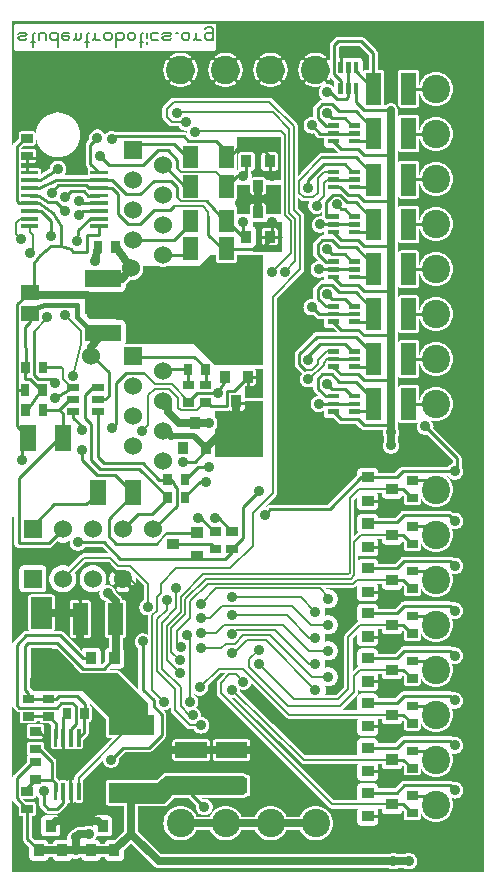
<source format=gbr>
G04 start of page 3 for group 1 idx 1 *
G04 Title: (unknown), solder *
G04 Creator: pcb 20110918 *
G04 CreationDate: Tue 21 Aug 2012 15:57:03 GMT UTC *
G04 For: rob *
G04 Format: Gerber/RS-274X *
G04 PCB-Dimensions: 157480 283465 *
G04 PCB-Coordinate-Origin: lower left *
%MOIN*%
%FSLAX25Y25*%
%LNBOTTOM*%
%ADD64C,0.1280*%
%ADD63C,0.0380*%
%ADD62C,0.0472*%
%ADD61C,0.0350*%
%ADD60C,0.0197*%
%ADD59C,0.0354*%
%ADD58C,0.0360*%
%ADD57C,0.0360*%
%ADD56R,0.0669X0.0669*%
%ADD55R,0.0150X0.0150*%
%ADD54R,0.0130X0.0130*%
%ADD53R,0.0240X0.0240*%
%ADD52R,0.1220X0.1220*%
%ADD51R,0.0512X0.0512*%
%ADD50R,0.0560X0.0560*%
%ADD49R,0.0689X0.0689*%
%ADD48R,0.0340X0.0340*%
%ADD47R,0.0283X0.0283*%
%ADD46R,0.0530X0.0530*%
%ADD45C,0.0600*%
%ADD44C,0.0945*%
%ADD43C,0.0150*%
%ADD42C,0.0200*%
%ADD41C,0.0098*%
%ADD40C,0.0250*%
%ADD39C,0.0079*%
%ADD38C,0.0100*%
%ADD37C,0.0001*%
G54D37*G36*
X0Y8662D02*Y61418D01*
X75D01*
Y55571D01*
X70Y55512D01*
X89Y55276D01*
X144Y55047D01*
X144Y55047D01*
Y55047D01*
X197Y54919D01*
X234Y54829D01*
X234Y54829D01*
Y54829D01*
X262Y54783D01*
X358Y54627D01*
X358Y54627D01*
X511Y54448D01*
X556Y54410D01*
X1260Y53706D01*
X1298Y53661D01*
X1478Y53508D01*
X1478Y53508D01*
X1601Y53432D01*
X1679Y53384D01*
X1807Y53331D01*
X1897Y53294D01*
X2127Y53239D01*
X2362Y53220D01*
X2421Y53225D01*
X2629D01*
X2628Y53223D01*
X2638Y50238D01*
X2674Y50087D01*
X2733Y49944D01*
X2814Y49812D01*
X2915Y49694D01*
X3032Y49594D01*
X3164Y49513D01*
X3307Y49454D01*
X3458Y49417D01*
X3612Y49408D01*
X5512Y49413D01*
Y49065D01*
X5394Y48993D01*
X5277Y48892D01*
X5176Y48774D01*
X5095Y48642D01*
X5036Y48499D01*
X5000Y48349D01*
X4991Y48194D01*
X5000Y45209D01*
X5036Y45058D01*
X5095Y44915D01*
X5176Y44783D01*
X5277Y44665D01*
X5394Y44565D01*
X5512Y44493D01*
Y43231D01*
X5394Y43159D01*
X5277Y43058D01*
X5176Y42940D01*
X5095Y42808D01*
X5036Y42665D01*
X5000Y42515D01*
X4991Y42360D01*
X5000Y39375D01*
X5036Y39224D01*
X5095Y39081D01*
X5176Y38949D01*
X5277Y38831D01*
X5379Y38744D01*
X5277Y38656D01*
X5176Y38539D01*
X5095Y38407D01*
X5036Y38263D01*
X5000Y38113D01*
X4991Y37958D01*
X4995Y36644D01*
X556Y32205D01*
X511Y32167D01*
X358Y31988D01*
X234Y31786D01*
X144Y31568D01*
X95Y31363D01*
X89Y31339D01*
Y31339D01*
X89Y31339D01*
X89Y31338D01*
X70Y31103D01*
X75Y31044D01*
Y24469D01*
X70Y24410D01*
X89Y24175D01*
X89Y24174D01*
X144Y23945D01*
X144Y23945D01*
Y23945D01*
X166Y23892D01*
X234Y23727D01*
X358Y23525D01*
X358Y23525D01*
X358Y23525D01*
X358Y23525D01*
X511Y23346D01*
X556Y23308D01*
X2236Y21627D01*
X2244Y19297D01*
X2280Y19146D01*
X2339Y19003D01*
X2420Y18871D01*
X2521Y18753D01*
X2638Y18653D01*
X2770Y18572D01*
X2913Y18513D01*
X3064Y18476D01*
X3218Y18467D01*
X3618Y18468D01*
Y11083D01*
X3613Y11024D01*
X3632Y10789D01*
X3687Y10559D01*
X3777Y10341D01*
X3901Y10140D01*
X4054Y9960D01*
X4099Y9922D01*
X5359Y8662D01*
X0D01*
G37*
G36*
X13672Y4837D02*X13724Y4622D01*
X13814Y4404D01*
X13938Y4203D01*
X14091Y4023D01*
X14271Y3870D01*
X14472Y3746D01*
X14690Y3656D01*
X14920Y3601D01*
X15155Y3587D01*
X18790Y3601D01*
X19020Y3656D01*
X19238Y3746D01*
X19439Y3870D01*
X19619Y4023D01*
X19772Y4203D01*
X19896Y4404D01*
X19984Y4618D01*
X19998Y4610D01*
X20401Y4443D01*
X20825Y4341D01*
X21260Y4307D01*
X21695Y4341D01*
X22119Y4443D01*
X22522Y4610D01*
X22893Y4837D01*
X23195D01*
X23247Y4622D01*
X23337Y4404D01*
X23461Y4203D01*
X23614Y4023D01*
X23794Y3870D01*
X23995Y3746D01*
X24213Y3656D01*
X24443Y3601D01*
X24678Y3587D01*
X28313Y3601D01*
X28543Y3656D01*
X28761Y3746D01*
X28962Y3870D01*
X29142Y4023D01*
X29295Y4203D01*
X29419Y4404D01*
X29509Y4622D01*
X29561Y4837D01*
X30995D01*
X31047Y4622D01*
X31137Y4404D01*
X31261Y4203D01*
X31414Y4023D01*
X31594Y3870D01*
X31795Y3746D01*
X32013Y3656D01*
X32243Y3601D01*
X32478Y3587D01*
X36113Y3601D01*
X36343Y3656D01*
X36561Y3746D01*
X36762Y3870D01*
X36942Y4023D01*
X37095Y4203D01*
X37219Y4404D01*
X37309Y4622D01*
X37364Y4852D01*
X37378Y5087D01*
X37371Y7098D01*
X39765Y9492D01*
X47243Y2015D01*
X47300Y1948D01*
X47569Y1718D01*
X47569Y1718D01*
X47570Y1718D01*
X47726Y1622D01*
X47871Y1533D01*
X47871Y1533D01*
X47871Y1533D01*
X48069Y1451D01*
X48199Y1398D01*
X48199Y1398D01*
X48199Y1398D01*
X48359Y1359D01*
X48543Y1315D01*
X48543Y1315D01*
X48543Y1315D01*
X48896Y1287D01*
X48984Y1294D01*
X115354D01*
Y0D01*
X0D01*
Y10630D01*
X3670D01*
X3687Y10559D01*
X3777Y10341D01*
X3901Y10140D01*
X4054Y9960D01*
X4099Y9922D01*
X5858Y8163D01*
X5869Y4852D01*
X5924Y4622D01*
X6014Y4404D01*
X6138Y4203D01*
X6291Y4023D01*
X6471Y3870D01*
X6672Y3746D01*
X6890Y3656D01*
X7120Y3601D01*
X7355Y3587D01*
X10990Y3601D01*
X11220Y3656D01*
X11438Y3746D01*
X11639Y3870D01*
X11819Y4023D01*
X11972Y4203D01*
X12096Y4404D01*
X12186Y4622D01*
X12238Y4837D01*
X13672D01*
G37*
G36*
X137886Y145653D02*X138230Y145680D01*
X138383Y145717D01*
X146925Y137175D01*
Y136144D01*
X146779Y136109D01*
X146376Y135942D01*
X146004Y135714D01*
X145672Y135431D01*
X145389Y135099D01*
X145307Y134965D01*
X137886Y134966D01*
Y145653D01*
G37*
G36*
Y17804D02*X137973Y17729D01*
X138739Y17260D01*
X139570Y16916D01*
X140443Y16706D01*
X141339Y16636D01*
X142235Y16706D01*
X143108Y16916D01*
X143939Y17260D01*
X144705Y17729D01*
X145388Y18313D01*
X145971Y18996D01*
X146441Y19762D01*
X146785Y20592D01*
X146995Y21466D01*
X147047Y22362D01*
X146995Y23258D01*
X146785Y24131D01*
X146591Y24600D01*
X146779Y24522D01*
X147203Y24420D01*
X147638Y24386D01*
X148073Y24420D01*
X148497Y24522D01*
X148900Y24689D01*
X149272Y24917D01*
X149604Y25200D01*
X149887Y25532D01*
X150115Y25904D01*
X150282Y26307D01*
X150384Y26731D01*
X150410Y27166D01*
X150384Y27601D01*
X150282Y28025D01*
X150115Y28428D01*
X149887Y28800D01*
X149604Y29132D01*
X149272Y29415D01*
X148900Y29643D01*
X148497Y29810D01*
X148073Y29912D01*
X147638Y29946D01*
X147203Y29912D01*
X147045Y29874D01*
X146946Y29958D01*
X146946Y29958D01*
X146946Y29958D01*
X146847Y30019D01*
X146745Y30082D01*
X146745Y30082D01*
X146745Y30082D01*
X146638Y30126D01*
X146527Y30172D01*
X146527Y30172D01*
X146527Y30172D01*
X146394Y30204D01*
X146297Y30227D01*
X146297Y30227D01*
X146297Y30227D01*
X146062Y30246D01*
X146003Y30241D01*
X137886D01*
Y32804D01*
X137973Y32729D01*
X138739Y32260D01*
X139570Y31916D01*
X140443Y31706D01*
X141339Y31636D01*
X142235Y31706D01*
X143108Y31916D01*
X143939Y32260D01*
X144705Y32729D01*
X145388Y33313D01*
X145971Y33996D01*
X146441Y34762D01*
X146785Y35592D01*
X146995Y36466D01*
X147047Y37362D01*
X146995Y38258D01*
X146785Y39131D01*
X146611Y39552D01*
X146779Y39482D01*
X147203Y39380D01*
X147638Y39346D01*
X148073Y39380D01*
X148497Y39482D01*
X148900Y39649D01*
X149272Y39877D01*
X149604Y40160D01*
X149887Y40492D01*
X150115Y40864D01*
X150282Y41267D01*
X150384Y41691D01*
X150410Y42126D01*
X150384Y42561D01*
X150282Y42985D01*
X150115Y43388D01*
X149887Y43760D01*
X149604Y44092D01*
X149272Y44375D01*
X148900Y44603D01*
X148497Y44770D01*
X148073Y44872D01*
X147638Y44906D01*
X147203Y44872D01*
X147046Y44834D01*
X146946Y44919D01*
X146946Y44919D01*
X146946Y44919D01*
X146847Y44980D01*
X146745Y45043D01*
X146745Y45043D01*
X146745Y45043D01*
X146638Y45087D01*
X146527Y45133D01*
X146527Y45133D01*
X146527Y45133D01*
X146394Y45165D01*
X146297Y45188D01*
X146297Y45188D01*
X146297Y45188D01*
X146062Y45207D01*
X146003Y45202D01*
X137886D01*
Y47804D01*
X137973Y47729D01*
X138739Y47260D01*
X139570Y46916D01*
X140443Y46706D01*
X141339Y46636D01*
X142235Y46706D01*
X143108Y46916D01*
X143939Y47260D01*
X144705Y47729D01*
X145388Y48313D01*
X145971Y48996D01*
X146441Y49762D01*
X146785Y50592D01*
X146995Y51466D01*
X147047Y52362D01*
X146995Y53258D01*
X146785Y54131D01*
X146630Y54505D01*
X146779Y54443D01*
X147203Y54341D01*
X147638Y54307D01*
X148073Y54341D01*
X148497Y54443D01*
X148900Y54610D01*
X149272Y54838D01*
X149604Y55121D01*
X149887Y55453D01*
X150115Y55825D01*
X150282Y56228D01*
X150384Y56652D01*
X150410Y57087D01*
X150384Y57522D01*
X150282Y57946D01*
X150115Y58349D01*
X149887Y58721D01*
X149604Y59053D01*
X149272Y59336D01*
X148900Y59564D01*
X148497Y59731D01*
X148073Y59833D01*
X147638Y59867D01*
X147203Y59833D01*
X147045Y59795D01*
X146946Y59879D01*
X146946Y59879D01*
X146946Y59879D01*
X146847Y59940D01*
X146745Y60002D01*
X146745Y60002D01*
X146745Y60003D01*
X146638Y60047D01*
X146527Y60093D01*
X146527Y60093D01*
X146527Y60093D01*
X146394Y60125D01*
X146297Y60148D01*
X146297Y60148D01*
X146297Y60148D01*
X146062Y60166D01*
X146003Y60162D01*
X137886D01*
Y62804D01*
X137973Y62729D01*
X138739Y62260D01*
X139570Y61916D01*
X140443Y61706D01*
X141339Y61636D01*
X142235Y61706D01*
X143108Y61916D01*
X143939Y62260D01*
X144705Y62729D01*
X145388Y63313D01*
X145971Y63996D01*
X146441Y64762D01*
X146785Y65592D01*
X146995Y66466D01*
X147047Y67362D01*
X146995Y68258D01*
X146785Y69131D01*
X146650Y69458D01*
X146779Y69404D01*
X147203Y69302D01*
X147638Y69268D01*
X148073Y69302D01*
X148497Y69404D01*
X148900Y69571D01*
X149272Y69799D01*
X149604Y70082D01*
X149887Y70414D01*
X150115Y70786D01*
X150282Y71189D01*
X150384Y71613D01*
X150410Y72048D01*
X150384Y72483D01*
X150282Y72907D01*
X150115Y73310D01*
X149887Y73682D01*
X149604Y74014D01*
X149272Y74297D01*
X148900Y74525D01*
X148497Y74692D01*
X148073Y74794D01*
X147638Y74828D01*
X147203Y74794D01*
X147046Y74756D01*
X146947Y74840D01*
X146746Y74963D01*
X146528Y75054D01*
X146298Y75109D01*
X146063Y75127D01*
X146004Y75123D01*
X137886D01*
Y77804D01*
X137973Y77729D01*
X138739Y77260D01*
X139570Y76916D01*
X140443Y76706D01*
X141339Y76636D01*
X142235Y76706D01*
X143108Y76916D01*
X143939Y77260D01*
X144705Y77729D01*
X145388Y78313D01*
X145971Y78996D01*
X146441Y79762D01*
X146785Y80592D01*
X146995Y81466D01*
X147047Y82362D01*
X146995Y83258D01*
X146785Y84131D01*
X146670Y84409D01*
X146779Y84364D01*
X147203Y84262D01*
X147638Y84228D01*
X148073Y84262D01*
X148497Y84364D01*
X148900Y84531D01*
X149272Y84759D01*
X149604Y85042D01*
X149887Y85374D01*
X150115Y85746D01*
X150282Y86149D01*
X150384Y86573D01*
X150410Y87008D01*
X150384Y87443D01*
X150282Y87867D01*
X150115Y88270D01*
X149887Y88642D01*
X149604Y88974D01*
X149272Y89257D01*
X148900Y89485D01*
X148497Y89652D01*
X148073Y89754D01*
X147638Y89788D01*
X147203Y89754D01*
X147046Y89716D01*
X146947Y89800D01*
X146746Y89924D01*
X146528Y90014D01*
X146298Y90069D01*
X146063Y90088D01*
X146004Y90083D01*
X137886D01*
Y92804D01*
X137973Y92729D01*
X138739Y92260D01*
X139570Y91916D01*
X140443Y91706D01*
X141339Y91636D01*
X142235Y91706D01*
X143108Y91916D01*
X143939Y92260D01*
X144705Y92729D01*
X145388Y93313D01*
X145971Y93996D01*
X146441Y94762D01*
X146785Y95592D01*
X146995Y96466D01*
X147047Y97362D01*
X146995Y98258D01*
X146785Y99131D01*
X146689Y99362D01*
X146779Y99325D01*
X147203Y99223D01*
X147638Y99189D01*
X148073Y99223D01*
X148497Y99325D01*
X148900Y99492D01*
X149272Y99720D01*
X149604Y100003D01*
X149887Y100335D01*
X150115Y100707D01*
X150282Y101110D01*
X150384Y101534D01*
X150410Y101969D01*
X150384Y102404D01*
X150282Y102828D01*
X150115Y103231D01*
X149887Y103603D01*
X149604Y103935D01*
X149272Y104218D01*
X148900Y104446D01*
X148497Y104613D01*
X148073Y104715D01*
X147638Y104749D01*
X147203Y104715D01*
X147045Y104677D01*
X146946Y104761D01*
X146745Y104885D01*
X146527Y104975D01*
X146297Y105030D01*
X146062Y105049D01*
X146003Y105044D01*
X137886D01*
Y107804D01*
X137973Y107729D01*
X138739Y107260D01*
X139570Y106916D01*
X140443Y106706D01*
X141339Y106636D01*
X142235Y106706D01*
X143108Y106916D01*
X143939Y107260D01*
X144705Y107729D01*
X145388Y108313D01*
X145971Y108996D01*
X146441Y109762D01*
X146785Y110592D01*
X146995Y111466D01*
X147047Y112362D01*
X146995Y113258D01*
X146785Y114131D01*
X146709Y114315D01*
X146779Y114286D01*
X147203Y114184D01*
X147638Y114150D01*
X148073Y114184D01*
X148497Y114286D01*
X148900Y114453D01*
X149272Y114681D01*
X149604Y114964D01*
X149887Y115296D01*
X150115Y115668D01*
X150282Y116071D01*
X150384Y116495D01*
X150410Y116930D01*
X150384Y117365D01*
X150282Y117789D01*
X150115Y118192D01*
X149887Y118564D01*
X149604Y118896D01*
X149272Y119179D01*
X148900Y119407D01*
X148497Y119574D01*
X148073Y119676D01*
X147638Y119710D01*
X147203Y119676D01*
X147049Y119639D01*
X146771Y119917D01*
X146733Y119962D01*
X146553Y120115D01*
X146352Y120239D01*
X146134Y120329D01*
X145904Y120384D01*
X145669Y120403D01*
X145610Y120398D01*
X137886D01*
Y122804D01*
X137973Y122729D01*
X138739Y122260D01*
X139570Y121916D01*
X140443Y121706D01*
X141339Y121636D01*
X142235Y121706D01*
X143108Y121916D01*
X143939Y122260D01*
X144705Y122729D01*
X145388Y123313D01*
X145971Y123996D01*
X146441Y124762D01*
X146785Y125592D01*
X146995Y126466D01*
X147047Y127362D01*
X146995Y128258D01*
X146785Y129131D01*
X146441Y129961D01*
X145971Y130728D01*
X145388Y131411D01*
X144739Y131965D01*
X145307Y131965D01*
X145389Y131831D01*
X145672Y131499D01*
X146004Y131216D01*
X146376Y130988D01*
X146779Y130821D01*
X147203Y130719D01*
X147638Y130685D01*
X148073Y130719D01*
X148497Y130821D01*
X148900Y130988D01*
X149272Y131216D01*
X149604Y131499D01*
X149887Y131831D01*
X150115Y132203D01*
X150282Y132606D01*
X150384Y133030D01*
X150410Y133465D01*
X150384Y133900D01*
X150282Y134324D01*
X150115Y134727D01*
X149925Y135037D01*
Y137737D01*
X149930Y137796D01*
X149911Y138031D01*
X149911Y138031D01*
X149856Y138261D01*
X149766Y138479D01*
X149766Y138479D01*
X149744Y138515D01*
X149642Y138680D01*
X149642Y138680D01*
X149489Y138860D01*
X149444Y138898D01*
X140504Y147838D01*
X140541Y147991D01*
X140566Y148426D01*
X140541Y148861D01*
X140439Y149285D01*
X140272Y149688D01*
X140044Y150060D01*
X139777Y150372D01*
X140443Y150212D01*
X141339Y150142D01*
X142235Y150212D01*
X143108Y150422D01*
X143939Y150766D01*
X144705Y151235D01*
X145388Y151819D01*
X145971Y152502D01*
X146441Y153268D01*
X146785Y154098D01*
X146995Y154972D01*
X147047Y155868D01*
X146995Y156764D01*
X146785Y157637D01*
X146441Y158468D01*
X145971Y159234D01*
X145388Y159917D01*
X144705Y160500D01*
X143939Y160970D01*
X143108Y161314D01*
X142235Y161524D01*
X141339Y161594D01*
X140443Y161524D01*
X139570Y161314D01*
X138739Y160970D01*
X137973Y160500D01*
X137886Y160426D01*
Y166310D01*
X137973Y166235D01*
X138739Y165766D01*
X139570Y165422D01*
X140443Y165212D01*
X141339Y165142D01*
X142235Y165212D01*
X143108Y165422D01*
X143939Y165766D01*
X144705Y166235D01*
X145388Y166819D01*
X145971Y167502D01*
X146441Y168268D01*
X146785Y169098D01*
X146995Y169972D01*
X147047Y170868D01*
X146995Y171764D01*
X146785Y172637D01*
X146441Y173468D01*
X145971Y174234D01*
X145388Y174917D01*
X144705Y175500D01*
X143939Y175970D01*
X143108Y176314D01*
X142235Y176524D01*
X141339Y176594D01*
X140443Y176524D01*
X139570Y176314D01*
X138739Y175970D01*
X137973Y175500D01*
X137886Y175426D01*
Y181310D01*
X137973Y181235D01*
X138739Y180766D01*
X139570Y180422D01*
X140443Y180212D01*
X141339Y180142D01*
X142235Y180212D01*
X143108Y180422D01*
X143939Y180766D01*
X144705Y181235D01*
X145388Y181819D01*
X145971Y182502D01*
X146441Y183268D01*
X146785Y184098D01*
X146995Y184972D01*
X147047Y185868D01*
X146995Y186764D01*
X146785Y187637D01*
X146441Y188468D01*
X145971Y189234D01*
X145388Y189917D01*
X144705Y190500D01*
X143939Y190970D01*
X143108Y191314D01*
X142235Y191524D01*
X141339Y191594D01*
X140443Y191524D01*
X139570Y191314D01*
X138739Y190970D01*
X137973Y190500D01*
X137886Y190426D01*
Y196310D01*
X137973Y196235D01*
X138739Y195766D01*
X139570Y195422D01*
X140443Y195212D01*
X141339Y195142D01*
X142235Y195212D01*
X143108Y195422D01*
X143939Y195766D01*
X144705Y196235D01*
X145388Y196819D01*
X145971Y197502D01*
X146441Y198268D01*
X146785Y199098D01*
X146995Y199972D01*
X147047Y200868D01*
X146995Y201764D01*
X146785Y202637D01*
X146441Y203468D01*
X145971Y204234D01*
X145388Y204917D01*
X144705Y205500D01*
X143939Y205970D01*
X143108Y206314D01*
X142235Y206524D01*
X141339Y206594D01*
X140443Y206524D01*
X139570Y206314D01*
X138739Y205970D01*
X137973Y205500D01*
X137886Y205426D01*
Y211310D01*
X137973Y211235D01*
X138739Y210766D01*
X139570Y210422D01*
X140443Y210212D01*
X141339Y210142D01*
X142235Y210212D01*
X143108Y210422D01*
X143939Y210766D01*
X144705Y211235D01*
X145388Y211819D01*
X145971Y212502D01*
X146441Y213268D01*
X146785Y214098D01*
X146995Y214972D01*
X147047Y215868D01*
X146995Y216764D01*
X146785Y217637D01*
X146441Y218468D01*
X145971Y219234D01*
X145388Y219917D01*
X144705Y220500D01*
X143939Y220970D01*
X143108Y221314D01*
X142235Y221524D01*
X141339Y221594D01*
X140443Y221524D01*
X139570Y221314D01*
X138739Y220970D01*
X137973Y220500D01*
X137886Y220426D01*
Y226310D01*
X137973Y226235D01*
X138739Y225766D01*
X139570Y225422D01*
X140443Y225212D01*
X141339Y225142D01*
X142235Y225212D01*
X143108Y225422D01*
X143939Y225766D01*
X144705Y226235D01*
X145388Y226819D01*
X145971Y227502D01*
X146441Y228268D01*
X146785Y229098D01*
X146793Y229134D01*
X157480D01*
Y0D01*
X137886D01*
Y17804D01*
G37*
G36*
Y160426D02*X137290Y159917D01*
X136706Y159234D01*
X136237Y158468D01*
X135893Y157637D01*
X135836Y157400D01*
X135833Y161377D01*
X135796Y161530D01*
X135736Y161675D01*
X135653Y161810D01*
X135551Y161929D01*
X135432Y162031D01*
X135297Y162114D01*
X135152Y162174D01*
X134999Y162211D01*
X134842Y162220D01*
X129567Y162211D01*
X129414Y162174D01*
X129269Y162114D01*
X129134Y162031D01*
X129015Y161929D01*
X128912Y161810D01*
X128830Y161675D01*
X128770Y161530D01*
X128733Y161377D01*
X128724Y161220D01*
X128733Y150435D01*
X128770Y150282D01*
X128830Y150137D01*
X128912Y150002D01*
X129015Y149883D01*
X129134Y149780D01*
X129269Y149698D01*
X129414Y149638D01*
X129567Y149601D01*
X129724Y149592D01*
X134999Y149601D01*
X135152Y149638D01*
X135297Y149698D01*
X135340Y149724D01*
X135318Y149688D01*
X135151Y149285D01*
X135049Y148861D01*
X135015Y148426D01*
X135049Y147991D01*
X135151Y147567D01*
X135318Y147164D01*
X135546Y146792D01*
X135829Y146460D01*
X136161Y146177D01*
X136533Y145949D01*
X136936Y145782D01*
X137360Y145680D01*
X137795Y145646D01*
X137886Y145653D01*
Y134966D01*
X130374Y134966D01*
X130315Y134971D01*
X130082Y134952D01*
X130080Y134952D01*
X130079Y134952D01*
X130079Y134952D01*
X129948Y134921D01*
X129850Y134897D01*
X129850Y134897D01*
X129850Y134897D01*
X129726Y134846D01*
X129632Y134807D01*
X129632Y134807D01*
X129631Y134807D01*
X129515Y134735D01*
X129431Y134683D01*
X129430Y134683D01*
X129430Y134683D01*
X129428Y134681D01*
X129251Y134530D01*
X129213Y134485D01*
X127687Y132959D01*
X122060D01*
X122058Y133394D01*
X122003Y133624D01*
X121913Y133842D01*
X121789Y134043D01*
X121636Y134223D01*
X121456Y134376D01*
X121255Y134500D01*
X121037Y134590D01*
X120807Y134645D01*
X120572Y134659D01*
X116337Y134645D01*
X116107Y134590D01*
X115889Y134500D01*
X115688Y134376D01*
X115508Y134223D01*
X115355Y134043D01*
X115231Y133842D01*
X115141Y133624D01*
X115086Y133394D01*
X115072Y133159D01*
X115076Y132158D01*
X105285Y122367D01*
X86280D01*
X86221Y122372D01*
X85986Y122353D01*
X85986Y122353D01*
X85986D01*
X85886Y122329D01*
X85756Y122298D01*
X85756Y122298D01*
X85756Y122298D01*
X85631Y122246D01*
X85538Y122208D01*
X85538Y122208D01*
X85538Y122208D01*
X85496Y122182D01*
X85337Y122084D01*
X85337Y122084D01*
X85337Y122084D01*
X85157Y121931D01*
X85119Y121886D01*
X84840Y121607D01*
X84687Y121644D01*
X84255Y121678D01*
X87944Y125366D01*
X87985Y125401D01*
X88125Y125565D01*
X88126Y125566D01*
X88126Y125566D01*
X88126Y125566D01*
X88160Y125622D01*
X88239Y125751D01*
X88239Y125751D01*
X88243Y125761D01*
X88322Y125951D01*
X88322Y125951D01*
X88322Y125951D01*
X88337Y126014D01*
X88373Y126162D01*
X88373Y126162D01*
X88373Y126162D01*
X88373Y126162D01*
X88390Y126378D01*
X88385Y126432D01*
Y191162D01*
X96999Y199777D01*
X97040Y199812D01*
X97181Y199977D01*
X97181Y199977D01*
X97181Y199977D01*
X97294Y200162D01*
X97364Y200329D01*
X97377Y200362D01*
X97377Y200362D01*
X97377Y200362D01*
X97426Y200565D01*
X97428Y200573D01*
X97428Y200573D01*
X97445Y200789D01*
X97440Y200843D01*
Y218450D01*
X97445Y218504D01*
X97428Y218720D01*
X97428Y218720D01*
X97428Y218720D01*
X97402Y218829D01*
X97377Y218931D01*
X97377Y218931D01*
X97377Y218931D01*
X97336Y219030D01*
X97294Y219131D01*
X97294Y219131D01*
X97294Y219131D01*
X97235Y219227D01*
X97181Y219316D01*
X97181Y219316D01*
X97181Y219316D01*
X97040Y219481D01*
X96999Y219516D01*
X95472Y221044D01*
Y224627D01*
X96231Y223867D01*
X96266Y223826D01*
X96429Y223686D01*
X96430Y223685D01*
X96431Y223685D01*
X96431Y223685D01*
X96522Y223629D01*
X96615Y223572D01*
X96616Y223572D01*
X96616Y223572D01*
X96718Y223529D01*
X96816Y223489D01*
X96816Y223489D01*
X96816Y223489D01*
X96924Y223463D01*
X97026Y223438D01*
X97027Y223438D01*
X97027Y223438D01*
X97028Y223438D01*
X97243Y223421D01*
X97297Y223425D01*
X99168D01*
X99098Y223310D01*
X98931Y222907D01*
X98829Y222483D01*
X98795Y222048D01*
X98829Y221613D01*
X98931Y221189D01*
X99098Y220786D01*
X99326Y220414D01*
X99609Y220082D01*
X99941Y219799D01*
X100313Y219571D01*
X100716Y219404D01*
X101140Y219302D01*
X101575Y219268D01*
X102010Y219302D01*
X102434Y219404D01*
X102837Y219571D01*
X103209Y219799D01*
X103224Y219812D01*
Y218486D01*
X103191Y218494D01*
X102756Y218528D01*
X102321Y218494D01*
X101897Y218392D01*
X101494Y218225D01*
X101122Y217997D01*
X100790Y217714D01*
X100507Y217382D01*
X100279Y217010D01*
X100112Y216607D01*
X100010Y216183D01*
X99976Y215748D01*
X100010Y215313D01*
X100112Y214889D01*
X100279Y214486D01*
X100507Y214114D01*
X100790Y213782D01*
X101122Y213499D01*
X101494Y213271D01*
X101897Y213104D01*
X102321Y213002D01*
X102756Y212968D01*
X103191Y213002D01*
X103615Y213104D01*
X103929Y213234D01*
X103937Y212263D01*
X103969Y212130D01*
X103602D01*
X103543Y212135D01*
X103308Y212116D01*
X103078Y212061D01*
X102860Y211971D01*
X102659Y211847D01*
X102658Y211847D01*
X102479Y211694D01*
X102441Y211649D01*
X100950Y210158D01*
X100905Y210120D01*
X100752Y209940D01*
X100628Y209739D01*
X100538Y209521D01*
X100483Y209291D01*
X100483Y209291D01*
X100464Y209056D01*
X100469Y208997D01*
Y205953D01*
X100464Y205882D01*
X100480Y205718D01*
X100483Y205671D01*
X100486Y205659D01*
X100487Y205647D01*
X100513Y205544D01*
X100538Y205441D01*
X100543Y205430D01*
X100546Y205418D01*
X100588Y205321D01*
X100628Y205223D01*
X100635Y205212D01*
X100639Y205201D01*
X100696Y205112D01*
X100752Y205022D01*
X100759Y205012D01*
X100766Y205002D01*
X100798Y204967D01*
X100905Y204842D01*
X100959Y204796D01*
X102237Y203558D01*
X101927Y203534D01*
X101503Y203432D01*
X101100Y203265D01*
X100728Y203037D01*
X100396Y202754D01*
X100113Y202422D01*
X99885Y202050D01*
X99718Y201647D01*
X99616Y201223D01*
X99582Y200788D01*
X99616Y200353D01*
X99718Y199929D01*
X99885Y199526D01*
X100113Y199154D01*
X100396Y198822D01*
X100728Y198539D01*
X101100Y198311D01*
X101503Y198144D01*
X101927Y198042D01*
X102362Y198008D01*
X102797Y198042D01*
X103221Y198144D01*
X103624Y198311D01*
X103927Y198497D01*
X103937Y197303D01*
X103969Y197169D01*
X103602D01*
X103543Y197174D01*
X103308Y197155D01*
X103078Y197100D01*
X102860Y197010D01*
X102860Y197010D01*
X102658Y196886D01*
X102658Y196886D01*
X102479Y196733D01*
X102441Y196688D01*
X100950Y195197D01*
X100905Y195159D01*
X100752Y194979D01*
X100752Y194979D01*
X100752Y194979D01*
X100708Y194908D01*
X100628Y194778D01*
X100628Y194778D01*
X100622Y194762D01*
X100538Y194560D01*
X100538Y194560D01*
X100483Y194330D01*
Y194330D01*
X100483Y194330D01*
X100464Y194095D01*
X100469Y194036D01*
Y190992D01*
X100465Y190928D01*
X100435Y190935D01*
X100000Y190969D01*
X99565Y190935D01*
X99141Y190833D01*
X98738Y190666D01*
X98366Y190438D01*
X98034Y190155D01*
X97751Y189823D01*
X97523Y189451D01*
X97356Y189048D01*
X97254Y188624D01*
X97220Y188189D01*
X97254Y187754D01*
X97356Y187330D01*
X97523Y186927D01*
X97751Y186555D01*
X98034Y186223D01*
X98366Y185940D01*
X98738Y185712D01*
X99141Y185545D01*
X99565Y185443D01*
X100000Y185409D01*
X100435Y185443D01*
X100588Y185480D01*
X101261Y184808D01*
X101299Y184763D01*
X101479Y184610D01*
X101479Y184610D01*
X101479Y184610D01*
X101583Y184546D01*
X101680Y184486D01*
X101680Y184486D01*
X101680Y184486D01*
X101798Y184438D01*
X101898Y184396D01*
X101898Y184396D01*
X101898Y184396D01*
X102028Y184365D01*
X102128Y184341D01*
X102128Y184341D01*
X102128Y184341D01*
X102363Y184322D01*
X102422Y184327D01*
X103940D01*
X103937Y184312D01*
X103923Y184077D01*
X103937Y182342D01*
X103992Y182112D01*
X104082Y181894D01*
X104206Y181693D01*
X104359Y181513D01*
X104538Y181360D01*
X104740Y181236D01*
X104958Y181146D01*
X105187Y181091D01*
X105423Y181077D01*
X107295Y181084D01*
X108532Y179847D01*
X101634D01*
X101575Y179851D01*
X101339Y179833D01*
X101110Y179778D01*
X100892Y179687D01*
X100690Y179564D01*
X100690Y179564D01*
X100511Y179411D01*
X100473Y179366D01*
X94650Y173543D01*
X94605Y173505D01*
X94452Y173325D01*
X94452Y173325D01*
X94452Y173325D01*
X94432Y173293D01*
X94328Y173124D01*
X94238Y172906D01*
X94238Y172906D01*
X94235Y172894D01*
X94183Y172676D01*
X94183Y172676D01*
X94164Y172441D01*
X94169Y172382D01*
Y169351D01*
X94164Y169292D01*
X94183Y169057D01*
X94183Y169057D01*
X94183Y169057D01*
X94215Y168924D01*
X94238Y168827D01*
X94238Y168827D01*
X94238Y168827D01*
X94292Y168698D01*
X94328Y168609D01*
X94328Y168609D01*
X94328Y168609D01*
X94411Y168474D01*
X94452Y168408D01*
X94452Y168408D01*
X94452Y168408D01*
X94605Y168228D01*
X94650Y168190D01*
X96577Y166262D01*
X96754Y166106D01*
X96814Y166069D01*
X96583Y165799D01*
X96356Y165429D01*
X96190Y165028D01*
X96089Y164606D01*
X96055Y164174D01*
X96089Y163742D01*
X96190Y163320D01*
X96356Y162919D01*
X96583Y162549D01*
X96864Y162220D01*
X97194Y161938D01*
X97564Y161711D01*
X97965Y161545D01*
X98387Y161444D01*
X98819Y161410D01*
X99251Y161444D01*
X99673Y161545D01*
X100074Y161711D01*
X100444Y161938D01*
X100469Y161960D01*
Y161071D01*
X100464Y161000D01*
X100480Y160836D01*
X100483Y160789D01*
X100486Y160777D01*
X100487Y160765D01*
X100513Y160662D01*
X100538Y160559D01*
X100543Y160548D01*
X100546Y160536D01*
X100588Y160439D01*
X100628Y160341D01*
X100635Y160331D01*
X100639Y160320D01*
X100696Y160230D01*
X100752Y160140D01*
X100759Y160130D01*
X100766Y160120D01*
X100798Y160085D01*
X100905Y159960D01*
X100959Y159914D01*
X102237Y158676D01*
X101927Y158652D01*
X101503Y158550D01*
X101100Y158383D01*
X100728Y158155D01*
X100396Y157872D01*
X100113Y157540D01*
X99885Y157168D01*
X99718Y156765D01*
X99616Y156341D01*
X99582Y155906D01*
X99616Y155471D01*
X99718Y155047D01*
X99885Y154644D01*
X100113Y154272D01*
X100396Y153940D01*
X100728Y153657D01*
X101100Y153429D01*
X101503Y153262D01*
X101927Y153160D01*
X102362Y153126D01*
X102797Y153160D01*
X103221Y153262D01*
X103624Y153429D01*
X103927Y153615D01*
X103937Y152421D01*
X103992Y152191D01*
X104082Y151973D01*
X104206Y151772D01*
X104359Y151592D01*
X104538Y151439D01*
X104740Y151315D01*
X104958Y151225D01*
X105187Y151170D01*
X105423Y151156D01*
X107295Y151163D01*
X108690Y149768D01*
X108728Y149723D01*
X108908Y149570D01*
X108908Y149570D01*
X108908Y149570D01*
X108982Y149524D01*
X109109Y149446D01*
X109109Y149446D01*
X109109Y149446D01*
X109179Y149417D01*
X109327Y149356D01*
X109327Y149356D01*
X109327Y149356D01*
X109432Y149331D01*
X109557Y149301D01*
X109557Y149301D01*
X109557Y149301D01*
X109792Y149282D01*
X109851Y149287D01*
X114733D01*
X116220Y147800D01*
X116258Y147755D01*
X116438Y147602D01*
X116639Y147478D01*
X116857Y147388D01*
X117087Y147333D01*
X117322Y147314D01*
X117381Y147319D01*
X123735D01*
X123734Y147316D01*
X123632Y146892D01*
X123598Y146457D01*
X123632Y146022D01*
X123734Y145598D01*
X123901Y145195D01*
X124128Y144824D01*
Y143759D01*
X123901Y143388D01*
X123734Y142985D01*
X123632Y142561D01*
X123598Y142126D01*
X123632Y141691D01*
X123734Y141267D01*
X123901Y140864D01*
X124129Y140492D01*
X124412Y140160D01*
X124744Y139877D01*
X125116Y139649D01*
X125519Y139482D01*
X125943Y139380D01*
X126378Y139346D01*
X126813Y139380D01*
X127237Y139482D01*
X127640Y139649D01*
X128012Y139877D01*
X128344Y140160D01*
X128627Y140492D01*
X128855Y140864D01*
X129022Y141267D01*
X129124Y141691D01*
X129149Y142126D01*
X129124Y142561D01*
X129022Y142985D01*
X128855Y143388D01*
X128628Y143759D01*
Y144824D01*
X128855Y145195D01*
X129022Y145598D01*
X129124Y146022D01*
X129149Y146457D01*
X129124Y146892D01*
X129022Y147316D01*
X128855Y147719D01*
X128628Y148090D01*
Y229134D01*
X128730D01*
X128733Y225238D01*
X128770Y225085D01*
X128830Y224940D01*
X128912Y224805D01*
X129015Y224686D01*
X129134Y224584D01*
X129269Y224501D01*
X129414Y224441D01*
X129567Y224404D01*
X129724Y224395D01*
X134999Y224404D01*
X135152Y224441D01*
X135297Y224501D01*
X135432Y224584D01*
X135551Y224686D01*
X135653Y224805D01*
X135736Y224940D01*
X135796Y225085D01*
X135833Y225238D01*
X135842Y225395D01*
X135839Y229134D01*
X135885D01*
X135893Y229098D01*
X136237Y228268D01*
X136706Y227502D01*
X137290Y226819D01*
X137886Y226310D01*
Y220426D01*
X137290Y219917D01*
X136706Y219234D01*
X136237Y218468D01*
X135893Y217637D01*
X135836Y217399D01*
X135833Y221219D01*
X135796Y221372D01*
X135736Y221517D01*
X135653Y221652D01*
X135551Y221771D01*
X135432Y221873D01*
X135297Y221956D01*
X135152Y222016D01*
X134999Y222053D01*
X134842Y222062D01*
X129567Y222053D01*
X129414Y222016D01*
X129269Y221956D01*
X129134Y221873D01*
X129015Y221771D01*
X128912Y221652D01*
X128830Y221517D01*
X128770Y221372D01*
X128733Y221219D01*
X128724Y221062D01*
X128733Y210277D01*
X128770Y210124D01*
X128830Y209979D01*
X128912Y209844D01*
X129015Y209725D01*
X129134Y209622D01*
X129269Y209540D01*
X129414Y209480D01*
X129567Y209443D01*
X129724Y209434D01*
X134999Y209443D01*
X135152Y209480D01*
X135297Y209540D01*
X135432Y209622D01*
X135551Y209725D01*
X135653Y209844D01*
X135736Y209979D01*
X135796Y210124D01*
X135833Y210277D01*
X135842Y210434D01*
X135839Y214326D01*
X135893Y214098D01*
X136237Y213268D01*
X136706Y212502D01*
X137290Y211819D01*
X137886Y211310D01*
Y205426D01*
X137290Y204917D01*
X136706Y204234D01*
X136237Y203468D01*
X135893Y202637D01*
X135836Y202400D01*
X135833Y206259D01*
X135796Y206412D01*
X135736Y206557D01*
X135653Y206691D01*
X135551Y206811D01*
X135432Y206913D01*
X135297Y206996D01*
X135152Y207056D01*
X134999Y207093D01*
X134842Y207102D01*
X129567Y207093D01*
X129414Y207056D01*
X129269Y206996D01*
X129134Y206913D01*
X129015Y206811D01*
X128912Y206691D01*
X128830Y206557D01*
X128770Y206412D01*
X128733Y206259D01*
X128724Y206102D01*
X128733Y195317D01*
X128770Y195164D01*
X128830Y195018D01*
X128912Y194884D01*
X129015Y194765D01*
X129134Y194662D01*
X129269Y194580D01*
X129414Y194520D01*
X129567Y194483D01*
X129724Y194474D01*
X134999Y194483D01*
X135152Y194520D01*
X135297Y194580D01*
X135432Y194662D01*
X135551Y194765D01*
X135653Y194884D01*
X135736Y195018D01*
X135796Y195164D01*
X135833Y195317D01*
X135842Y195474D01*
X135839Y199325D01*
X135893Y199098D01*
X136237Y198268D01*
X136706Y197502D01*
X137290Y196819D01*
X137886Y196310D01*
Y190426D01*
X137290Y189917D01*
X136706Y189234D01*
X136237Y188468D01*
X135893Y187637D01*
X135836Y187400D01*
X135833Y191298D01*
X135796Y191451D01*
X135736Y191596D01*
X135653Y191731D01*
X135551Y191850D01*
X135432Y191952D01*
X135297Y192035D01*
X135152Y192095D01*
X134999Y192132D01*
X134842Y192141D01*
X129567Y192132D01*
X129414Y192095D01*
X129269Y192035D01*
X129134Y191952D01*
X129015Y191850D01*
X128912Y191731D01*
X128830Y191596D01*
X128770Y191451D01*
X128733Y191298D01*
X128724Y191141D01*
X128733Y180356D01*
X128770Y180203D01*
X128830Y180058D01*
X128912Y179923D01*
X129015Y179804D01*
X129134Y179701D01*
X129269Y179619D01*
X129414Y179559D01*
X129567Y179522D01*
X129724Y179513D01*
X134999Y179522D01*
X135152Y179559D01*
X135297Y179619D01*
X135432Y179701D01*
X135551Y179804D01*
X135653Y179923D01*
X135736Y180058D01*
X135796Y180203D01*
X135833Y180356D01*
X135842Y180513D01*
X135839Y184325D01*
X135893Y184098D01*
X136237Y183268D01*
X136706Y182502D01*
X137290Y181819D01*
X137886Y181310D01*
Y175426D01*
X137290Y174917D01*
X136706Y174234D01*
X136237Y173468D01*
X135893Y172637D01*
X135836Y172400D01*
X135833Y176338D01*
X135796Y176491D01*
X135736Y176636D01*
X135653Y176771D01*
X135551Y176890D01*
X135432Y176992D01*
X135297Y177075D01*
X135152Y177135D01*
X134999Y177172D01*
X134842Y177181D01*
X129567Y177172D01*
X129414Y177135D01*
X129269Y177075D01*
X129134Y176992D01*
X129015Y176890D01*
X128912Y176771D01*
X128830Y176636D01*
X128770Y176491D01*
X128733Y176338D01*
X128724Y176181D01*
X128733Y165396D01*
X128770Y165243D01*
X128830Y165098D01*
X128912Y164963D01*
X129015Y164844D01*
X129134Y164741D01*
X129269Y164659D01*
X129414Y164599D01*
X129567Y164562D01*
X129724Y164553D01*
X134999Y164562D01*
X135152Y164599D01*
X135297Y164659D01*
X135432Y164741D01*
X135551Y164844D01*
X135653Y164963D01*
X135736Y165098D01*
X135796Y165243D01*
X135833Y165396D01*
X135842Y165553D01*
X135839Y169325D01*
X135893Y169098D01*
X136237Y168268D01*
X136706Y167502D01*
X137290Y166819D01*
X137886Y166310D01*
Y160426D01*
G37*
G36*
Y120398D02*X130768D01*
X130709Y120403D01*
X130474Y120384D01*
X130244Y120329D01*
X130026Y120239D01*
X129825Y120115D01*
X129825Y120115D01*
X129645Y119962D01*
X129607Y119917D01*
X127688Y117998D01*
X122058D01*
X122058Y118040D01*
X122003Y118270D01*
X121913Y118488D01*
X121789Y118689D01*
X121636Y118869D01*
X121456Y119022D01*
X121255Y119146D01*
X121037Y119236D01*
X120807Y119291D01*
X120572Y119305D01*
X116337Y119291D01*
X116107Y119236D01*
X115889Y119146D01*
X115688Y119022D01*
X115508Y118869D01*
X115355Y118689D01*
X115231Y118488D01*
X115141Y118270D01*
X115086Y118040D01*
X115072Y117805D01*
X115086Y114170D01*
X115141Y113940D01*
X115231Y113722D01*
X115355Y113521D01*
X115508Y113341D01*
X115626Y113240D01*
X115558Y113182D01*
X115523Y113141D01*
X113976Y111594D01*
Y123839D01*
X115074Y124938D01*
X115086Y121724D01*
X115141Y121494D01*
X115231Y121276D01*
X115355Y121075D01*
X115508Y120895D01*
X115688Y120742D01*
X115889Y120618D01*
X116107Y120528D01*
X116337Y120473D01*
X116572Y120459D01*
X120807Y120473D01*
X121037Y120528D01*
X121255Y120618D01*
X121456Y120742D01*
X121636Y120895D01*
X121789Y121075D01*
X121913Y121276D01*
X122003Y121494D01*
X122058Y121724D01*
X122072Y121959D01*
X122058Y125594D01*
X122003Y125824D01*
X121913Y126042D01*
X121827Y126182D01*
X123284D01*
X123286Y125624D01*
X123341Y125394D01*
X123431Y125176D01*
X123555Y124975D01*
X123708Y124795D01*
X123888Y124642D01*
X124089Y124518D01*
X124307Y124428D01*
X124537Y124373D01*
X124772Y124359D01*
X129007Y124373D01*
X129237Y124428D01*
X129455Y124518D01*
X129656Y124642D01*
X129836Y124795D01*
X129989Y124975D01*
X130113Y125176D01*
X130203Y125394D01*
X130258Y125624D01*
X130264Y125722D01*
X130583Y125402D01*
X130591Y123072D01*
X130627Y122922D01*
X130686Y122778D01*
X130767Y122646D01*
X130868Y122529D01*
X130985Y122428D01*
X131117Y122347D01*
X131260Y122288D01*
X131411Y122252D01*
X131565Y122243D01*
X135519Y122252D01*
X135669Y122288D01*
X135813Y122347D01*
X135945Y122428D01*
X136062Y122529D01*
X136163Y122646D01*
X136244Y122778D01*
X136303Y122922D01*
X136339Y123072D01*
X136348Y123227D01*
X136344Y124587D01*
X136706Y123996D01*
X137290Y123313D01*
X137886Y122804D01*
Y120398D01*
G37*
G36*
Y105044D02*X130768D01*
X130709Y105049D01*
X130474Y105030D01*
X130244Y104975D01*
X130026Y104885D01*
X129825Y104761D01*
X129825Y104761D01*
X129645Y104608D01*
X129607Y104563D01*
X127688Y102644D01*
X122060D01*
X122058Y103080D01*
X122003Y103310D01*
X121913Y103528D01*
X121789Y103729D01*
X121636Y103909D01*
X121456Y104062D01*
X121255Y104186D01*
X121037Y104276D01*
X120807Y104331D01*
X120572Y104345D01*
X116337Y104331D01*
X116107Y104276D01*
X115889Y104186D01*
X115688Y104062D01*
X115550Y103945D01*
Y105505D01*
X115688Y105388D01*
X115889Y105264D01*
X116107Y105174D01*
X116337Y105119D01*
X116572Y105105D01*
X120807Y105119D01*
X121037Y105174D01*
X121255Y105264D01*
X121456Y105388D01*
X121636Y105541D01*
X121789Y105721D01*
X121913Y105922D01*
X122003Y106140D01*
X122058Y106370D01*
X122072Y106605D01*
X122058Y110240D01*
X122003Y110470D01*
X121913Y110688D01*
X121827Y110828D01*
X123284D01*
X123286Y110270D01*
X123341Y110040D01*
X123431Y109822D01*
X123555Y109621D01*
X123708Y109441D01*
X123888Y109288D01*
X124089Y109164D01*
X124307Y109074D01*
X124537Y109019D01*
X124772Y109005D01*
X129007Y109019D01*
X129237Y109074D01*
X129455Y109164D01*
X129656Y109288D01*
X129836Y109441D01*
X129989Y109621D01*
X130113Y109822D01*
X130203Y110040D01*
X130258Y110270D01*
X130264Y110368D01*
X130583Y110048D01*
X130591Y107718D01*
X130627Y107568D01*
X130686Y107425D01*
X130767Y107292D01*
X130868Y107175D01*
X130985Y107074D01*
X131117Y106993D01*
X131260Y106934D01*
X131411Y106898D01*
X131565Y106889D01*
X135519Y106898D01*
X135669Y106934D01*
X135813Y106993D01*
X135945Y107074D01*
X136062Y107175D01*
X136163Y107292D01*
X136244Y107425D01*
X136303Y107568D01*
X136339Y107718D01*
X136348Y107873D01*
X136343Y109589D01*
X136706Y108996D01*
X137290Y108313D01*
X137886Y107804D01*
Y105044D01*
G37*
G36*
Y90083D02*X130768D01*
X130709Y90088D01*
X130474Y90069D01*
X130244Y90014D01*
X130026Y89924D01*
X129825Y89800D01*
X129825Y89800D01*
X129645Y89647D01*
X129607Y89602D01*
X127688Y87683D01*
X122060D01*
X122058Y88119D01*
X122003Y88349D01*
X121913Y88567D01*
X121789Y88768D01*
X121636Y88948D01*
X121456Y89101D01*
X121255Y89224D01*
X121037Y89315D01*
X120807Y89370D01*
X120572Y89384D01*
X116337Y89370D01*
X116107Y89315D01*
X115889Y89224D01*
X115688Y89101D01*
X115508Y88948D01*
X115355Y88768D01*
X115231Y88567D01*
X115141Y88349D01*
X115086Y88119D01*
X115072Y87884D01*
X115086Y84248D01*
X115141Y84019D01*
X115231Y83801D01*
X115355Y83599D01*
X115457Y83480D01*
X115330Y83402D01*
X115330Y83402D01*
X115165Y83261D01*
X115130Y83220D01*
X111269Y79359D01*
X111228Y79324D01*
X111087Y79159D01*
X110974Y78974D01*
X110891Y78774D01*
X110840Y78563D01*
X110823Y78347D01*
X110828Y78293D01*
Y61595D01*
X108091Y58859D01*
X104284D01*
X104373Y59003D01*
X104588Y59523D01*
X104720Y60069D01*
X104753Y60630D01*
X104720Y61190D01*
X104588Y61737D01*
X104501Y61947D01*
X104529Y61935D01*
X105014Y61819D01*
X105512Y61780D01*
X106009Y61819D01*
X106495Y61935D01*
X106956Y62126D01*
X107382Y62387D01*
X107761Y62712D01*
X108086Y63091D01*
X108346Y63517D01*
X108537Y63978D01*
X108654Y64463D01*
X108683Y64961D01*
X108654Y65459D01*
X108537Y65944D01*
X108346Y66405D01*
X108086Y66831D01*
X107761Y67211D01*
X107382Y67535D01*
X106956Y67796D01*
X106495Y67987D01*
X106009Y68103D01*
X105512Y68142D01*
X105014Y68103D01*
X104529Y67987D01*
X104240Y67867D01*
X104397Y68247D01*
X104521Y68763D01*
X104553Y69292D01*
X104521Y69821D01*
X104397Y70337D01*
X104241Y70716D01*
X104529Y70596D01*
X105014Y70480D01*
X105512Y70441D01*
X106009Y70480D01*
X106495Y70596D01*
X106956Y70788D01*
X107382Y71048D01*
X107761Y71373D01*
X108086Y71752D01*
X108346Y72178D01*
X108537Y72639D01*
X108654Y73124D01*
X108683Y73622D01*
X108654Y74120D01*
X108537Y74605D01*
X108346Y75066D01*
X108086Y75492D01*
X107761Y75872D01*
X107382Y76196D01*
X106956Y76457D01*
X106495Y76648D01*
X106009Y76764D01*
X105512Y76803D01*
X105014Y76764D01*
X104529Y76648D01*
X104240Y76528D01*
X104397Y76908D01*
X104521Y77424D01*
X104553Y77953D01*
X104521Y78482D01*
X104397Y78998D01*
X104240Y79378D01*
X104529Y79258D01*
X105014Y79142D01*
X105512Y79103D01*
X106009Y79142D01*
X106495Y79258D01*
X106956Y79449D01*
X107382Y79710D01*
X107761Y80034D01*
X108086Y80414D01*
X108346Y80840D01*
X108537Y81301D01*
X108654Y81786D01*
X108683Y82284D01*
X108654Y82782D01*
X108537Y83267D01*
X108346Y83728D01*
X108086Y84154D01*
X107761Y84533D01*
X107382Y84858D01*
X106956Y85118D01*
X106495Y85309D01*
X106009Y85426D01*
X105512Y85465D01*
X105014Y85426D01*
X104529Y85309D01*
X104240Y85190D01*
X104397Y85570D01*
X104521Y86086D01*
X104553Y86615D01*
X104521Y87144D01*
X104397Y87660D01*
X104241Y88039D01*
X104529Y87919D01*
X105014Y87803D01*
X105512Y87764D01*
X106009Y87803D01*
X106495Y87919D01*
X106956Y88110D01*
X107382Y88371D01*
X107761Y88695D01*
X108086Y89075D01*
X108346Y89501D01*
X108537Y89962D01*
X108654Y90447D01*
X108683Y90945D01*
X108654Y91443D01*
X108537Y91928D01*
X108346Y92389D01*
X108086Y92815D01*
X107761Y93194D01*
X107382Y93519D01*
X106956Y93780D01*
X106495Y93971D01*
X106009Y94087D01*
X105512Y94126D01*
X105099Y94094D01*
X104507Y94685D01*
X113724D01*
X113778Y94681D01*
X113994Y94698D01*
X113994D01*
X113994Y94698D01*
X114205Y94749D01*
X114205Y94749D01*
X114385Y94824D01*
X114405Y94832D01*
X114405Y94832D01*
X114405Y94832D01*
X114590Y94945D01*
X114755Y95086D01*
X114790Y95127D01*
X115131Y95468D01*
X115086Y95280D01*
X115072Y95045D01*
X115086Y91410D01*
X115141Y91180D01*
X115231Y90962D01*
X115355Y90761D01*
X115508Y90581D01*
X115688Y90428D01*
X115889Y90304D01*
X116107Y90214D01*
X116337Y90159D01*
X116572Y90145D01*
X120807Y90159D01*
X121037Y90214D01*
X121255Y90304D01*
X121456Y90428D01*
X121636Y90581D01*
X121789Y90761D01*
X121913Y90962D01*
X122003Y91180D01*
X122058Y91410D01*
X122072Y91645D01*
X122058Y95280D01*
X122003Y95510D01*
X121913Y95728D01*
X121827Y95867D01*
X123284D01*
X123286Y95310D01*
X123341Y95080D01*
X123431Y94862D01*
X123555Y94661D01*
X123708Y94481D01*
X123888Y94328D01*
X124089Y94204D01*
X124307Y94114D01*
X124537Y94059D01*
X124772Y94045D01*
X129007Y94059D01*
X129237Y94114D01*
X129455Y94204D01*
X129656Y94328D01*
X129836Y94481D01*
X129989Y94661D01*
X130113Y94862D01*
X130203Y95080D01*
X130258Y95310D01*
X130264Y95408D01*
X130583Y95088D01*
X130591Y92758D01*
X130627Y92607D01*
X130686Y92464D01*
X130767Y92332D01*
X130868Y92215D01*
X130985Y92114D01*
X131117Y92033D01*
X131260Y91974D01*
X131411Y91938D01*
X131565Y91928D01*
X135519Y91938D01*
X135669Y91974D01*
X135813Y92033D01*
X135945Y92114D01*
X136062Y92215D01*
X136163Y92332D01*
X136244Y92464D01*
X136303Y92607D01*
X136339Y92758D01*
X136348Y92912D01*
X136343Y94589D01*
X136706Y93996D01*
X137290Y93313D01*
X137886Y92804D01*
Y90083D01*
G37*
G36*
Y75123D02*X130768D01*
X130709Y75127D01*
X130474Y75109D01*
X130244Y75054D01*
X130026Y74963D01*
X129825Y74840D01*
X129825Y74840D01*
X129645Y74687D01*
X129607Y74642D01*
X127688Y72723D01*
X122060D01*
X122058Y73158D01*
X122003Y73388D01*
X121913Y73606D01*
X121789Y73807D01*
X121636Y73987D01*
X121456Y74140D01*
X121255Y74263D01*
X121037Y74354D01*
X120807Y74409D01*
X120572Y74423D01*
X116337Y74409D01*
X116107Y74354D01*
X115889Y74263D01*
X115688Y74140D01*
X115508Y73987D01*
X115355Y73807D01*
X115231Y73606D01*
X115141Y73388D01*
X115086Y73158D01*
X115072Y72923D01*
X115086Y69287D01*
X115141Y69058D01*
X115231Y68840D01*
X115355Y68638D01*
X115457Y68519D01*
X115330Y68441D01*
X115330Y68441D01*
X115330Y68441D01*
X115165Y68300D01*
X115130Y68259D01*
X113583Y66712D01*
Y77776D01*
X115075Y79269D01*
X115086Y76448D01*
X115141Y76219D01*
X115231Y76001D01*
X115355Y75799D01*
X115508Y75620D01*
X115688Y75467D01*
X115889Y75343D01*
X116107Y75253D01*
X116337Y75198D01*
X116572Y75184D01*
X120807Y75198D01*
X121037Y75253D01*
X121255Y75343D01*
X121456Y75467D01*
X121636Y75620D01*
X121789Y75799D01*
X121913Y76001D01*
X122003Y76219D01*
X122058Y76448D01*
X122072Y76684D01*
X122058Y80319D01*
X122003Y80549D01*
X121913Y80767D01*
X121827Y80906D01*
X123284D01*
X123286Y80348D01*
X123341Y80119D01*
X123431Y79901D01*
X123555Y79699D01*
X123708Y79520D01*
X123888Y79367D01*
X124089Y79243D01*
X124307Y79153D01*
X124537Y79098D01*
X124772Y79084D01*
X129007Y79098D01*
X129237Y79153D01*
X129455Y79243D01*
X129656Y79367D01*
X129836Y79520D01*
X129989Y79699D01*
X130113Y79901D01*
X130203Y80119D01*
X130258Y80348D01*
X130264Y80447D01*
X130583Y80127D01*
X130591Y77797D01*
X130627Y77646D01*
X130686Y77503D01*
X130767Y77371D01*
X130868Y77253D01*
X130985Y77153D01*
X131117Y77072D01*
X131260Y77013D01*
X131411Y76976D01*
X131565Y76967D01*
X135519Y76976D01*
X135669Y77013D01*
X135813Y77072D01*
X135945Y77153D01*
X136062Y77253D01*
X136163Y77371D01*
X136244Y77503D01*
X136303Y77646D01*
X136339Y77797D01*
X136348Y77951D01*
X136343Y79588D01*
X136706Y78996D01*
X137290Y78313D01*
X137886Y77804D01*
Y75123D01*
G37*
G36*
Y60162D02*X130768D01*
X130709Y60166D01*
X130474Y60148D01*
X130244Y60093D01*
X130026Y60002D01*
X129825Y59879D01*
X129825Y59879D01*
X129645Y59726D01*
X129607Y59681D01*
X127688Y57762D01*
X122060D01*
X122058Y58198D01*
X122003Y58428D01*
X121913Y58646D01*
X121789Y58847D01*
X121636Y59027D01*
X121456Y59180D01*
X121255Y59304D01*
X121037Y59394D01*
X120807Y59449D01*
X120572Y59463D01*
X116337Y59449D01*
X116107Y59394D01*
X115889Y59304D01*
X115688Y59180D01*
X115508Y59027D01*
X115355Y58847D01*
X115231Y58646D01*
X115141Y58428D01*
X115086Y58198D01*
X115072Y57963D01*
X115086Y54328D01*
X115141Y54098D01*
X115231Y53880D01*
X115317Y53740D01*
X109491D01*
X109665Y53754D01*
X109876Y53805D01*
X110076Y53888D01*
X110261Y54001D01*
X110426Y54142D01*
X110461Y54183D01*
X115109Y58831D01*
X115150Y58866D01*
X115291Y59031D01*
X115291Y59031D01*
X115404Y59216D01*
X115487Y59416D01*
X115538Y59627D01*
X115555Y59843D01*
X115550Y59897D01*
Y60623D01*
X115688Y60506D01*
X115889Y60382D01*
X116107Y60292D01*
X116337Y60237D01*
X116572Y60223D01*
X120807Y60237D01*
X121037Y60292D01*
X121255Y60382D01*
X121456Y60506D01*
X121636Y60659D01*
X121789Y60838D01*
X121913Y61040D01*
X122003Y61258D01*
X122058Y61487D01*
X122072Y61723D01*
X122058Y65358D01*
X122003Y65588D01*
X121913Y65806D01*
X121827Y65945D01*
X123284D01*
X123286Y65387D01*
X123341Y65158D01*
X123431Y64940D01*
X123555Y64738D01*
X123708Y64559D01*
X123888Y64406D01*
X124089Y64282D01*
X124307Y64192D01*
X124537Y64137D01*
X124772Y64123D01*
X129007Y64137D01*
X129237Y64192D01*
X129455Y64282D01*
X129656Y64406D01*
X129836Y64559D01*
X129989Y64738D01*
X130113Y64940D01*
X130203Y65158D01*
X130258Y65387D01*
X130264Y65486D01*
X130583Y65166D01*
X130591Y62836D01*
X130627Y62685D01*
X130686Y62542D01*
X130767Y62410D01*
X130868Y62292D01*
X130985Y62192D01*
X131117Y62111D01*
X131260Y62052D01*
X131411Y62015D01*
X131565Y62006D01*
X135519Y62015D01*
X135669Y62052D01*
X135813Y62111D01*
X135945Y62192D01*
X136062Y62292D01*
X136163Y62410D01*
X136244Y62542D01*
X136303Y62685D01*
X136339Y62836D01*
X136348Y62990D01*
X136344Y64588D01*
X136706Y63996D01*
X137290Y63313D01*
X137886Y62804D01*
Y60162D01*
G37*
G36*
Y45202D02*X130768D01*
X130709Y45207D01*
X130474Y45188D01*
X130244Y45133D01*
X130026Y45043D01*
X129825Y44919D01*
X129825Y44919D01*
X129645Y44766D01*
X129607Y44721D01*
X127688Y42802D01*
X122060D01*
X122058Y43237D01*
X122003Y43467D01*
X121913Y43685D01*
X121789Y43886D01*
X121636Y44066D01*
X121456Y44219D01*
X121255Y44343D01*
X121037Y44433D01*
X120807Y44488D01*
X120572Y44502D01*
X116337Y44488D01*
X116107Y44433D01*
X115889Y44343D01*
X115688Y44219D01*
X115508Y44066D01*
X115355Y43886D01*
X115231Y43685D01*
X115141Y43467D01*
X115086Y43237D01*
X115072Y43002D01*
X115086Y39367D01*
X115141Y39137D01*
X115231Y38919D01*
X115317Y38779D01*
X97801D01*
X75915Y59948D01*
X75974Y60195D01*
X76000Y60630D01*
X75985Y60875D01*
X76306Y60742D01*
X76730Y60640D01*
X77165Y60606D01*
X77600Y60640D01*
X78024Y60742D01*
X78427Y60909D01*
X78799Y61137D01*
X79131Y61420D01*
X79414Y61752D01*
X79642Y62124D01*
X79809Y62527D01*
X79911Y62951D01*
X79915Y63019D01*
X91508Y51427D01*
X91543Y51386D01*
X91708Y51245D01*
X91708Y51245D01*
X91708Y51245D01*
X91756Y51216D01*
X91893Y51132D01*
X91893Y51132D01*
X91893Y51132D01*
X92013Y51082D01*
X92093Y51049D01*
X92093Y51049D01*
X92093Y51049D01*
X92198Y51024D01*
X92304Y50998D01*
X92304D01*
X92304Y50998D01*
X92520Y50981D01*
X92574Y50985D01*
X115317D01*
X115231Y50846D01*
X115141Y50628D01*
X115086Y50398D01*
X115072Y50163D01*
X115086Y46528D01*
X115141Y46298D01*
X115231Y46080D01*
X115355Y45879D01*
X115508Y45699D01*
X115688Y45546D01*
X115889Y45422D01*
X116107Y45332D01*
X116337Y45277D01*
X116572Y45263D01*
X120807Y45277D01*
X121037Y45332D01*
X121255Y45422D01*
X121456Y45546D01*
X121636Y45699D01*
X121789Y45879D01*
X121913Y46080D01*
X122003Y46298D01*
X122058Y46528D01*
X122072Y46763D01*
X122058Y50398D01*
X122003Y50628D01*
X121913Y50846D01*
X121827Y50985D01*
X123284D01*
X123286Y50428D01*
X123341Y50198D01*
X123431Y49980D01*
X123555Y49779D01*
X123708Y49599D01*
X123888Y49446D01*
X124089Y49322D01*
X124307Y49232D01*
X124537Y49177D01*
X124772Y49163D01*
X129007Y49177D01*
X129237Y49232D01*
X129455Y49322D01*
X129656Y49446D01*
X129836Y49599D01*
X129989Y49779D01*
X130113Y49980D01*
X130203Y50198D01*
X130258Y50428D01*
X130264Y50526D01*
X130583Y50206D01*
X130591Y47876D01*
X130627Y47725D01*
X130686Y47582D01*
X130767Y47450D01*
X130868Y47333D01*
X130985Y47232D01*
X131117Y47151D01*
X131260Y47092D01*
X131411Y47056D01*
X131565Y47046D01*
X135519Y47056D01*
X135669Y47092D01*
X135813Y47151D01*
X135945Y47232D01*
X136062Y47333D01*
X136163Y47450D01*
X136244Y47582D01*
X136303Y47725D01*
X136339Y47876D01*
X136348Y48030D01*
X136344Y49588D01*
X136706Y48996D01*
X137290Y48313D01*
X137886Y47804D01*
Y45202D01*
G37*
G36*
Y30241D02*X130768D01*
X130709Y30246D01*
X130474Y30227D01*
X130244Y30172D01*
X130026Y30082D01*
X129825Y29958D01*
X129825Y29958D01*
X129645Y29805D01*
X129607Y29760D01*
X127688Y27841D01*
X122060D01*
X122058Y28276D01*
X122003Y28506D01*
X121913Y28724D01*
X121789Y28925D01*
X121636Y29105D01*
X121456Y29258D01*
X121255Y29382D01*
X121037Y29472D01*
X120807Y29527D01*
X120572Y29541D01*
X116337Y29527D01*
X116107Y29472D01*
X115889Y29382D01*
X115688Y29258D01*
X115508Y29105D01*
X115355Y28925D01*
X115231Y28724D01*
X115141Y28506D01*
X115086Y28276D01*
X115072Y28041D01*
X115086Y24406D01*
X115141Y24176D01*
X115231Y23958D01*
X115317Y23818D01*
X107263D01*
X73232Y57850D01*
X73663Y57884D01*
X74002Y57965D01*
X96239Y36457D01*
X96267Y36425D01*
X96432Y36284D01*
X96443Y36277D01*
X96451Y36271D01*
X96534Y36221D01*
X96617Y36171D01*
X96627Y36166D01*
X96637Y36161D01*
X96728Y36125D01*
X96817Y36088D01*
X96828Y36085D01*
X96839Y36081D01*
X96934Y36060D01*
X97028Y36037D01*
X97038Y36037D01*
X97051Y36034D01*
X97267Y36020D01*
X97310Y36024D01*
X115317D01*
X115231Y35885D01*
X115141Y35667D01*
X115086Y35437D01*
X115072Y35202D01*
X115086Y31567D01*
X115141Y31337D01*
X115231Y31119D01*
X115355Y30918D01*
X115508Y30738D01*
X115688Y30585D01*
X115889Y30461D01*
X116107Y30371D01*
X116337Y30316D01*
X116572Y30302D01*
X120807Y30316D01*
X121037Y30371D01*
X121255Y30461D01*
X121456Y30585D01*
X121636Y30738D01*
X121789Y30918D01*
X121913Y31119D01*
X122003Y31337D01*
X122058Y31567D01*
X122072Y31802D01*
X122058Y35437D01*
X122003Y35667D01*
X121913Y35885D01*
X121827Y36024D01*
X123284D01*
X123286Y35467D01*
X123341Y35237D01*
X123431Y35019D01*
X123555Y34818D01*
X123708Y34638D01*
X123888Y34485D01*
X124089Y34361D01*
X124307Y34271D01*
X124537Y34216D01*
X124772Y34202D01*
X129007Y34216D01*
X129237Y34271D01*
X129455Y34361D01*
X129656Y34485D01*
X129836Y34638D01*
X129989Y34818D01*
X130113Y35019D01*
X130203Y35237D01*
X130258Y35467D01*
X130264Y35565D01*
X130583Y35245D01*
X130591Y32915D01*
X130627Y32764D01*
X130686Y32621D01*
X130767Y32489D01*
X130868Y32372D01*
X130985Y32271D01*
X131117Y32190D01*
X131260Y32131D01*
X131411Y32095D01*
X131565Y32085D01*
X135519Y32095D01*
X135669Y32131D01*
X135813Y32190D01*
X135945Y32271D01*
X136062Y32372D01*
X136163Y32489D01*
X136244Y32621D01*
X136303Y32764D01*
X136339Y32915D01*
X136348Y33069D01*
X136344Y34588D01*
X136706Y33996D01*
X137290Y33313D01*
X137886Y32804D01*
Y30241D01*
G37*
G36*
X73229Y53957D02*X105681Y21505D01*
X105716Y21464D01*
X105881Y21323D01*
X105881Y21323D01*
X106066Y21210D01*
X106266Y21127D01*
X106477Y21076D01*
X106693Y21059D01*
X106747Y21063D01*
X115317D01*
X115231Y20924D01*
X115141Y20706D01*
X115086Y20476D01*
X115072Y20241D01*
X115086Y16606D01*
X115141Y16376D01*
X115231Y16158D01*
X115355Y15957D01*
X115508Y15777D01*
X115688Y15624D01*
X115889Y15500D01*
X116107Y15410D01*
X116337Y15355D01*
X116572Y15341D01*
X120807Y15355D01*
X121037Y15410D01*
X121255Y15500D01*
X121456Y15624D01*
X121636Y15777D01*
X121789Y15957D01*
X121913Y16158D01*
X122003Y16376D01*
X122058Y16606D01*
X122072Y16841D01*
X122058Y20476D01*
X122003Y20706D01*
X121913Y20924D01*
X121827Y21063D01*
X123284D01*
X123286Y20506D01*
X123341Y20276D01*
X123431Y20058D01*
X123555Y19857D01*
X123708Y19677D01*
X123888Y19524D01*
X124089Y19400D01*
X124307Y19310D01*
X124537Y19255D01*
X124772Y19241D01*
X129007Y19255D01*
X129237Y19310D01*
X129455Y19400D01*
X129656Y19524D01*
X129836Y19677D01*
X129989Y19857D01*
X130113Y20058D01*
X130203Y20276D01*
X130258Y20506D01*
X130264Y20604D01*
X130583Y20284D01*
X130591Y17954D01*
X130627Y17803D01*
X130686Y17660D01*
X130767Y17528D01*
X130868Y17411D01*
X130985Y17310D01*
X131117Y17229D01*
X131260Y17170D01*
X131411Y17134D01*
X131565Y17124D01*
X135519Y17134D01*
X135669Y17170D01*
X135813Y17229D01*
X135945Y17310D01*
X136062Y17411D01*
X136163Y17528D01*
X136244Y17660D01*
X136303Y17803D01*
X136339Y17954D01*
X136348Y18108D01*
X136344Y19588D01*
X136706Y18996D01*
X137290Y18313D01*
X137886Y17804D01*
Y0D01*
X73229D01*
Y1294D01*
X125532D01*
X125902Y1067D01*
X126305Y900D01*
X126729Y798D01*
X127164Y764D01*
X127599Y798D01*
X128023Y900D01*
X128426Y1067D01*
X128797Y1294D01*
X130650D01*
X131021Y1067D01*
X131424Y900D01*
X131848Y798D01*
X132283Y764D01*
X132718Y798D01*
X133142Y900D01*
X133545Y1067D01*
X133917Y1295D01*
X134249Y1578D01*
X134532Y1910D01*
X134760Y2282D01*
X134927Y2685D01*
X135029Y3109D01*
X135055Y3544D01*
X135029Y3979D01*
X134927Y4403D01*
X134760Y4806D01*
X134532Y5178D01*
X134249Y5510D01*
X133917Y5793D01*
X133545Y6021D01*
X133142Y6188D01*
X132718Y6290D01*
X132283Y6324D01*
X131848Y6290D01*
X131424Y6188D01*
X131021Y6021D01*
X130650Y5794D01*
X128797D01*
X128426Y6021D01*
X128023Y6188D01*
X127599Y6290D01*
X127164Y6324D01*
X126729Y6290D01*
X126305Y6188D01*
X125902Y6021D01*
X125532Y5794D01*
X73229D01*
Y10781D01*
X73861Y11043D01*
X74627Y11512D01*
X75310Y12096D01*
X75894Y12779D01*
X76363Y13545D01*
X76508Y13895D01*
X81014D01*
X81159Y13545D01*
X81628Y12779D01*
X82212Y12096D01*
X82895Y11512D01*
X83661Y11043D01*
X84492Y10699D01*
X85365Y10489D01*
X86261Y10419D01*
X87157Y10489D01*
X88030Y10699D01*
X88861Y11043D01*
X89627Y11512D01*
X90310Y12096D01*
X90894Y12779D01*
X91363Y13545D01*
X91508Y13895D01*
X96014D01*
X96159Y13545D01*
X96628Y12779D01*
X97212Y12096D01*
X97895Y11512D01*
X98661Y11043D01*
X99492Y10699D01*
X100365Y10489D01*
X101261Y10419D01*
X102157Y10489D01*
X103030Y10699D01*
X103861Y11043D01*
X104627Y11512D01*
X105310Y12096D01*
X105894Y12779D01*
X106363Y13545D01*
X106707Y14375D01*
X106917Y15249D01*
X106970Y16145D01*
X106917Y17041D01*
X106707Y17914D01*
X106363Y18745D01*
X105894Y19511D01*
X105310Y20194D01*
X104627Y20777D01*
X103861Y21247D01*
X103030Y21591D01*
X102157Y21801D01*
X101261Y21871D01*
X100365Y21801D01*
X99492Y21591D01*
X98661Y21247D01*
X97895Y20777D01*
X97212Y20194D01*
X96628Y19511D01*
X96159Y18745D01*
X96014Y18395D01*
X91508D01*
X91363Y18745D01*
X90894Y19511D01*
X90310Y20194D01*
X89627Y20777D01*
X88861Y21247D01*
X88030Y21591D01*
X87157Y21801D01*
X86261Y21871D01*
X85365Y21801D01*
X84492Y21591D01*
X83661Y21247D01*
X82895Y20777D01*
X82212Y20194D01*
X81628Y19511D01*
X81159Y18745D01*
X81014Y18395D01*
X76508D01*
X76363Y18745D01*
X75894Y19511D01*
X75310Y20194D01*
X74627Y20777D01*
X73861Y21247D01*
X73229Y21509D01*
Y24522D01*
X76772D01*
X77125Y24543D01*
X77469Y24626D01*
X77797Y24761D01*
X78099Y24946D01*
X78368Y25176D01*
X78381Y25191D01*
X78700Y25191D01*
X78853Y25228D01*
X78998Y25288D01*
X79133Y25371D01*
X79252Y25473D01*
X79355Y25592D01*
X79437Y25727D01*
X79497Y25872D01*
X79534Y26025D01*
X79543Y26182D01*
X79534Y31457D01*
X79497Y31610D01*
X79437Y31755D01*
X79355Y31890D01*
X79252Y32009D01*
X79133Y32112D01*
X78998Y32194D01*
X78853Y32254D01*
X78700Y32291D01*
X78543Y32300D01*
X78372Y32300D01*
X78368Y32305D01*
X78099Y32535D01*
X77797Y32720D01*
X77469Y32856D01*
X77125Y32938D01*
X76772Y32959D01*
X73229D01*
Y36997D01*
X78700Y37001D01*
X78853Y37038D01*
X78998Y37098D01*
X79133Y37181D01*
X79252Y37283D01*
X79355Y37402D01*
X79437Y37537D01*
X79497Y37682D01*
X79534Y37835D01*
X79543Y37992D01*
X79534Y43267D01*
X79497Y43420D01*
X79437Y43565D01*
X79355Y43700D01*
X79252Y43819D01*
X79133Y43922D01*
X78998Y44004D01*
X78853Y44064D01*
X78700Y44101D01*
X78543Y44110D01*
X73229Y44106D01*
Y53957D01*
G37*
G36*
Y21509D02*X73030Y21591D01*
X72157Y21801D01*
X71261Y21871D01*
X70365Y21801D01*
X69492Y21591D01*
X68661Y21247D01*
X67895Y20777D01*
X67212Y20194D01*
X66628Y19511D01*
X66159Y18745D01*
X66014Y18395D01*
X61508D01*
X61363Y18745D01*
X60894Y19511D01*
X60310Y20194D01*
X59843Y20593D01*
Y23863D01*
X61464Y22242D01*
X61427Y22089D01*
X61393Y21654D01*
X61427Y21219D01*
X61529Y20795D01*
X61696Y20392D01*
X61924Y20020D01*
X62207Y19688D01*
X62539Y19405D01*
X62911Y19177D01*
X63314Y19010D01*
X63738Y18908D01*
X64173Y18874D01*
X64608Y18908D01*
X65032Y19010D01*
X65435Y19177D01*
X65807Y19405D01*
X66139Y19688D01*
X66422Y20020D01*
X66650Y20392D01*
X66817Y20795D01*
X66919Y21219D01*
X66944Y21654D01*
X66919Y22089D01*
X66817Y22513D01*
X66650Y22916D01*
X66422Y23288D01*
X66139Y23620D01*
X65807Y23903D01*
X65435Y24131D01*
X65032Y24298D01*
X64608Y24400D01*
X64173Y24434D01*
X63738Y24400D01*
X63585Y24363D01*
X63426Y24522D01*
X73229D01*
Y21509D01*
G37*
G36*
Y5794D02*X59843D01*
Y11697D01*
X60310Y12096D01*
X60894Y12779D01*
X61363Y13545D01*
X61508Y13895D01*
X66014D01*
X66159Y13545D01*
X66628Y12779D01*
X67212Y12096D01*
X67895Y11512D01*
X68661Y11043D01*
X69492Y10699D01*
X70365Y10489D01*
X71261Y10419D01*
X72157Y10489D01*
X73030Y10699D01*
X73229Y10781D01*
Y5794D01*
G37*
G36*
Y0D02*X59843D01*
Y1294D01*
X73229D01*
Y0D01*
G37*
G36*
X60826Y59080D02*Y59308D01*
X60973Y59182D01*
X61343Y58955D01*
X61744Y58789D01*
X62166Y58688D01*
X62598Y58654D01*
X63030Y58688D01*
X63452Y58789D01*
X63853Y58955D01*
X64223Y59182D01*
X64552Y59464D01*
X64834Y59793D01*
X65061Y60163D01*
X65227Y60564D01*
X65328Y60986D01*
X65354Y61418D01*
X65328Y61850D01*
X65260Y62132D01*
X69468Y66339D01*
X71084D01*
X68749Y64004D01*
X68708Y63969D01*
X68567Y63804D01*
X68454Y63619D01*
X68371Y63419D01*
X68320Y63208D01*
X68303Y62992D01*
X68308Y62938D01*
Y59503D01*
X68303Y59449D01*
X68320Y59233D01*
X68371Y59022D01*
X68454Y58822D01*
X68567Y58637D01*
X68567Y58637D01*
X68708Y58472D01*
X68749Y58437D01*
X73229Y53957D01*
Y44106D01*
X67758Y44101D01*
X67605Y44064D01*
X67460Y44004D01*
X67325Y43922D01*
X67206Y43819D01*
X67103Y43700D01*
X67021Y43565D01*
X66961Y43420D01*
X66924Y43267D01*
X66915Y43110D01*
X66924Y37835D01*
X66961Y37682D01*
X67021Y37537D01*
X67103Y37402D01*
X67206Y37283D01*
X67325Y37181D01*
X67460Y37098D01*
X67605Y37038D01*
X67758Y37001D01*
X67915Y36992D01*
X73229Y36997D01*
Y32959D01*
X59843D01*
Y36997D01*
X65314Y37001D01*
X65467Y37038D01*
X65612Y37098D01*
X65747Y37181D01*
X65866Y37283D01*
X65969Y37402D01*
X66051Y37537D01*
X66111Y37682D01*
X66148Y37835D01*
X66157Y37992D01*
X66148Y43267D01*
X66111Y43420D01*
X66051Y43565D01*
X65969Y43700D01*
X65866Y43819D01*
X65747Y43922D01*
X65612Y44004D01*
X65467Y44064D01*
X65314Y44101D01*
X65157Y44110D01*
X59843Y44106D01*
Y47441D01*
X60605D01*
X60756Y47194D01*
X61038Y46864D01*
X61367Y46583D01*
X61737Y46356D01*
X62138Y46190D01*
X62560Y46089D01*
X62992Y46055D01*
X63425Y46089D01*
X63846Y46190D01*
X64247Y46356D01*
X64617Y46583D01*
X64947Y46864D01*
X65228Y47194D01*
X65455Y47564D01*
X65621Y47965D01*
X65722Y48387D01*
X65748Y48819D01*
X65722Y49251D01*
X65621Y49673D01*
X65455Y50074D01*
X65228Y50444D01*
X64947Y50773D01*
X64617Y51055D01*
X64247Y51282D01*
X63846Y51448D01*
X63425Y51549D01*
X62992Y51583D01*
X62880Y51574D01*
X62966Y51931D01*
X62992Y52363D01*
X62966Y52795D01*
X62865Y53217D01*
X62699Y53618D01*
X62472Y53988D01*
X62190Y54317D01*
X61861Y54599D01*
X61491Y54826D01*
X61481Y54830D01*
X61685Y55068D01*
X61912Y55438D01*
X62078Y55839D01*
X62179Y56261D01*
X62204Y56693D01*
X62179Y57125D01*
X62078Y57547D01*
X61912Y57948D01*
X61685Y58318D01*
X61403Y58647D01*
X61073Y58929D01*
X60826Y59080D01*
G37*
G36*
X59843Y32959D02*X51663D01*
X51575Y32966D01*
X51222Y32938D01*
X51222Y32938D01*
X51222Y32938D01*
X51222Y32938D01*
X51013Y32888D01*
X50877Y32856D01*
X50877Y32856D01*
X50877Y32855D01*
X50698Y32781D01*
X50550Y32720D01*
X50550Y32720D01*
X50550Y32720D01*
X50382Y32617D01*
X50248Y32535D01*
X50248Y32535D01*
X50248Y32535D01*
X50247Y32534D01*
X49979Y32305D01*
X49921Y32238D01*
X48281Y30597D01*
X47705D01*
X47694Y30604D01*
X47551Y30663D01*
X47400Y30699D01*
X47246Y30709D01*
X32130Y30699D01*
X31979Y30663D01*
X31836Y30604D01*
X31704Y30523D01*
X31587Y30422D01*
X31486Y30305D01*
X31405Y30173D01*
X31346Y30030D01*
X31310Y29879D01*
X31300Y29725D01*
X31310Y22877D01*
X31346Y22727D01*
X31405Y22583D01*
X31486Y22451D01*
X31587Y22334D01*
X31704Y22233D01*
X31836Y22152D01*
X31979Y22093D01*
X32130Y22057D01*
X32285Y22048D01*
X37515Y22051D01*
Y13606D01*
X34491Y10582D01*
X32243Y10573D01*
X32013Y10518D01*
X31795Y10428D01*
X31594Y10304D01*
X31414Y10151D01*
X31261Y9971D01*
X31137Y9770D01*
X31047Y9552D01*
X30995Y9337D01*
X29561D01*
X29509Y9552D01*
X29419Y9770D01*
X29295Y9971D01*
X29142Y10151D01*
X28962Y10304D01*
X28761Y10428D01*
X28543Y10518D01*
X28313Y10573D01*
X28078Y10587D01*
X27500Y10585D01*
X27557Y10633D01*
X27840Y10965D01*
X28068Y11337D01*
X28235Y11740D01*
X28255Y11822D01*
X28343Y11801D01*
X28578Y11787D01*
X32213Y11801D01*
X32443Y11856D01*
X32661Y11946D01*
X32862Y12070D01*
X33042Y12223D01*
X33195Y12403D01*
X33319Y12604D01*
X33409Y12822D01*
X33464Y13052D01*
X33478Y13287D01*
X33464Y17522D01*
X33409Y17752D01*
X33319Y17970D01*
X33195Y18171D01*
X33042Y18351D01*
X32862Y18504D01*
X32661Y18628D01*
X32443Y18718D01*
X32213Y18773D01*
X31978Y18787D01*
X28343Y18773D01*
X28113Y18718D01*
X27895Y18628D01*
X27694Y18504D01*
X27514Y18351D01*
X27361Y18171D01*
X27237Y17970D01*
X27147Y17752D01*
X27092Y17522D01*
X27078Y17287D01*
X27086Y14933D01*
X26853Y15076D01*
X26450Y15243D01*
X26026Y15345D01*
X25591Y15379D01*
X25156Y15345D01*
X24732Y15243D01*
X24329Y15076D01*
X23958Y14849D01*
X22529D01*
X22441Y14856D01*
X22088Y14828D01*
X22088Y14828D01*
X22088Y14828D01*
X22047Y14818D01*
Y23036D01*
X23017Y23041D01*
X23138Y23070D01*
X23252Y23117D01*
X23358Y23182D01*
X23452Y23262D01*
X23533Y23357D01*
X23598Y23463D01*
X23645Y23577D01*
X23674Y23698D01*
X23682Y23821D01*
X23674Y29850D01*
X23645Y29971D01*
X23622Y30028D01*
Y30726D01*
X30291Y37396D01*
X30325Y36967D01*
X30427Y36543D01*
X30594Y36140D01*
X30822Y35768D01*
X31105Y35436D01*
X31437Y35153D01*
X31809Y34925D01*
X32212Y34758D01*
X32636Y34656D01*
X33071Y34622D01*
X33506Y34656D01*
X33930Y34758D01*
X34333Y34925D01*
X34705Y35153D01*
X35037Y35436D01*
X35320Y35768D01*
X35548Y36140D01*
X35715Y36543D01*
X35817Y36967D01*
X35842Y37402D01*
X35817Y37837D01*
X35780Y37990D01*
X37629Y39839D01*
X45610D01*
X45669Y39834D01*
X45904Y39853D01*
X45904Y39853D01*
X46134Y39908D01*
X46352Y39998D01*
X46553Y40122D01*
X46733Y40275D01*
X46771Y40320D01*
X51019Y44568D01*
X51064Y44606D01*
X51217Y44786D01*
X51217Y44786D01*
X51306Y44931D01*
X51341Y44987D01*
X51341Y44987D01*
X51431Y45205D01*
X51486Y45435D01*
X51505Y45670D01*
X51500Y45729D01*
Y52304D01*
X51505Y52363D01*
X51486Y52598D01*
X51431Y52828D01*
X51341Y53046D01*
X51217Y53247D01*
X51064Y53427D01*
X51019Y53465D01*
X50536Y53949D01*
X50787Y53929D01*
X51219Y53963D01*
X51641Y54064D01*
X52042Y54230D01*
X52412Y54457D01*
X52741Y54738D01*
X52954Y54987D01*
Y53991D01*
X52949Y53937D01*
X52966Y53721D01*
X52966Y53721D01*
Y53721D01*
X52981Y53661D01*
X53017Y53510D01*
X53017Y53510D01*
Y53510D01*
X53022Y53498D01*
X53100Y53310D01*
X53213Y53125D01*
X53213Y53125D01*
X53213Y53125D01*
X53354Y52960D01*
X53395Y52925D01*
X58437Y47883D01*
X58472Y47842D01*
X58637Y47701D01*
X58637Y47701D01*
X58637Y47701D01*
X58637Y47701D01*
X58677Y47676D01*
X58821Y47588D01*
X59022Y47505D01*
X59022Y47505D01*
X59022Y47505D01*
X59110Y47484D01*
X59233Y47454D01*
X59233Y47454D01*
X59233Y47454D01*
X59449Y47437D01*
X59503Y47441D01*
X59843D01*
Y44106D01*
X54372Y44101D01*
X54219Y44064D01*
X54074Y44004D01*
X53939Y43922D01*
X53820Y43819D01*
X53717Y43700D01*
X53635Y43565D01*
X53575Y43420D01*
X53538Y43267D01*
X53529Y43110D01*
X53538Y37835D01*
X53575Y37682D01*
X53635Y37537D01*
X53717Y37402D01*
X53820Y37283D01*
X53939Y37181D01*
X54074Y37098D01*
X54219Y37038D01*
X54372Y37001D01*
X54529Y36992D01*
X59843Y36997D01*
Y32959D01*
G37*
G36*
Y5794D02*X49828D01*
X42015Y13606D01*
Y21766D01*
X50306D01*
X50394Y21759D01*
X50747Y21787D01*
X50747Y21787D01*
X50747D01*
X50988Y21845D01*
X51091Y21870D01*
X51091Y21870D01*
X51091Y21870D01*
X51356Y21979D01*
X51419Y22005D01*
X51419Y22005D01*
X51419Y22005D01*
X51702Y22179D01*
X51721Y22190D01*
X51721Y22190D01*
X51990Y22420D01*
X52047Y22488D01*
X54082Y24522D01*
X59183D01*
X59843Y23863D01*
Y20593D01*
X59627Y20777D01*
X58861Y21247D01*
X58030Y21591D01*
X57157Y21801D01*
X56261Y21871D01*
X55365Y21801D01*
X54492Y21591D01*
X53661Y21247D01*
X52895Y20777D01*
X52212Y20194D01*
X51628Y19511D01*
X51159Y18745D01*
X50815Y17914D01*
X50605Y17041D01*
X50535Y16145D01*
X50605Y15249D01*
X50815Y14375D01*
X51159Y13545D01*
X51628Y12779D01*
X52212Y12096D01*
X52895Y11512D01*
X53661Y11043D01*
X54492Y10699D01*
X55365Y10489D01*
X56261Y10419D01*
X57157Y10489D01*
X58030Y10699D01*
X58861Y11043D01*
X59627Y11512D01*
X59843Y11697D01*
Y5794D01*
G37*
G36*
Y0D02*X22047D01*
Y4426D01*
X22119Y4443D01*
X22522Y4610D01*
X22893Y4837D01*
X23195D01*
X23247Y4622D01*
X23337Y4404D01*
X23461Y4203D01*
X23614Y4023D01*
X23794Y3870D01*
X23995Y3746D01*
X24213Y3656D01*
X24443Y3601D01*
X24678Y3587D01*
X28313Y3601D01*
X28543Y3656D01*
X28761Y3746D01*
X28962Y3870D01*
X29142Y4023D01*
X29295Y4203D01*
X29419Y4404D01*
X29509Y4622D01*
X29561Y4837D01*
X30995D01*
X31047Y4622D01*
X31137Y4404D01*
X31261Y4203D01*
X31414Y4023D01*
X31594Y3870D01*
X31795Y3746D01*
X32013Y3656D01*
X32243Y3601D01*
X32478Y3587D01*
X36113Y3601D01*
X36343Y3656D01*
X36561Y3746D01*
X36762Y3870D01*
X36942Y4023D01*
X37095Y4203D01*
X37219Y4404D01*
X37309Y4622D01*
X37364Y4852D01*
X37378Y5087D01*
X37371Y7098D01*
X39765Y9492D01*
X47243Y2015D01*
X47300Y1948D01*
X47569Y1718D01*
X47569Y1718D01*
X47570Y1718D01*
X47739Y1614D01*
X47871Y1533D01*
X47871Y1533D01*
X47871Y1533D01*
X48049Y1460D01*
X48199Y1398D01*
X48199Y1398D01*
X48199Y1398D01*
X48369Y1357D01*
X48543Y1315D01*
X48543Y1315D01*
X48543Y1315D01*
X48896Y1287D01*
X48984Y1294D01*
X59843D01*
Y0D01*
G37*
G36*
X18610Y10584D02*X18555Y10587D01*
X14920Y10573D01*
X14690Y10518D01*
X14472Y10428D01*
X14271Y10304D01*
X14091Y10151D01*
X13938Y9971D01*
X13814Y9770D01*
X13724Y9552D01*
X13672Y9337D01*
X12955D01*
Y11794D01*
X14890Y11801D01*
X15120Y11856D01*
X15338Y11946D01*
X15539Y12070D01*
X15719Y12223D01*
X15872Y12403D01*
X15996Y12604D01*
X16086Y12822D01*
X16141Y13052D01*
X16155Y13287D01*
X16141Y17522D01*
X16086Y17752D01*
X15996Y17970D01*
X15872Y18171D01*
X15719Y18351D01*
X15539Y18504D01*
X15338Y18628D01*
X15120Y18718D01*
X14890Y18773D01*
X14655Y18787D01*
X12955Y18781D01*
Y19367D01*
X14902D01*
X14961Y19362D01*
X15196Y19381D01*
X15196Y19381D01*
X15196Y19381D01*
X15196D01*
X15208Y19384D01*
X15426Y19436D01*
X15644Y19526D01*
X15845Y19650D01*
X15845Y19650D01*
X15845Y19650D01*
X15846Y19650D01*
X16025Y19803D01*
X16063Y19848D01*
X18146Y21931D01*
X18191Y21969D01*
X18344Y22149D01*
X18344Y22149D01*
X18344Y22149D01*
X18442Y22308D01*
X18468Y22350D01*
X18468Y22350D01*
X18468Y22350D01*
X18506Y22443D01*
X18558Y22568D01*
X18558Y22568D01*
X18558Y22568D01*
X18589Y22698D01*
X18613Y22798D01*
Y22798D01*
X18613Y22798D01*
X18632Y23033D01*
X18627Y23092D01*
Y23148D01*
X18677Y23117D01*
X18791Y23070D01*
X18912Y23041D01*
X19036Y23033D01*
X20458Y23041D01*
X20579Y23070D01*
X20693Y23117D01*
X20799Y23182D01*
X20893Y23262D01*
X20964Y23346D01*
X21036Y23262D01*
X21130Y23182D01*
X21236Y23117D01*
X21350Y23070D01*
X21471Y23041D01*
X21594Y23033D01*
X23017Y23041D01*
X23138Y23070D01*
X23228Y23107D01*
Y14849D01*
X22529D01*
X22441Y14856D01*
X22088Y14828D01*
X22088Y14828D01*
X22088Y14828D01*
X21946Y14794D01*
X21744Y14745D01*
X21744Y14745D01*
X21744Y14745D01*
X21616Y14692D01*
X21417Y14610D01*
X21416Y14610D01*
X21416Y14610D01*
X21289Y14532D01*
X21115Y14425D01*
X21115Y14425D01*
X21114Y14425D01*
X20845Y14195D01*
X20817Y14162D01*
X20401Y14062D01*
X19998Y13895D01*
X19626Y13667D01*
X19294Y13384D01*
X19011Y13052D01*
X18783Y12680D01*
X18616Y12277D01*
X18514Y11853D01*
X18480Y11418D01*
X18514Y10983D01*
X18610Y10584D01*
G37*
G36*
X12955Y9337D02*X12238D01*
X12186Y9552D01*
X12096Y9770D01*
X11972Y9971D01*
X11819Y10151D01*
X11639Y10304D01*
X11438Y10428D01*
X11220Y10518D01*
X10990Y10573D01*
X10755Y10587D01*
X7688Y10575D01*
X6618Y11645D01*
Y18475D01*
X7172Y18476D01*
X7323Y18513D01*
X7466Y18572D01*
X7598Y18653D01*
X7715Y18753D01*
X7816Y18871D01*
X7897Y19003D01*
X7956Y19146D01*
X7992Y19297D01*
X8002Y19451D01*
X7992Y22437D01*
X7956Y22587D01*
X7897Y22730D01*
X7816Y22863D01*
X7715Y22980D01*
X7598Y23081D01*
X7466Y23162D01*
X7323Y23221D01*
X7172Y23257D01*
X7018Y23266D01*
X4845Y23261D01*
X3803Y24303D01*
X7172Y24310D01*
X7323Y24347D01*
X7466Y24406D01*
X7598Y24487D01*
X7715Y24587D01*
X7816Y24705D01*
X7897Y24837D01*
X7956Y24980D01*
X7992Y25131D01*
X8002Y25285D01*
X8000Y25880D01*
X8153Y25510D01*
X8381Y25138D01*
X8664Y24806D01*
X8996Y24523D01*
X9130Y24441D01*
Y22499D01*
X9125Y22440D01*
X9144Y22208D01*
X9144Y22206D01*
X9144Y22205D01*
X9144Y22205D01*
X9171Y22094D01*
X9199Y21976D01*
X9199Y21976D01*
X9199Y21976D01*
X9241Y21875D01*
X9289Y21758D01*
X9290Y21758D01*
X9290Y21757D01*
X9345Y21667D01*
X9413Y21557D01*
X9413Y21556D01*
X9413Y21556D01*
X9414Y21555D01*
X9566Y21377D01*
X9611Y21339D01*
X11103Y19848D01*
X11141Y19803D01*
X11321Y19650D01*
X11321Y19650D01*
X11321Y19649D01*
X11418Y19590D01*
X11522Y19526D01*
X11522Y19526D01*
X11522Y19526D01*
X11627Y19483D01*
X11740Y19436D01*
X11740Y19436D01*
X11740Y19436D01*
X11850Y19410D01*
X11970Y19381D01*
X11970Y19381D01*
X11970Y19381D01*
X12205Y19362D01*
X12264Y19367D01*
X12955D01*
Y18781D01*
X11020Y18773D01*
X10790Y18718D01*
X10572Y18628D01*
X10371Y18504D01*
X10191Y18351D01*
X10038Y18171D01*
X9914Y17970D01*
X9824Y17752D01*
X9769Y17522D01*
X9755Y17287D01*
X9769Y13052D01*
X9824Y12822D01*
X9914Y12604D01*
X10038Y12403D01*
X10191Y12223D01*
X10371Y12070D01*
X10572Y11946D01*
X10790Y11856D01*
X11020Y11801D01*
X11255Y11787D01*
X12955Y11794D01*
Y9337D01*
G37*
G36*
X7874Y49522D02*X7992Y49594D01*
X8109Y49694D01*
X8210Y49812D01*
X8291Y49944D01*
X8350Y50087D01*
X8386Y50238D01*
X8391Y50308D01*
X9330D01*
X9331Y50238D01*
X9367Y50087D01*
X9426Y49944D01*
X9507Y49812D01*
X9608Y49694D01*
X9725Y49594D01*
X9857Y49513D01*
X10000Y49454D01*
X10151Y49417D01*
X10306Y49408D01*
X12478Y49413D01*
X13068Y48824D01*
Y44490D01*
X13082Y44255D01*
X13135Y44035D01*
X13138Y41414D01*
X13167Y41293D01*
X13214Y41179D01*
X13279Y41073D01*
X13360Y40978D01*
X13454Y40898D01*
X13560Y40833D01*
X13674Y40786D01*
X13795Y40757D01*
X13918Y40749D01*
X15341Y40757D01*
X15462Y40786D01*
X15576Y40833D01*
X15682Y40898D01*
X15776Y40978D01*
X15848Y41062D01*
X15919Y40978D01*
X16013Y40898D01*
X16119Y40833D01*
X16233Y40786D01*
X16354Y40757D01*
X16478Y40749D01*
X17900Y40757D01*
X18021Y40786D01*
X18135Y40833D01*
X18241Y40898D01*
X18335Y40978D01*
X18406Y41061D01*
X18477Y40978D01*
X18571Y40898D01*
X18677Y40833D01*
X18791Y40786D01*
X18912Y40757D01*
X19036Y40749D01*
X20458Y40757D01*
X20579Y40786D01*
X20693Y40833D01*
X20799Y40898D01*
X20893Y40978D01*
X20964Y41062D01*
X21036Y40978D01*
X21130Y40898D01*
X21236Y40833D01*
X21350Y40786D01*
X21471Y40757D01*
X21594Y40749D01*
X23017Y40757D01*
X23138Y40786D01*
X23252Y40833D01*
X23358Y40898D01*
X23452Y40978D01*
X23533Y41073D01*
X23598Y41179D01*
X23645Y41293D01*
X23674Y41414D01*
X23682Y41537D01*
X23679Y43804D01*
X25196Y45321D01*
X25241Y45359D01*
X25394Y45538D01*
X25394Y45538D01*
X25394Y45538D01*
X25394Y45538D01*
X25438Y45610D01*
X25518Y45740D01*
X25518Y45740D01*
X25518Y45740D01*
X25551Y45820D01*
X25608Y45958D01*
X25608Y45958D01*
X25608Y45958D01*
X25626Y46033D01*
X25663Y46187D01*
X25663Y46187D01*
X25663Y46187D01*
X25663Y46188D01*
X25682Y46423D01*
X25677Y46482D01*
Y49881D01*
X25747Y49882D01*
X25898Y49918D01*
X26041Y49977D01*
X26173Y50058D01*
X26290Y50158D01*
X26391Y50276D01*
X26472Y50408D01*
X26531Y50551D01*
X26567Y50702D01*
X26576Y50856D01*
X26567Y54810D01*
X26531Y54960D01*
X26472Y55104D01*
X26391Y55236D01*
X26290Y55353D01*
X26173Y55454D01*
X26041Y55535D01*
X25910Y55589D01*
Y55847D01*
X25915Y55906D01*
X25896Y56141D01*
X25896Y56141D01*
X25896Y56141D01*
Y56141D01*
X25866Y56267D01*
X25841Y56371D01*
X25841Y56371D01*
X25813Y56440D01*
X31302Y50950D01*
X31310Y45317D01*
X31346Y45167D01*
X31405Y45023D01*
X31486Y44891D01*
X31587Y44774D01*
X31704Y44673D01*
X31836Y44592D01*
X31979Y44533D01*
X32130Y44497D01*
X32285Y44488D01*
X33487Y44488D01*
X21308Y32309D01*
X21267Y32274D01*
X21126Y32109D01*
X21013Y31924D01*
Y31924D01*
X21013Y31924D01*
X20999Y31890D01*
X20930Y31724D01*
X20879Y31513D01*
Y31513D01*
X20862Y31297D01*
X20866Y31243D01*
Y30308D01*
X20799Y30366D01*
X20693Y30431D01*
X20579Y30478D01*
X20458Y30507D01*
X20334Y30514D01*
X18912Y30507D01*
X18791Y30478D01*
X18677Y30431D01*
X18571Y30366D01*
X18477Y30285D01*
X18406Y30203D01*
X18335Y30285D01*
X18241Y30366D01*
X18135Y30431D01*
X18021Y30478D01*
X17900Y30507D01*
X17776Y30514D01*
X16354Y30507D01*
X16233Y30478D01*
X16119Y30431D01*
X16013Y30366D01*
X15919Y30285D01*
X15886Y30247D01*
X15843Y30318D01*
X15785Y30411D01*
X15785Y30411D01*
X15785Y30411D01*
X15632Y30591D01*
X15587Y30629D01*
X14886Y31330D01*
Y36556D01*
X14891Y36615D01*
X14872Y36850D01*
X14817Y37080D01*
X14727Y37298D01*
X14603Y37499D01*
X14450Y37679D01*
X14405Y37717D01*
X10752Y41370D01*
X10748Y42515D01*
X10712Y42665D01*
X10653Y42808D01*
X10572Y42940D01*
X10471Y43058D01*
X10354Y43159D01*
X10222Y43240D01*
X10079Y43299D01*
X9928Y43335D01*
X9774Y43344D01*
X7874Y43340D01*
Y44384D01*
X9928Y44388D01*
X10079Y44425D01*
X10222Y44484D01*
X10354Y44565D01*
X10471Y44665D01*
X10572Y44783D01*
X10653Y44915D01*
X10712Y45058D01*
X10748Y45209D01*
X10758Y45363D01*
X10748Y48349D01*
X10712Y48499D01*
X10653Y48642D01*
X10572Y48774D01*
X10471Y48892D01*
X10354Y48993D01*
X10222Y49074D01*
X10079Y49133D01*
X9928Y49169D01*
X9774Y49178D01*
X7874Y49174D01*
Y49522D01*
G37*
G36*
X4991Y37958D02*X4995Y36644D01*
X4724Y36373D01*
Y49411D01*
X7566Y49417D01*
X7717Y49454D01*
X7860Y49513D01*
X7874Y49522D01*
Y49174D01*
X5820Y49169D01*
X5670Y49133D01*
X5526Y49074D01*
X5394Y48993D01*
X5277Y48892D01*
X5176Y48774D01*
X5095Y48642D01*
X5036Y48499D01*
X5000Y48349D01*
X4991Y48194D01*
X5000Y45209D01*
X5036Y45058D01*
X5095Y44915D01*
X5176Y44783D01*
X5277Y44665D01*
X5394Y44565D01*
X5526Y44484D01*
X5670Y44425D01*
X5820Y44388D01*
X5975Y44379D01*
X7874Y44384D01*
Y43340D01*
X5820Y43335D01*
X5670Y43299D01*
X5526Y43240D01*
X5394Y43159D01*
X5277Y43058D01*
X5176Y42940D01*
X5095Y42808D01*
X5036Y42665D01*
X5000Y42515D01*
X4991Y42360D01*
X5000Y39375D01*
X5036Y39224D01*
X5095Y39081D01*
X5176Y38949D01*
X5277Y38831D01*
X5379Y38744D01*
X5277Y38656D01*
X5176Y38539D01*
X5095Y38407D01*
X5036Y38263D01*
X5000Y38113D01*
X4991Y37958D01*
G37*
G36*
X22836Y95951D02*X22986Y95589D01*
X23356Y94985D01*
X23816Y94446D01*
X24355Y93986D01*
X24959Y93616D01*
X25613Y93345D01*
X26302Y93179D01*
X27008Y93124D01*
X27714Y93179D01*
X28403Y93345D01*
X29057Y93616D01*
X29234Y93724D01*
X29144Y93349D01*
X29110Y92914D01*
X29144Y92479D01*
X29246Y92055D01*
X29413Y91652D01*
X29641Y91280D01*
X29924Y90948D01*
X30256Y90665D01*
X30628Y90437D01*
X31031Y90270D01*
X31315Y90202D01*
X31275Y90156D01*
X31193Y90021D01*
X31133Y89876D01*
X31096Y89723D01*
X31087Y89566D01*
X31096Y78781D01*
X31133Y78628D01*
X31193Y78483D01*
X31275Y78348D01*
X31378Y78229D01*
X31497Y78126D01*
X31632Y78044D01*
X31777Y77984D01*
X31930Y77947D01*
X32087Y77938D01*
X32396Y77939D01*
Y74677D01*
X32280Y74677D01*
X32050Y74622D01*
X31832Y74532D01*
X31631Y74408D01*
X31451Y74255D01*
X31298Y74075D01*
X31174Y73874D01*
X31084Y73656D01*
X31029Y73426D01*
X31015Y73191D01*
X31025Y70122D01*
X30120Y69217D01*
X29615D01*
X29601Y73426D01*
X29546Y73656D01*
X29456Y73874D01*
X29332Y74075D01*
X29179Y74255D01*
X28999Y74408D01*
X28798Y74532D01*
X28580Y74622D01*
X28350Y74677D01*
X28115Y74691D01*
X24480Y74677D01*
X24250Y74622D01*
X24032Y74532D01*
X23831Y74408D01*
X23651Y74255D01*
X23498Y74075D01*
X23374Y73874D01*
X23303Y73701D01*
X22836Y74167D01*
Y77942D01*
X25552Y77947D01*
X25705Y77984D01*
X25850Y78044D01*
X25985Y78126D01*
X26104Y78229D01*
X26207Y78348D01*
X26289Y78483D01*
X26349Y78628D01*
X26386Y78781D01*
X26395Y78938D01*
X26386Y89723D01*
X26349Y89876D01*
X26289Y90021D01*
X26207Y90156D01*
X26104Y90275D01*
X25985Y90377D01*
X25850Y90460D01*
X25705Y90520D01*
X25552Y90557D01*
X25395Y90566D01*
X22836Y90561D01*
Y95951D01*
G37*
G36*
X37010Y100591D02*X37520D01*
X37583Y100582D01*
X37863Y100513D01*
X38136Y100418D01*
X38247Y100380D01*
X38364Y100362D01*
X38482Y100363D01*
X38599Y100383D01*
X38711Y100420D01*
X38815Y100474D01*
X38874Y100517D01*
X39885Y99506D01*
X39841Y99447D01*
X39787Y99342D01*
X39749Y99229D01*
X39730Y99112D01*
X39729Y98994D01*
X39747Y98876D01*
X39785Y98764D01*
X39884Y98493D01*
X39952Y98212D01*
X39994Y97926D01*
X40008Y97638D01*
X39994Y97349D01*
X39952Y97063D01*
X39884Y96783D01*
X39788Y96510D01*
X39750Y96398D01*
X39733Y96282D01*
X39733Y96164D01*
X39753Y96047D01*
X39790Y95935D01*
X39844Y95830D01*
X39914Y95735D01*
X39999Y95652D01*
X40095Y95584D01*
X40200Y95531D01*
X40313Y95495D01*
X40429Y95478D01*
X40547Y95479D01*
X40664Y95498D01*
X40776Y95535D01*
X40881Y95590D01*
X40976Y95660D01*
X41059Y95744D01*
X41127Y95840D01*
X41178Y95946D01*
X41326Y96354D01*
X41430Y96775D01*
X41492Y97204D01*
X41513Y97638D01*
X41501Y97890D01*
X43898Y95492D01*
Y90595D01*
X43642Y90438D01*
X43310Y90155D01*
X43027Y89823D01*
X42799Y89451D01*
X42632Y89048D01*
X42530Y88624D01*
X42496Y88189D01*
X42530Y87754D01*
X42632Y87330D01*
X42799Y86927D01*
X43027Y86555D01*
X43310Y86223D01*
X43642Y85940D01*
X44014Y85712D01*
X44417Y85545D01*
X44841Y85443D01*
X45276Y85409D01*
X45469Y85424D01*
X45472Y85380D01*
Y78883D01*
X45326Y79008D01*
X44956Y79235D01*
X44555Y79401D01*
X44133Y79502D01*
X43701Y79536D01*
X43269Y79502D01*
X42847Y79401D01*
X42446Y79235D01*
X42076Y79008D01*
X41747Y78726D01*
X41465Y78397D01*
X41238Y78027D01*
X41072Y77626D01*
X40971Y77204D01*
X40937Y76772D01*
X40971Y76340D01*
X41072Y75918D01*
X41238Y75517D01*
X41465Y75147D01*
X41747Y74818D01*
X42076Y74536D01*
X42201Y74460D01*
Y60689D01*
X42196Y60630D01*
X42200Y60588D01*
X37010Y65778D01*
Y68163D01*
X37132Y68307D01*
X37256Y68508D01*
X37346Y68726D01*
X37401Y68956D01*
X37415Y69191D01*
X37401Y73426D01*
X37346Y73656D01*
X37256Y73874D01*
X37132Y74075D01*
X37010Y74219D01*
Y77947D01*
X37362Y77947D01*
X37515Y77984D01*
X37660Y78044D01*
X37795Y78126D01*
X37914Y78229D01*
X38017Y78348D01*
X38099Y78483D01*
X38159Y78628D01*
X38196Y78781D01*
X38205Y78938D01*
X38196Y89723D01*
X38159Y89876D01*
X38099Y90021D01*
X38017Y90156D01*
X37914Y90275D01*
X37795Y90377D01*
X37660Y90460D01*
X37515Y90520D01*
X37362Y90557D01*
X37205Y90566D01*
X37010Y90566D01*
Y93133D01*
X37441Y93153D01*
X37871Y93216D01*
X38292Y93319D01*
X38702Y93463D01*
X38808Y93516D01*
X38904Y93585D01*
X38989Y93668D01*
X39059Y93763D01*
X39114Y93869D01*
X39151Y93981D01*
X39171Y94098D01*
X39172Y94217D01*
X39154Y94334D01*
X39118Y94447D01*
X39065Y94553D01*
X38996Y94650D01*
X38913Y94734D01*
X38817Y94804D01*
X38712Y94859D01*
X38600Y94896D01*
X38483Y94916D01*
X38364Y94917D01*
X38247Y94899D01*
X38134Y94861D01*
X37863Y94762D01*
X37583Y94693D01*
X37297Y94652D01*
X37010Y94638D01*
Y100591D01*
G37*
G36*
Y74219D02*X36979Y74255D01*
X36896Y74326D01*
Y77946D01*
X37010Y77947D01*
Y74219D01*
G37*
G36*
Y65778D02*X36298Y66490D01*
X36241Y66557D01*
X35972Y66787D01*
X35972Y66787D01*
X35842Y66866D01*
X35670Y66972D01*
X35670Y66972D01*
X35490Y67047D01*
X35342Y67107D01*
X35342Y67107D01*
X35342Y67108D01*
X35254Y67129D01*
X34998Y67190D01*
X34998D01*
X34998Y67190D01*
X34998Y67190D01*
X34645Y67218D01*
X34557Y67211D01*
X32356D01*
X32838Y67692D01*
X36150Y67705D01*
X36380Y67760D01*
X36598Y67850D01*
X36799Y67974D01*
X36979Y68127D01*
X37010Y68163D01*
Y65778D01*
G37*
G36*
X33395Y102059D02*X34421Y101033D01*
X34456Y100992D01*
X34621Y100851D01*
X34621Y100851D01*
X34621Y100851D01*
X34679Y100815D01*
X34806Y100738D01*
X34806Y100738D01*
X34806Y100738D01*
X34889Y100703D01*
X34997Y100659D01*
X35020Y100626D01*
X35103Y100542D01*
X35199Y100471D01*
X35304Y100417D01*
X35416Y100379D01*
X35533Y100360D01*
X35652Y100359D01*
X35769Y100377D01*
X35882Y100415D01*
X36153Y100513D01*
X36433Y100582D01*
X36496Y100591D01*
X37010D01*
Y94638D01*
X37008Y94638D01*
X36719Y94652D01*
X36433Y94693D01*
X36153Y94762D01*
X35880Y94858D01*
X35769Y94896D01*
X35652Y94913D01*
X35534Y94912D01*
X35417Y94893D01*
X35305Y94856D01*
X35201Y94801D01*
X35106Y94731D01*
X35023Y94647D01*
X34954Y94551D01*
X34901Y94446D01*
X34865Y94333D01*
X34848Y94216D01*
X34849Y94098D01*
X34868Y93982D01*
X34905Y93870D01*
X34960Y93765D01*
X35030Y93670D01*
X35114Y93587D01*
X35210Y93519D01*
X35316Y93468D01*
X35724Y93319D01*
X36145Y93216D01*
X36575Y93153D01*
X37008Y93133D01*
X37010Y93133D01*
Y90566D01*
X36862Y90565D01*
X36832Y90689D01*
X36792Y90855D01*
X36792Y90855D01*
X36792Y90855D01*
X36728Y91010D01*
X36657Y91183D01*
X36657Y91183D01*
X36657Y91183D01*
X36562Y91338D01*
X36472Y91484D01*
X36472Y91484D01*
X36472Y91485D01*
X36472Y91485D01*
X36242Y91754D01*
X36175Y91811D01*
X34635Y93350D01*
X34534Y93773D01*
X34367Y94176D01*
X34139Y94548D01*
X33856Y94880D01*
X33524Y95163D01*
X33395Y95242D01*
Y95487D01*
X33468Y95475D01*
X33587Y95474D01*
X33704Y95492D01*
X33817Y95528D01*
X33923Y95581D01*
X34020Y95650D01*
X34104Y95733D01*
X34175Y95828D01*
X34229Y95934D01*
X34267Y96046D01*
X34286Y96163D01*
X34287Y96282D01*
X34269Y96399D01*
X34231Y96511D01*
X34132Y96783D01*
X34064Y97063D01*
X34022Y97349D01*
X34008Y97638D01*
X34022Y97926D01*
X34064Y98212D01*
X34132Y98493D01*
X34228Y98766D01*
X34266Y98877D01*
X34283Y98994D01*
X34283Y99112D01*
X34263Y99228D01*
X34226Y99340D01*
X34172Y99445D01*
X34102Y99540D01*
X34017Y99623D01*
X33921Y99692D01*
X33816Y99745D01*
X33703Y99780D01*
X33587Y99798D01*
X33469Y99797D01*
X33395Y99785D01*
Y102059D01*
G37*
G36*
X22836Y101518D02*X24666Y103347D01*
X32106D01*
X33395Y102059D01*
Y99785D01*
X33352Y99778D01*
X33240Y99740D01*
X33135Y99686D01*
X33040Y99616D01*
X32957Y99532D01*
X32889Y99436D01*
X32838Y99329D01*
X32690Y98922D01*
X32586Y98501D01*
X32524Y98071D01*
X32503Y97638D01*
X32524Y97204D01*
X32586Y96775D01*
X32690Y96354D01*
X32833Y95944D01*
X32886Y95838D01*
X32955Y95741D01*
X33038Y95657D01*
X33133Y95587D01*
X33239Y95532D01*
X33351Y95494D01*
X33395Y95487D01*
Y95242D01*
X33152Y95391D01*
X32749Y95558D01*
X32325Y95660D01*
X31890Y95694D01*
X31455Y95660D01*
X31031Y95558D01*
X31004Y95547D01*
X31030Y95589D01*
X31301Y96243D01*
X31466Y96932D01*
X31508Y97638D01*
X31466Y98344D01*
X31301Y99033D01*
X31030Y99687D01*
X30660Y100291D01*
X30200Y100830D01*
X29661Y101290D01*
X29057Y101660D01*
X28403Y101931D01*
X27714Y102096D01*
X27008Y102152D01*
X26302Y102096D01*
X25613Y101931D01*
X24959Y101660D01*
X24355Y101290D01*
X23816Y100830D01*
X23356Y100291D01*
X22986Y99687D01*
X22836Y99325D01*
Y101518D01*
G37*
G36*
Y107154D02*X22915Y107173D01*
X23322Y107342D01*
X23698Y107572D01*
X24033Y107858D01*
X24319Y108193D01*
X24411Y108344D01*
X30087Y108343D01*
X32327Y106102D01*
X24149D01*
X24095Y106107D01*
X23879Y106090D01*
X23668Y106039D01*
X23468Y105956D01*
X23283Y105843D01*
X23118Y105702D01*
X23083Y105661D01*
X22836Y105414D01*
Y107154D01*
G37*
G36*
X13288Y92438D02*X7008Y92430D01*
Y93144D01*
X10243Y93152D01*
X10473Y93207D01*
X10691Y93297D01*
X10892Y93421D01*
X11072Y93574D01*
X11225Y93753D01*
X11349Y93955D01*
X11439Y94173D01*
X11494Y94402D01*
X11508Y94638D01*
X11494Y100873D01*
X11439Y101103D01*
X11349Y101321D01*
X11225Y101522D01*
X11072Y101702D01*
X10892Y101855D01*
X10691Y101978D01*
X10473Y102069D01*
X10243Y102124D01*
X10008Y102138D01*
X7008Y102131D01*
Y107950D01*
X12226D01*
X12285Y107945D01*
X12520Y107964D01*
X12750Y108019D01*
X12968Y108109D01*
X13169Y108233D01*
X13349Y108386D01*
X13387Y108431D01*
X15065Y110109D01*
X15614Y109881D01*
X16303Y109716D01*
X17009Y109660D01*
X17715Y109716D01*
X18404Y109881D01*
X19058Y110152D01*
X19273Y110284D01*
X19273Y110283D01*
X19238Y109844D01*
X19273Y109405D01*
X19376Y108976D01*
X19544Y108569D01*
X19775Y108193D01*
X20061Y107858D01*
X20396Y107572D01*
X20772Y107342D01*
X21179Y107173D01*
X21608Y107070D01*
X22047Y107035D01*
X22486Y107070D01*
X22836Y107154D01*
Y105414D01*
X19072Y101650D01*
X19057Y101660D01*
X18403Y101931D01*
X17714Y102096D01*
X17008Y102152D01*
X16302Y102096D01*
X15613Y101931D01*
X14959Y101660D01*
X14355Y101290D01*
X13816Y100830D01*
X13356Y100291D01*
X12986Y99687D01*
X12715Y99033D01*
X12550Y98344D01*
X12494Y97638D01*
X12550Y96932D01*
X12715Y96243D01*
X12986Y95589D01*
X13356Y94985D01*
X13816Y94446D01*
X14355Y93986D01*
X14959Y93616D01*
X15613Y93345D01*
X16302Y93179D01*
X17008Y93124D01*
X17714Y93179D01*
X18403Y93345D01*
X19057Y93616D01*
X19661Y93986D01*
X20200Y94446D01*
X20660Y94985D01*
X21030Y95589D01*
X21301Y96243D01*
X21466Y96932D01*
X21508Y97638D01*
X21466Y98344D01*
X21301Y99033D01*
X21030Y99687D01*
X21021Y99702D01*
X22836Y101518D01*
Y99325D01*
X22715Y99033D01*
X22550Y98344D01*
X22494Y97638D01*
X22550Y96932D01*
X22715Y96243D01*
X22836Y95951D01*
Y90561D01*
X20120Y90557D01*
X19967Y90520D01*
X19822Y90460D01*
X19687Y90377D01*
X19568Y90275D01*
X19465Y90156D01*
X19383Y90021D01*
X19323Y89876D01*
X19286Y89723D01*
X19277Y89566D01*
X19286Y78781D01*
X19323Y78628D01*
X19383Y78483D01*
X19465Y78348D01*
X19568Y78229D01*
X19687Y78126D01*
X19822Y78044D01*
X19967Y77984D01*
X20120Y77947D01*
X20277Y77938D01*
X22836Y77942D01*
Y74167D01*
X17243Y79760D01*
X17205Y79805D01*
X17025Y79958D01*
X17025Y79958D01*
X17025Y79958D01*
X17025Y79958D01*
X16824Y80082D01*
X16683Y80140D01*
X16606Y80172D01*
X16606D01*
X16606Y80172D01*
X16376Y80227D01*
X16376Y80227D01*
X16141Y80246D01*
X16082Y80241D01*
X13933D01*
X13997Y80296D01*
X14100Y80415D01*
X14182Y80550D01*
X14242Y80695D01*
X14279Y80848D01*
X14288Y81005D01*
X14279Y91595D01*
X14242Y91748D01*
X14182Y91893D01*
X14100Y92028D01*
X13997Y92147D01*
X13878Y92250D01*
X13743Y92332D01*
X13598Y92392D01*
X13445Y92429D01*
X13288Y92438D01*
G37*
G36*
X7008Y92430D02*X6241Y92429D01*
X6088Y92392D01*
X5943Y92332D01*
X5808Y92250D01*
X5689Y92147D01*
X5586Y92028D01*
X5504Y91893D01*
X5444Y91748D01*
X5407Y91595D01*
X5398Y91438D01*
X5407Y80848D01*
X5444Y80695D01*
X5504Y80550D01*
X5586Y80415D01*
X5689Y80296D01*
X5753Y80241D01*
X4783D01*
X4724Y80246D01*
X4489Y80227D01*
X4489Y80227D01*
X4489D01*
X4381Y80201D01*
X4259Y80172D01*
X4259Y80172D01*
X4259Y80172D01*
X4226Y80158D01*
X4041Y80082D01*
X4041Y80082D01*
X4041Y80082D01*
X3948Y80024D01*
X3840Y79958D01*
X3840Y79958D01*
X3840Y79958D01*
X3660Y79805D01*
X3622Y79760D01*
X556Y76694D01*
X511Y76656D01*
X358Y76477D01*
X234Y76275D01*
X155Y76085D01*
X144Y76057D01*
Y76057D01*
X144Y76057D01*
X89Y75828D01*
X89Y75827D01*
X70Y75592D01*
X75Y75533D01*
Y59449D01*
X0D01*
Y118111D01*
X862D01*
Y109509D01*
X857Y109450D01*
X876Y109215D01*
X931Y108985D01*
X1021Y108767D01*
X1145Y108566D01*
X1298Y108386D01*
X1478Y108233D01*
X1679Y108109D01*
X1897Y108019D01*
X2127Y107964D01*
X2362Y107945D01*
X2421Y107950D01*
X7008D01*
Y102131D01*
X3773Y102124D01*
X3543Y102069D01*
X3325Y101978D01*
X3124Y101855D01*
X2944Y101702D01*
X2791Y101522D01*
X2667Y101321D01*
X2577Y101103D01*
X2522Y100873D01*
X2508Y100638D01*
X2522Y94402D01*
X2577Y94173D01*
X2667Y93955D01*
X2791Y93753D01*
X2944Y93574D01*
X3124Y93421D01*
X3325Y93297D01*
X3543Y93207D01*
X3773Y93152D01*
X4008Y93138D01*
X7008Y93144D01*
Y92430D01*
G37*
G36*
X137886Y283465D02*X157480D01*
Y227559D01*
X146006D01*
X146441Y228268D01*
X146785Y229098D01*
X146995Y229972D01*
X147047Y230868D01*
X146995Y231764D01*
X146785Y232637D01*
X146441Y233468D01*
X145971Y234234D01*
X145388Y234917D01*
X144705Y235500D01*
X143939Y235970D01*
X143108Y236314D01*
X142235Y236524D01*
X141339Y236594D01*
X140443Y236524D01*
X139570Y236314D01*
X138739Y235970D01*
X137973Y235500D01*
X137886Y235426D01*
Y241310D01*
X137973Y241235D01*
X138739Y240766D01*
X139570Y240422D01*
X140443Y240212D01*
X141339Y240142D01*
X142235Y240212D01*
X143108Y240422D01*
X143939Y240766D01*
X144705Y241235D01*
X145388Y241819D01*
X145971Y242502D01*
X146441Y243268D01*
X146785Y244098D01*
X146995Y244972D01*
X147047Y245868D01*
X146995Y246764D01*
X146785Y247637D01*
X146441Y248468D01*
X145971Y249234D01*
X145388Y249917D01*
X144705Y250500D01*
X143939Y250970D01*
X143108Y251314D01*
X142235Y251524D01*
X141339Y251594D01*
X140443Y251524D01*
X139570Y251314D01*
X138739Y250970D01*
X137973Y250500D01*
X137886Y250426D01*
Y256310D01*
X137973Y256235D01*
X138739Y255766D01*
X139570Y255422D01*
X140443Y255212D01*
X141339Y255142D01*
X142235Y255212D01*
X143108Y255422D01*
X143939Y255766D01*
X144705Y256235D01*
X145388Y256819D01*
X145971Y257502D01*
X146441Y258268D01*
X146785Y259098D01*
X146995Y259972D01*
X147047Y260868D01*
X146995Y261764D01*
X146785Y262637D01*
X146441Y263468D01*
X145971Y264234D01*
X145388Y264917D01*
X144705Y265500D01*
X143939Y265970D01*
X143108Y266314D01*
X142235Y266524D01*
X141339Y266594D01*
X140443Y266524D01*
X139570Y266314D01*
X138739Y265970D01*
X137973Y265500D01*
X137886Y265426D01*
Y283465D01*
G37*
G36*
X101218Y245480D02*X101654Y245044D01*
X101692Y244999D01*
X101871Y244846D01*
X101871Y244846D01*
X102073Y244722D01*
X102073Y244722D01*
X102174Y244680D01*
X102291Y244632D01*
X102521Y244577D01*
X102521D01*
X102521Y244577D01*
X102521Y244577D01*
X102756Y244558D01*
X102815Y244563D01*
X103940D01*
X103937Y244548D01*
X103923Y244313D01*
X103937Y242578D01*
X103992Y242348D01*
X104082Y242130D01*
X104206Y241929D01*
X104359Y241749D01*
X104538Y241596D01*
X104740Y241472D01*
X104958Y241382D01*
X105187Y241327D01*
X105423Y241313D01*
X107296Y241320D01*
X108690Y239926D01*
X108728Y239881D01*
X108908Y239728D01*
X108908Y239728D01*
X108908Y239728D01*
X108971Y239689D01*
X103543D01*
X103308Y239675D01*
X103078Y239620D01*
X102860Y239530D01*
X102659Y239406D01*
X102479Y239253D01*
X102326Y239073D01*
X102202Y238872D01*
X102149Y238743D01*
X101218Y237812D01*
Y245480D01*
G37*
G36*
Y261614D02*X101482D01*
X102004Y261663D01*
X102520Y261758D01*
X103025Y261901D01*
X103453Y262066D01*
X103152Y261809D01*
X102869Y261477D01*
X102641Y261105D01*
X102474Y260702D01*
X102372Y260278D01*
X102338Y259843D01*
X102372Y259408D01*
X102474Y258984D01*
X102641Y258581D01*
X102869Y258209D01*
X103152Y257877D01*
X103484Y257594D01*
X103791Y257406D01*
X103602D01*
X103543Y257411D01*
X103308Y257392D01*
X103078Y257337D01*
X102860Y257247D01*
X102659Y257123D01*
X102658Y257123D01*
X102479Y256970D01*
X102441Y256925D01*
X101218Y255702D01*
Y261614D01*
G37*
G36*
Y283465D02*X137886D01*
Y265426D01*
X137290Y264917D01*
X136706Y264234D01*
X136237Y263468D01*
X135893Y262637D01*
X135836Y262400D01*
X135833Y266495D01*
X135796Y266648D01*
X135736Y266793D01*
X135653Y266928D01*
X135551Y267047D01*
X135432Y267149D01*
X135297Y267232D01*
X135152Y267292D01*
X134999Y267329D01*
X134842Y267338D01*
X129567Y267329D01*
X129414Y267292D01*
X129269Y267232D01*
X129134Y267149D01*
X129015Y267047D01*
X128912Y266928D01*
X128830Y266793D01*
X128770Y266648D01*
X128733Y266495D01*
X128724Y266338D01*
X128733Y255553D01*
X128770Y255400D01*
X128830Y255255D01*
X128912Y255120D01*
X129015Y255001D01*
X129134Y254898D01*
X129269Y254816D01*
X129414Y254756D01*
X129567Y254719D01*
X129724Y254710D01*
X134999Y254719D01*
X135152Y254756D01*
X135297Y254816D01*
X135432Y254898D01*
X135551Y255001D01*
X135653Y255120D01*
X135736Y255255D01*
X135796Y255400D01*
X135833Y255553D01*
X135842Y255710D01*
X135839Y259325D01*
X135893Y259098D01*
X136237Y258268D01*
X136706Y257502D01*
X137290Y256819D01*
X137886Y256310D01*
Y250426D01*
X137290Y249917D01*
X136706Y249234D01*
X136237Y248468D01*
X135893Y247637D01*
X135836Y247400D01*
X135833Y251534D01*
X135796Y251687D01*
X135736Y251832D01*
X135653Y251967D01*
X135551Y252086D01*
X135432Y252188D01*
X135297Y252271D01*
X135152Y252331D01*
X134999Y252368D01*
X134842Y252377D01*
X129567Y252368D01*
X129414Y252331D01*
X129269Y252271D01*
X129134Y252188D01*
X129015Y252086D01*
X128912Y251967D01*
X128830Y251832D01*
X128770Y251687D01*
X128733Y251534D01*
X128724Y251377D01*
X128733Y240592D01*
X128770Y240439D01*
X128830Y240294D01*
X128912Y240159D01*
X129015Y240040D01*
X129134Y239937D01*
X129269Y239855D01*
X129414Y239795D01*
X129567Y239758D01*
X129724Y239749D01*
X134999Y239758D01*
X135152Y239795D01*
X135297Y239855D01*
X135432Y239937D01*
X135551Y240040D01*
X135653Y240159D01*
X135736Y240294D01*
X135796Y240439D01*
X135833Y240592D01*
X135842Y240749D01*
X135839Y244324D01*
X135893Y244098D01*
X136237Y243268D01*
X136706Y242502D01*
X137290Y241819D01*
X137886Y241310D01*
Y235426D01*
X137290Y234917D01*
X136706Y234234D01*
X136237Y233468D01*
X135893Y232637D01*
X135836Y232399D01*
X135833Y236180D01*
X135796Y236333D01*
X135736Y236478D01*
X135653Y236613D01*
X135551Y236732D01*
X135432Y236835D01*
X135297Y236917D01*
X135152Y236977D01*
X134999Y237014D01*
X134842Y237023D01*
X129567Y237014D01*
X129414Y236977D01*
X129269Y236917D01*
X129134Y236835D01*
X129015Y236732D01*
X128912Y236613D01*
X128830Y236478D01*
X128770Y236333D01*
X128733Y236180D01*
X128724Y236023D01*
X128731Y227559D01*
X128628D01*
Y253937D01*
X128607Y254290D01*
X128524Y254634D01*
X128389Y254962D01*
X128204Y255264D01*
X127974Y255533D01*
X127705Y255763D01*
X127403Y255948D01*
X127075Y256083D01*
X126731Y256166D01*
X126378Y256194D01*
X126025Y256166D01*
X125681Y256083D01*
X125353Y255948D01*
X125051Y255763D01*
X124782Y255533D01*
X124700Y255437D01*
X123995D01*
X124023Y255553D01*
X124032Y255710D01*
X124023Y266495D01*
X123986Y266648D01*
X123926Y266793D01*
X123843Y266928D01*
X123741Y267047D01*
X123622Y267149D01*
X123487Y267232D01*
X123342Y267292D01*
X123189Y267329D01*
X123032Y267338D01*
X121972Y267336D01*
Y272776D01*
X121977Y272835D01*
X121958Y273070D01*
X121903Y273300D01*
X121813Y273518D01*
X121689Y273719D01*
X121536Y273899D01*
X121491Y273937D01*
X117637Y277791D01*
X117599Y277836D01*
X117419Y277989D01*
X117218Y278113D01*
X117000Y278203D01*
X116770Y278258D01*
X116535Y278277D01*
X116476Y278272D01*
X108720D01*
X108661Y278277D01*
X108426Y278258D01*
X108196Y278203D01*
X107978Y278113D01*
X107777Y277989D01*
X107777Y277989D01*
X107597Y277836D01*
X107559Y277791D01*
X106461Y276693D01*
X106416Y276655D01*
X106263Y276475D01*
X106139Y276274D01*
X106049Y276056D01*
X105994Y275826D01*
X105994Y275826D01*
X105975Y275591D01*
X105980Y275532D01*
Y270480D01*
X105947Y270534D01*
X105898Y270596D01*
X105840Y270648D01*
X105775Y270691D01*
X105704Y270723D01*
X105628Y270744D01*
X105551Y270753D01*
X105472Y270749D01*
X105396Y270733D01*
X105323Y270706D01*
X105255Y270667D01*
X105194Y270618D01*
X105141Y270560D01*
X105098Y270495D01*
X105066Y270423D01*
X105045Y270348D01*
X105037Y270270D01*
X105040Y270192D01*
X105056Y270115D01*
X105084Y270042D01*
X105124Y269975D01*
X105355Y269609D01*
X105547Y269220D01*
X105703Y268815D01*
X105821Y268398D01*
X105900Y267972D01*
X105940Y267540D01*
Y267106D01*
X105900Y266674D01*
X105821Y266248D01*
X105703Y265831D01*
X105547Y265426D01*
X105355Y265037D01*
X105128Y264668D01*
X105088Y264602D01*
X105061Y264529D01*
X105045Y264453D01*
X105042Y264376D01*
X105050Y264299D01*
X105071Y264224D01*
X105102Y264154D01*
X105145Y264089D01*
X105197Y264032D01*
X105258Y263983D01*
X105325Y263945D01*
X105397Y263918D01*
X105473Y263902D01*
X105550Y263898D01*
X105627Y263907D01*
X105702Y263927D01*
X105773Y263959D01*
X105837Y264002D01*
X105895Y264054D01*
X105942Y264115D01*
X106221Y264558D01*
X106332Y264782D01*
X106416Y264684D01*
X106461Y264646D01*
X107532Y263574D01*
X107513Y263542D01*
X107422Y263324D01*
X107367Y263094D01*
X107353Y262859D01*
X107358Y261488D01*
X107084Y261809D01*
X106752Y262092D01*
X106380Y262320D01*
X105977Y262487D01*
X105553Y262589D01*
X105118Y262623D01*
X104683Y262589D01*
X104259Y262487D01*
X104242Y262480D01*
X104431Y262596D01*
X104493Y262645D01*
X104545Y262702D01*
X104588Y262768D01*
X104621Y262839D01*
X104641Y262915D01*
X104650Y262992D01*
X104646Y263071D01*
X104630Y263147D01*
X104603Y263220D01*
X104564Y263288D01*
X104515Y263349D01*
X104457Y263402D01*
X104392Y263445D01*
X104320Y263477D01*
X104245Y263498D01*
X104167Y263506D01*
X104089Y263503D01*
X104012Y263487D01*
X103939Y263459D01*
X103872Y263419D01*
X103506Y263188D01*
X103117Y262996D01*
X102712Y262840D01*
X102295Y262722D01*
X101869Y262643D01*
X101437Y262603D01*
X101218D01*
Y272042D01*
X101437D01*
X101869Y272003D01*
X102295Y271924D01*
X102712Y271806D01*
X103117Y271650D01*
X103506Y271458D01*
X103875Y271231D01*
X103941Y271191D01*
X104014Y271164D01*
X104090Y271148D01*
X104167Y271145D01*
X104244Y271153D01*
X104319Y271174D01*
X104389Y271205D01*
X104454Y271248D01*
X104511Y271300D01*
X104560Y271360D01*
X104598Y271428D01*
X104625Y271500D01*
X104641Y271576D01*
X104645Y271653D01*
X104636Y271730D01*
X104616Y271805D01*
X104584Y271876D01*
X104541Y271940D01*
X104489Y271998D01*
X104428Y272045D01*
X103984Y272324D01*
X103514Y272557D01*
X103025Y272745D01*
X102520Y272888D01*
X102004Y272983D01*
X101482Y273031D01*
X101218D01*
Y283465D01*
G37*
G36*
X96457D02*X101218D01*
Y273031D01*
X100958D01*
X100436Y272983D01*
X99920Y272888D01*
X99415Y272745D01*
X98926Y272557D01*
X98455Y272324D01*
X98009Y272050D01*
X97947Y272001D01*
X97895Y271943D01*
X97852Y271878D01*
X97819Y271807D01*
X97799Y271731D01*
X97790Y271654D01*
X97794Y271575D01*
X97810Y271499D01*
X97837Y271426D01*
X97876Y271358D01*
X97925Y271297D01*
X97983Y271244D01*
X98048Y271201D01*
X98120Y271169D01*
X98195Y271148D01*
X98273Y271140D01*
X98351Y271143D01*
X98427Y271159D01*
X98501Y271187D01*
X98568Y271227D01*
X98934Y271458D01*
X99323Y271650D01*
X99728Y271806D01*
X100145Y271924D01*
X100571Y272003D01*
X101003Y272042D01*
X101218D01*
Y262603D01*
X101003D01*
X100571Y262643D01*
X100145Y262722D01*
X99728Y262840D01*
X99323Y262996D01*
X98934Y263188D01*
X98565Y263415D01*
X98499Y263455D01*
X98426Y263482D01*
X98350Y263498D01*
X98273Y263501D01*
X98196Y263493D01*
X98121Y263472D01*
X98051Y263441D01*
X97986Y263398D01*
X97929Y263346D01*
X97880Y263285D01*
X97842Y263218D01*
X97815Y263146D01*
X97799Y263070D01*
X97795Y262993D01*
X97804Y262916D01*
X97824Y262841D01*
X97856Y262770D01*
X97899Y262706D01*
X97951Y262648D01*
X98012Y262601D01*
X98455Y262322D01*
X98926Y262089D01*
X99415Y261901D01*
X99920Y261758D01*
X100436Y261663D01*
X100958Y261614D01*
X101218D01*
Y255702D01*
X100950Y255434D01*
X100905Y255396D01*
X100752Y255216D01*
X100628Y255015D01*
X100538Y254797D01*
X100483Y254567D01*
X100483Y254567D01*
X100464Y254332D01*
X100469Y254273D01*
Y251557D01*
X100435Y251565D01*
X100000Y251599D01*
X99565Y251565D01*
X99141Y251463D01*
X98738Y251296D01*
X98366Y251068D01*
X98034Y250785D01*
X97751Y250453D01*
X97523Y250081D01*
X97356Y249678D01*
X97254Y249254D01*
X97220Y248819D01*
X97254Y248384D01*
X97356Y247960D01*
X97523Y247557D01*
X97751Y247185D01*
X98034Y246853D01*
X98366Y246570D01*
X98738Y246342D01*
X99141Y246175D01*
X99565Y246073D01*
X100000Y246039D01*
X100435Y246073D01*
X100588Y246110D01*
X101218Y245480D01*
Y237812D01*
X96457Y233052D01*
Y264170D01*
X96493Y264112D01*
X96542Y264050D01*
X96600Y263998D01*
X96665Y263955D01*
X96736Y263922D01*
X96812Y263902D01*
X96889Y263893D01*
X96968Y263897D01*
X97044Y263913D01*
X97117Y263940D01*
X97185Y263979D01*
X97246Y264028D01*
X97299Y264086D01*
X97342Y264151D01*
X97374Y264223D01*
X97395Y264298D01*
X97403Y264376D01*
X97400Y264454D01*
X97384Y264530D01*
X97356Y264604D01*
X97316Y264671D01*
X97085Y265037D01*
X96893Y265426D01*
X96737Y265831D01*
X96619Y266248D01*
X96540Y266674D01*
X96500Y267106D01*
Y267540D01*
X96540Y267972D01*
X96619Y268398D01*
X96737Y268815D01*
X96893Y269220D01*
X97085Y269609D01*
X97312Y269978D01*
X97352Y270044D01*
X97379Y270117D01*
X97395Y270193D01*
X97398Y270270D01*
X97390Y270347D01*
X97369Y270422D01*
X97338Y270492D01*
X97295Y270557D01*
X97243Y270614D01*
X97182Y270663D01*
X97115Y270701D01*
X97043Y270728D01*
X96967Y270744D01*
X96890Y270748D01*
X96813Y270739D01*
X96738Y270719D01*
X96667Y270687D01*
X96603Y270644D01*
X96545Y270592D01*
X96498Y270531D01*
X96457Y270466D01*
Y283465D01*
G37*
G36*
X90983D02*X96457D01*
Y270466D01*
X96219Y270087D01*
X95986Y269617D01*
X95798Y269128D01*
X95655Y268623D01*
X95560Y268107D01*
X95512Y267585D01*
Y267061D01*
X95560Y266538D01*
X95655Y266023D01*
X95798Y265518D01*
X95986Y265029D01*
X96219Y264558D01*
X96457Y264170D01*
Y233052D01*
X95472Y232066D01*
Y248372D01*
X95476Y248426D01*
X95459Y248642D01*
X95408Y248853D01*
X95325Y249053D01*
X95212Y249238D01*
X95071Y249403D01*
X95030Y249438D01*
X90983Y253485D01*
Y264180D01*
X91221Y264558D01*
X91454Y265029D01*
X91642Y265518D01*
X91785Y266023D01*
X91880Y266538D01*
X91928Y267061D01*
Y267585D01*
X91880Y268107D01*
X91785Y268623D01*
X91642Y269128D01*
X91454Y269617D01*
X91221Y270087D01*
X90983Y270476D01*
Y283465D01*
G37*
G36*
X86222D02*X90983D01*
Y270476D01*
X90947Y270534D01*
X90898Y270596D01*
X90840Y270648D01*
X90775Y270691D01*
X90704Y270723D01*
X90628Y270744D01*
X90551Y270753D01*
X90472Y270749D01*
X90396Y270733D01*
X90323Y270706D01*
X90255Y270667D01*
X90194Y270618D01*
X90141Y270560D01*
X90098Y270495D01*
X90066Y270423D01*
X90045Y270348D01*
X90037Y270270D01*
X90040Y270192D01*
X90056Y270115D01*
X90084Y270042D01*
X90124Y269975D01*
X90355Y269609D01*
X90547Y269220D01*
X90703Y268815D01*
X90821Y268398D01*
X90900Y267972D01*
X90940Y267540D01*
Y267106D01*
X90900Y266674D01*
X90821Y266248D01*
X90703Y265831D01*
X90547Y265426D01*
X90355Y265037D01*
X90128Y264668D01*
X90088Y264602D01*
X90061Y264529D01*
X90045Y264453D01*
X90042Y264376D01*
X90050Y264299D01*
X90071Y264224D01*
X90102Y264154D01*
X90145Y264089D01*
X90197Y264032D01*
X90258Y263983D01*
X90325Y263945D01*
X90397Y263918D01*
X90473Y263902D01*
X90550Y263898D01*
X90627Y263907D01*
X90702Y263927D01*
X90773Y263959D01*
X90837Y264002D01*
X90895Y264054D01*
X90942Y264115D01*
X90983Y264180D01*
Y253485D01*
X86839Y257629D01*
X86804Y257670D01*
X86639Y257811D01*
X86454Y257924D01*
X86254Y258007D01*
X86222Y258015D01*
Y261614D01*
X86482D01*
X87004Y261663D01*
X87520Y261758D01*
X88025Y261901D01*
X88514Y262089D01*
X88984Y262322D01*
X89431Y262596D01*
X89493Y262645D01*
X89545Y262702D01*
X89588Y262768D01*
X89621Y262839D01*
X89641Y262915D01*
X89650Y262992D01*
X89646Y263071D01*
X89630Y263147D01*
X89603Y263220D01*
X89564Y263288D01*
X89515Y263349D01*
X89457Y263402D01*
X89392Y263445D01*
X89320Y263477D01*
X89245Y263498D01*
X89167Y263506D01*
X89089Y263503D01*
X89012Y263487D01*
X88939Y263459D01*
X88872Y263419D01*
X88506Y263188D01*
X88117Y262996D01*
X87712Y262840D01*
X87295Y262722D01*
X86869Y262643D01*
X86437Y262603D01*
X86222D01*
Y272042D01*
X86437D01*
X86869Y272003D01*
X87295Y271924D01*
X87712Y271806D01*
X88117Y271650D01*
X88506Y271458D01*
X88875Y271231D01*
X88941Y271191D01*
X89014Y271164D01*
X89090Y271148D01*
X89167Y271145D01*
X89244Y271153D01*
X89319Y271174D01*
X89389Y271205D01*
X89454Y271248D01*
X89511Y271300D01*
X89560Y271360D01*
X89598Y271428D01*
X89625Y271500D01*
X89641Y271576D01*
X89645Y271653D01*
X89636Y271730D01*
X89616Y271805D01*
X89584Y271876D01*
X89541Y271940D01*
X89489Y271998D01*
X89428Y272045D01*
X88984Y272324D01*
X88514Y272557D01*
X88025Y272745D01*
X87520Y272888D01*
X87004Y272983D01*
X86482Y273031D01*
X86222D01*
Y283465D01*
G37*
G36*
X81457D02*X86222D01*
Y273031D01*
X85958D01*
X85436Y272983D01*
X84920Y272888D01*
X84415Y272745D01*
X83926Y272557D01*
X83455Y272324D01*
X83009Y272050D01*
X82947Y272001D01*
X82895Y271943D01*
X82852Y271878D01*
X82819Y271807D01*
X82799Y271731D01*
X82790Y271654D01*
X82794Y271575D01*
X82810Y271499D01*
X82837Y271426D01*
X82876Y271358D01*
X82925Y271297D01*
X82983Y271244D01*
X83048Y271201D01*
X83120Y271169D01*
X83195Y271148D01*
X83273Y271140D01*
X83351Y271143D01*
X83427Y271159D01*
X83501Y271187D01*
X83568Y271227D01*
X83934Y271458D01*
X84323Y271650D01*
X84728Y271806D01*
X85145Y271924D01*
X85571Y272003D01*
X86003Y272042D01*
X86222D01*
Y262603D01*
X86003D01*
X85571Y262643D01*
X85145Y262722D01*
X84728Y262840D01*
X84323Y262996D01*
X83934Y263188D01*
X83565Y263415D01*
X83499Y263455D01*
X83426Y263482D01*
X83350Y263498D01*
X83273Y263501D01*
X83196Y263493D01*
X83121Y263472D01*
X83051Y263441D01*
X82986Y263398D01*
X82929Y263346D01*
X82880Y263285D01*
X82842Y263218D01*
X82815Y263146D01*
X82799Y263070D01*
X82795Y262993D01*
X82804Y262916D01*
X82824Y262841D01*
X82856Y262770D01*
X82899Y262706D01*
X82951Y262648D01*
X83012Y262601D01*
X83455Y262322D01*
X83926Y262089D01*
X84415Y261901D01*
X84920Y261758D01*
X85436Y261663D01*
X85958Y261614D01*
X86222D01*
Y258015D01*
X86043Y258058D01*
X85827Y258075D01*
X85773Y258070D01*
X81457D01*
Y264170D01*
X81493Y264112D01*
X81542Y264050D01*
X81600Y263998D01*
X81665Y263955D01*
X81736Y263922D01*
X81812Y263902D01*
X81889Y263893D01*
X81968Y263897D01*
X82044Y263913D01*
X82117Y263940D01*
X82185Y263979D01*
X82246Y264028D01*
X82299Y264086D01*
X82342Y264151D01*
X82374Y264223D01*
X82395Y264298D01*
X82403Y264376D01*
X82400Y264454D01*
X82384Y264530D01*
X82356Y264604D01*
X82316Y264671D01*
X82085Y265037D01*
X81893Y265426D01*
X81737Y265831D01*
X81619Y266248D01*
X81540Y266674D01*
X81500Y267106D01*
Y267540D01*
X81540Y267972D01*
X81619Y268398D01*
X81737Y268815D01*
X81893Y269220D01*
X82085Y269609D01*
X82312Y269978D01*
X82352Y270044D01*
X82379Y270117D01*
X82395Y270193D01*
X82398Y270270D01*
X82390Y270347D01*
X82369Y270422D01*
X82338Y270492D01*
X82295Y270557D01*
X82243Y270614D01*
X82182Y270663D01*
X82115Y270701D01*
X82043Y270728D01*
X81967Y270744D01*
X81890Y270748D01*
X81813Y270739D01*
X81738Y270719D01*
X81667Y270687D01*
X81603Y270644D01*
X81545Y270592D01*
X81498Y270531D01*
X81457Y270466D01*
Y283465D01*
G37*
G36*
X75983D02*X81457D01*
Y270466D01*
X81219Y270087D01*
X80986Y269617D01*
X80798Y269128D01*
X80655Y268623D01*
X80560Y268107D01*
X80512Y267585D01*
Y267061D01*
X80560Y266538D01*
X80655Y266023D01*
X80798Y265518D01*
X80986Y265029D01*
X81219Y264558D01*
X81457Y264170D01*
Y258070D01*
X75983D01*
Y264180D01*
X76221Y264558D01*
X76454Y265029D01*
X76642Y265518D01*
X76785Y266023D01*
X76880Y266538D01*
X76928Y267061D01*
Y267585D01*
X76880Y268107D01*
X76785Y268623D01*
X76642Y269128D01*
X76454Y269617D01*
X76221Y270087D01*
X75983Y270476D01*
Y283465D01*
G37*
G36*
X71222D02*X75983D01*
Y270476D01*
X75947Y270534D01*
X75898Y270596D01*
X75840Y270648D01*
X75775Y270691D01*
X75704Y270723D01*
X75628Y270744D01*
X75551Y270753D01*
X75472Y270749D01*
X75396Y270733D01*
X75323Y270706D01*
X75255Y270667D01*
X75194Y270618D01*
X75141Y270560D01*
X75098Y270495D01*
X75066Y270423D01*
X75045Y270348D01*
X75037Y270270D01*
X75040Y270192D01*
X75056Y270115D01*
X75084Y270042D01*
X75124Y269975D01*
X75355Y269609D01*
X75547Y269220D01*
X75703Y268815D01*
X75821Y268398D01*
X75900Y267972D01*
X75940Y267540D01*
Y267106D01*
X75900Y266674D01*
X75821Y266248D01*
X75703Y265831D01*
X75547Y265426D01*
X75355Y265037D01*
X75128Y264668D01*
X75088Y264602D01*
X75061Y264529D01*
X75045Y264453D01*
X75042Y264376D01*
X75050Y264299D01*
X75071Y264224D01*
X75102Y264154D01*
X75145Y264089D01*
X75197Y264032D01*
X75258Y263983D01*
X75325Y263945D01*
X75397Y263918D01*
X75473Y263902D01*
X75550Y263898D01*
X75627Y263907D01*
X75702Y263927D01*
X75773Y263959D01*
X75837Y264002D01*
X75895Y264054D01*
X75942Y264115D01*
X75983Y264180D01*
Y258070D01*
X71222D01*
Y261614D01*
X71482D01*
X72004Y261663D01*
X72520Y261758D01*
X73025Y261901D01*
X73514Y262089D01*
X73984Y262322D01*
X74431Y262596D01*
X74493Y262645D01*
X74545Y262702D01*
X74588Y262768D01*
X74621Y262839D01*
X74641Y262915D01*
X74650Y262992D01*
X74646Y263071D01*
X74630Y263147D01*
X74603Y263220D01*
X74564Y263288D01*
X74515Y263349D01*
X74457Y263402D01*
X74392Y263445D01*
X74320Y263477D01*
X74245Y263498D01*
X74167Y263506D01*
X74089Y263503D01*
X74012Y263487D01*
X73939Y263459D01*
X73872Y263419D01*
X73506Y263188D01*
X73117Y262996D01*
X72712Y262840D01*
X72295Y262722D01*
X71869Y262643D01*
X71437Y262603D01*
X71222D01*
Y272042D01*
X71437D01*
X71869Y272003D01*
X72295Y271924D01*
X72712Y271806D01*
X73117Y271650D01*
X73506Y271458D01*
X73875Y271231D01*
X73941Y271191D01*
X74014Y271164D01*
X74090Y271148D01*
X74167Y271145D01*
X74244Y271153D01*
X74319Y271174D01*
X74389Y271205D01*
X74454Y271248D01*
X74511Y271300D01*
X74560Y271360D01*
X74598Y271428D01*
X74625Y271500D01*
X74641Y271576D01*
X74645Y271653D01*
X74636Y271730D01*
X74616Y271805D01*
X74584Y271876D01*
X74541Y271940D01*
X74489Y271998D01*
X74428Y272045D01*
X73984Y272324D01*
X73514Y272557D01*
X73025Y272745D01*
X72520Y272888D01*
X72004Y272983D01*
X71482Y273031D01*
X71222D01*
Y283465D01*
G37*
G36*
X66457Y273668D02*X67511Y273668D01*
X67632Y273697D01*
X67746Y273744D01*
X67852Y273809D01*
X67946Y273889D01*
X68026Y273983D01*
X68091Y274089D01*
X68138Y274204D01*
X68167Y274324D01*
X68175Y274447D01*
X68167Y282068D01*
X68138Y282188D01*
X68091Y282303D01*
X68026Y282408D01*
X67946Y282503D01*
X67852Y282583D01*
X67746Y282648D01*
X67632Y282695D01*
X67511Y282724D01*
X67388Y282731D01*
X66457Y282731D01*
Y283465D01*
X71222D01*
Y273031D01*
X70958D01*
X70436Y272983D01*
X69920Y272888D01*
X69415Y272745D01*
X68926Y272557D01*
X68455Y272324D01*
X68009Y272050D01*
X67947Y272001D01*
X67895Y271943D01*
X67852Y271878D01*
X67819Y271807D01*
X67799Y271731D01*
X67790Y271654D01*
X67794Y271575D01*
X67810Y271499D01*
X67837Y271426D01*
X67876Y271358D01*
X67925Y271297D01*
X67983Y271244D01*
X68048Y271201D01*
X68120Y271169D01*
X68195Y271148D01*
X68273Y271140D01*
X68351Y271143D01*
X68427Y271159D01*
X68501Y271187D01*
X68568Y271227D01*
X68934Y271458D01*
X69323Y271650D01*
X69728Y271806D01*
X70145Y271924D01*
X70571Y272003D01*
X71003Y272042D01*
X71222D01*
Y262603D01*
X71003D01*
X70571Y262643D01*
X70145Y262722D01*
X69728Y262840D01*
X69323Y262996D01*
X68934Y263188D01*
X68565Y263415D01*
X68499Y263455D01*
X68426Y263482D01*
X68350Y263498D01*
X68273Y263501D01*
X68196Y263493D01*
X68121Y263472D01*
X68051Y263441D01*
X67986Y263398D01*
X67929Y263346D01*
X67880Y263285D01*
X67842Y263218D01*
X67815Y263146D01*
X67799Y263070D01*
X67795Y262993D01*
X67804Y262916D01*
X67824Y262841D01*
X67856Y262770D01*
X67899Y262706D01*
X67951Y262648D01*
X68012Y262601D01*
X68455Y262322D01*
X68926Y262089D01*
X69415Y261901D01*
X69920Y261758D01*
X70436Y261663D01*
X70958Y261614D01*
X71222D01*
Y258070D01*
X66457D01*
Y264170D01*
X66493Y264112D01*
X66542Y264050D01*
X66600Y263998D01*
X66665Y263955D01*
X66736Y263922D01*
X66812Y263902D01*
X66889Y263893D01*
X66968Y263897D01*
X67044Y263913D01*
X67117Y263940D01*
X67185Y263979D01*
X67246Y264028D01*
X67299Y264086D01*
X67342Y264151D01*
X67374Y264223D01*
X67395Y264298D01*
X67403Y264376D01*
X67400Y264454D01*
X67384Y264530D01*
X67356Y264604D01*
X67316Y264671D01*
X67085Y265037D01*
X66893Y265426D01*
X66737Y265831D01*
X66619Y266248D01*
X66540Y266674D01*
X66500Y267106D01*
Y267540D01*
X66540Y267972D01*
X66619Y268398D01*
X66737Y268815D01*
X66893Y269220D01*
X67085Y269609D01*
X67312Y269978D01*
X67352Y270044D01*
X67379Y270117D01*
X67395Y270193D01*
X67398Y270270D01*
X67390Y270347D01*
X67369Y270422D01*
X67338Y270492D01*
X67295Y270557D01*
X67243Y270614D01*
X67182Y270663D01*
X67115Y270701D01*
X67043Y270728D01*
X66967Y270744D01*
X66890Y270748D01*
X66813Y270739D01*
X66738Y270719D01*
X66667Y270687D01*
X66603Y270644D01*
X66545Y270592D01*
X66498Y270531D01*
X66457Y270466D01*
Y273668D01*
G37*
G36*
Y282731D02*X34481Y282728D01*
Y283465D01*
X66457D01*
Y282731D01*
G37*
G36*
X60983Y273667D02*X66457Y273668D01*
Y270466D01*
X66219Y270087D01*
X65986Y269617D01*
X65798Y269128D01*
X65655Y268623D01*
X65560Y268107D01*
X65512Y267585D01*
Y267061D01*
X65560Y266538D01*
X65655Y266023D01*
X65798Y265518D01*
X65986Y265029D01*
X66219Y264558D01*
X66457Y264170D01*
Y258070D01*
X60983D01*
Y264180D01*
X61221Y264558D01*
X61454Y265029D01*
X61642Y265518D01*
X61785Y266023D01*
X61880Y266538D01*
X61928Y267061D01*
Y267585D01*
X61880Y268107D01*
X61785Y268623D01*
X61642Y269128D01*
X61454Y269617D01*
X61221Y270087D01*
X60983Y270476D01*
Y273667D01*
G37*
G36*
X56222Y273666D02*X60983Y273667D01*
Y270476D01*
X60947Y270534D01*
X60898Y270596D01*
X60840Y270648D01*
X60775Y270691D01*
X60704Y270723D01*
X60628Y270744D01*
X60551Y270753D01*
X60472Y270749D01*
X60396Y270733D01*
X60323Y270706D01*
X60255Y270667D01*
X60194Y270618D01*
X60141Y270560D01*
X60098Y270495D01*
X60066Y270423D01*
X60045Y270348D01*
X60037Y270270D01*
X60040Y270192D01*
X60056Y270115D01*
X60084Y270042D01*
X60124Y269975D01*
X60355Y269609D01*
X60547Y269220D01*
X60703Y268815D01*
X60821Y268398D01*
X60900Y267972D01*
X60940Y267540D01*
Y267106D01*
X60900Y266674D01*
X60821Y266248D01*
X60703Y265831D01*
X60547Y265426D01*
X60355Y265037D01*
X60128Y264668D01*
X60088Y264602D01*
X60061Y264529D01*
X60045Y264453D01*
X60042Y264376D01*
X60050Y264299D01*
X60071Y264224D01*
X60102Y264154D01*
X60145Y264089D01*
X60197Y264032D01*
X60258Y263983D01*
X60325Y263945D01*
X60397Y263918D01*
X60473Y263902D01*
X60550Y263898D01*
X60627Y263907D01*
X60702Y263927D01*
X60773Y263959D01*
X60837Y264002D01*
X60895Y264054D01*
X60942Y264115D01*
X60983Y264180D01*
Y258070D01*
X56222D01*
Y261614D01*
X56482D01*
X57004Y261663D01*
X57520Y261758D01*
X58025Y261901D01*
X58514Y262089D01*
X58984Y262322D01*
X59431Y262596D01*
X59493Y262645D01*
X59545Y262702D01*
X59588Y262768D01*
X59621Y262839D01*
X59641Y262915D01*
X59650Y262992D01*
X59646Y263071D01*
X59630Y263147D01*
X59603Y263220D01*
X59564Y263288D01*
X59515Y263349D01*
X59457Y263402D01*
X59392Y263445D01*
X59320Y263477D01*
X59245Y263498D01*
X59167Y263506D01*
X59089Y263503D01*
X59012Y263487D01*
X58939Y263459D01*
X58872Y263419D01*
X58506Y263188D01*
X58117Y262996D01*
X57712Y262840D01*
X57295Y262722D01*
X56869Y262643D01*
X56437Y262603D01*
X56222D01*
Y272042D01*
X56437D01*
X56869Y272003D01*
X57295Y271924D01*
X57712Y271806D01*
X58117Y271650D01*
X58506Y271458D01*
X58875Y271231D01*
X58941Y271191D01*
X59014Y271164D01*
X59090Y271148D01*
X59167Y271145D01*
X59244Y271153D01*
X59319Y271174D01*
X59389Y271205D01*
X59454Y271248D01*
X59511Y271300D01*
X59560Y271360D01*
X59598Y271428D01*
X59625Y271500D01*
X59641Y271576D01*
X59645Y271653D01*
X59636Y271730D01*
X59616Y271805D01*
X59584Y271876D01*
X59541Y271940D01*
X59489Y271998D01*
X59428Y272045D01*
X58984Y272324D01*
X58514Y272557D01*
X58025Y272745D01*
X57520Y272888D01*
X57004Y272983D01*
X56482Y273031D01*
X56222D01*
Y273666D01*
G37*
G36*
X58502Y245982D02*X58385Y246099D01*
X58347Y246144D01*
X58167Y246297D01*
X57966Y246421D01*
X57748Y246511D01*
X57518Y246566D01*
X57283Y246585D01*
X57224Y246580D01*
X56222D01*
Y247700D01*
X56420Y247532D01*
X56796Y247301D01*
X57203Y247133D01*
X57632Y247030D01*
X58071Y246995D01*
X58440Y247024D01*
X58411Y246655D01*
X58446Y246216D01*
X58502Y245982D01*
G37*
G36*
X51457Y273666D02*X56222Y273666D01*
Y273031D01*
X55958D01*
X55436Y272983D01*
X54920Y272888D01*
X54415Y272745D01*
X53926Y272557D01*
X53455Y272324D01*
X53009Y272050D01*
X52947Y272001D01*
X52895Y271943D01*
X52852Y271878D01*
X52819Y271807D01*
X52799Y271731D01*
X52790Y271654D01*
X52794Y271575D01*
X52810Y271499D01*
X52837Y271426D01*
X52876Y271358D01*
X52925Y271297D01*
X52983Y271244D01*
X53048Y271201D01*
X53120Y271169D01*
X53195Y271148D01*
X53273Y271140D01*
X53351Y271143D01*
X53427Y271159D01*
X53501Y271187D01*
X53568Y271227D01*
X53934Y271458D01*
X54323Y271650D01*
X54728Y271806D01*
X55145Y271924D01*
X55571Y272003D01*
X56003Y272042D01*
X56222D01*
Y262603D01*
X56003D01*
X55571Y262643D01*
X55145Y262722D01*
X54728Y262840D01*
X54323Y262996D01*
X53934Y263188D01*
X53565Y263415D01*
X53499Y263455D01*
X53426Y263482D01*
X53350Y263498D01*
X53273Y263501D01*
X53196Y263493D01*
X53121Y263472D01*
X53051Y263441D01*
X52986Y263398D01*
X52929Y263346D01*
X52880Y263285D01*
X52842Y263218D01*
X52815Y263146D01*
X52799Y263070D01*
X52795Y262993D01*
X52804Y262916D01*
X52824Y262841D01*
X52856Y262770D01*
X52899Y262706D01*
X52951Y262648D01*
X53012Y262601D01*
X53455Y262322D01*
X53926Y262089D01*
X54415Y261901D01*
X54920Y261758D01*
X55436Y261663D01*
X55958Y261614D01*
X56222D01*
Y258070D01*
X53991D01*
X53937Y258075D01*
X53721Y258058D01*
X53721Y258058D01*
X53721D01*
X53664Y258044D01*
X53510Y258007D01*
X53510Y258007D01*
X53510Y258007D01*
X53463Y257988D01*
X53310Y257924D01*
X53125Y257811D01*
X53125Y257811D01*
X53125Y257811D01*
X52960Y257670D01*
X52925Y257629D01*
X51457Y256162D01*
Y264170D01*
X51493Y264112D01*
X51542Y264050D01*
X51600Y263998D01*
X51665Y263955D01*
X51736Y263922D01*
X51812Y263902D01*
X51889Y263893D01*
X51968Y263897D01*
X52044Y263913D01*
X52117Y263940D01*
X52185Y263979D01*
X52246Y264028D01*
X52299Y264086D01*
X52342Y264151D01*
X52374Y264223D01*
X52395Y264298D01*
X52403Y264376D01*
X52400Y264454D01*
X52384Y264530D01*
X52356Y264604D01*
X52316Y264671D01*
X52085Y265037D01*
X51893Y265426D01*
X51737Y265831D01*
X51619Y266248D01*
X51540Y266674D01*
X51500Y267106D01*
Y267540D01*
X51540Y267972D01*
X51619Y268398D01*
X51737Y268815D01*
X51893Y269220D01*
X52085Y269609D01*
X52312Y269978D01*
X52352Y270044D01*
X52379Y270117D01*
X52395Y270193D01*
X52398Y270270D01*
X52390Y270347D01*
X52369Y270422D01*
X52338Y270492D01*
X52295Y270557D01*
X52243Y270614D01*
X52182Y270663D01*
X52115Y270701D01*
X52043Y270728D01*
X51967Y270744D01*
X51890Y270748D01*
X51813Y270739D01*
X51738Y270719D01*
X51667Y270687D01*
X51603Y270644D01*
X51545Y270592D01*
X51498Y270531D01*
X51457Y270466D01*
Y273666D01*
G37*
G36*
X56222Y246580D02*X51457D01*
Y249744D01*
X52334Y248868D01*
X52369Y248827D01*
X52534Y248686D01*
X52534Y248686D01*
X52534Y248686D01*
X52628Y248629D01*
X52719Y248573D01*
X52719Y248573D01*
X52719Y248573D01*
X52828Y248528D01*
X52919Y248490D01*
X52919Y248490D01*
X52919Y248490D01*
X53011Y248468D01*
X53130Y248439D01*
X53130Y248439D01*
X53130Y248439D01*
X53346Y248422D01*
X53400Y248426D01*
X55631D01*
X55799Y248153D01*
X56085Y247818D01*
X56222Y247700D01*
Y246580D01*
G37*
G36*
X51457D02*X34572D01*
X34542Y246598D01*
X34481Y246624D01*
Y273664D01*
X51457Y273666D01*
Y270466D01*
X51219Y270087D01*
X50986Y269617D01*
X50798Y269128D01*
X50655Y268623D01*
X50560Y268107D01*
X50512Y267585D01*
Y267061D01*
X50560Y266538D01*
X50655Y266023D01*
X50798Y265518D01*
X50986Y265029D01*
X51219Y264558D01*
X51457Y264170D01*
Y256162D01*
X50639Y255343D01*
X50598Y255308D01*
X50457Y255143D01*
X50457Y255143D01*
X50457Y255143D01*
X50457Y255143D01*
X50378Y255014D01*
X50344Y254958D01*
X50344Y254958D01*
X50344Y254958D01*
X50261Y254758D01*
X50216Y254573D01*
X50210Y254547D01*
Y254547D01*
X50210Y254547D01*
X50210Y254547D01*
X50193Y254331D01*
X50197Y254277D01*
Y251629D01*
X50193Y251575D01*
X50210Y251359D01*
X50210Y251359D01*
X50210Y251359D01*
X50210Y251359D01*
X50231Y251273D01*
X50261Y251148D01*
X50261Y251148D01*
X50261Y251148D01*
X50304Y251044D01*
X50344Y250948D01*
X50344Y250948D01*
X50344Y250948D01*
X50400Y250855D01*
X50457Y250763D01*
X50457Y250763D01*
X50457Y250763D01*
X50457Y250763D01*
X50598Y250598D01*
X50639Y250563D01*
X51457Y249744D01*
Y246580D01*
G37*
G36*
X34481Y246624D02*X34135Y246767D01*
X33706Y246870D01*
X33267Y246905D01*
X32828Y246870D01*
X32399Y246767D01*
X31992Y246598D01*
X31616Y246368D01*
X31281Y246082D01*
X31089Y245857D01*
X31046Y245961D01*
X30815Y246337D01*
X30529Y246672D01*
X30194Y246958D01*
X29818Y247188D01*
X29411Y247357D01*
X28982Y247460D01*
X28543Y247495D01*
X28104Y247460D01*
X27675Y247357D01*
X27268Y247188D01*
X26892Y246958D01*
X26557Y246672D01*
X26271Y246337D01*
X26040Y245961D01*
X25872Y245554D01*
X25769Y245125D01*
X25734Y244686D01*
X25769Y244247D01*
X25810Y244075D01*
X25162Y243426D01*
X25117Y243388D01*
X24964Y243208D01*
X24840Y243007D01*
X24750Y242789D01*
X24695Y242559D01*
X24695Y242559D01*
X24676Y242324D01*
X24681Y242265D01*
Y236085D01*
X24676Y236026D01*
X24695Y235791D01*
X24695Y235791D01*
X24695Y235791D01*
X24718Y235694D01*
X24750Y235561D01*
X24750Y235561D01*
X24750Y235561D01*
X24793Y235456D01*
X24840Y235343D01*
X24840Y235343D01*
X24840Y235343D01*
X24896Y235252D01*
X24964Y235142D01*
X24964Y235142D01*
X24964Y235142D01*
X25117Y234962D01*
X25162Y234924D01*
X25721Y234365D01*
X25716Y234362D01*
X25622Y234281D01*
X25541Y234187D01*
X25476Y234081D01*
X25429Y233967D01*
X25400Y233846D01*
X25392Y233722D01*
X25400Y232300D01*
X25421Y232211D01*
X17274Y232210D01*
X17340Y232267D01*
X17626Y232602D01*
X17857Y232978D01*
X18025Y233385D01*
X18128Y233814D01*
X18154Y234253D01*
X18128Y234692D01*
X18025Y235121D01*
X17857Y235528D01*
X17626Y235904D01*
X17340Y236239D01*
X17005Y236525D01*
X16629Y236755D01*
X16222Y236924D01*
X15793Y237027D01*
X15354Y237062D01*
X14915Y237027D01*
X14486Y236924D01*
X14079Y236755D01*
X13703Y236525D01*
X13368Y236239D01*
X13082Y235904D01*
X12851Y235528D01*
X12683Y235121D01*
X12580Y234692D01*
X12549Y234293D01*
X9645Y232514D01*
X9638Y233846D01*
X9609Y233967D01*
X9562Y234081D01*
X9497Y234187D01*
X9416Y234281D01*
X9322Y234362D01*
X9216Y234427D01*
X9102Y234474D01*
X8981Y234503D01*
X8858Y234510D01*
X3075Y234503D01*
Y236193D01*
X3217Y236184D01*
X7171Y236194D01*
X7322Y236230D01*
X7465Y236289D01*
X7597Y236370D01*
X7714Y236471D01*
X7815Y236588D01*
X7896Y236720D01*
X7955Y236863D01*
X7991Y237014D01*
X8000Y237168D01*
X7991Y240154D01*
X7955Y240304D01*
X7896Y240448D01*
X7815Y240580D01*
X7714Y240697D01*
X7597Y240798D01*
X7465Y240879D01*
X7322Y240938D01*
X7171Y240974D01*
X7017Y240983D01*
X3075Y240974D01*
Y241112D01*
X3983Y242020D01*
X7171Y242028D01*
X7322Y242064D01*
X7465Y242123D01*
X7597Y242204D01*
X7714Y242305D01*
X7815Y242422D01*
X7896Y242554D01*
X7955Y242697D01*
X7991Y242848D01*
X8000Y243002D01*
X7995Y244861D01*
X8023Y244509D01*
X8294Y243376D01*
X8740Y242300D01*
X9349Y241307D01*
X10105Y240421D01*
X10991Y239665D01*
X11984Y239056D01*
X13060Y238610D01*
X14193Y238339D01*
X15354Y238247D01*
X16515Y238339D01*
X17648Y238610D01*
X18724Y239056D01*
X19717Y239665D01*
X20603Y240421D01*
X21359Y241307D01*
X21968Y242300D01*
X22414Y243376D01*
X22685Y244509D01*
X22754Y245670D01*
X22685Y246831D01*
X22414Y247964D01*
X21968Y249040D01*
X21359Y250033D01*
X20603Y250919D01*
X19717Y251675D01*
X18724Y252284D01*
X17648Y252729D01*
X16515Y253001D01*
X15354Y253093D01*
X14193Y253001D01*
X13060Y252729D01*
X11984Y252284D01*
X10991Y251675D01*
X10105Y250919D01*
X9349Y250033D01*
X8740Y249040D01*
X8294Y247964D01*
X8023Y246831D01*
X7965Y246098D01*
X7955Y246138D01*
X7896Y246282D01*
X7815Y246414D01*
X7714Y246531D01*
X7597Y246632D01*
X7465Y246713D01*
X7322Y246772D01*
X7171Y246808D01*
X7017Y246817D01*
X3063Y246808D01*
X2912Y246772D01*
X2769Y246713D01*
X2637Y246632D01*
X2520Y246531D01*
X2419Y246414D01*
X2338Y246282D01*
X2279Y246138D01*
X2243Y245988D01*
X2234Y245833D01*
X2238Y244518D01*
X556Y242835D01*
X511Y242797D01*
X358Y242617D01*
X358Y242617D01*
X358Y242617D01*
X302Y242526D01*
X234Y242416D01*
X234Y242416D01*
X234Y242416D01*
X191Y242312D01*
X144Y242198D01*
X144Y242198D01*
X144Y242198D01*
X117Y242084D01*
X89Y241968D01*
X89Y241968D01*
X89Y241968D01*
X70Y241733D01*
X75Y241674D01*
Y227559D01*
X0D01*
Y283465D01*
X34481D01*
Y282728D01*
X1451Y282724D01*
X1331Y282695D01*
X1216Y282648D01*
X1110Y282583D01*
X1016Y282503D01*
X936Y282408D01*
X871Y282303D01*
X824Y282188D01*
X795Y282068D01*
X788Y281944D01*
X795Y274324D01*
X824Y274204D01*
X871Y274089D01*
X936Y273983D01*
X1016Y273889D01*
X1110Y273809D01*
X1216Y273744D01*
X1331Y273697D01*
X1451Y273668D01*
X1575Y273660D01*
X34481Y273664D01*
Y246624D01*
G37*
G36*
X110353Y271359D02*X108980Y271348D01*
Y274970D01*
X109282Y275272D01*
X115914D01*
X118972Y272214D01*
Y267331D01*
X117757Y267329D01*
X117604Y267292D01*
X117459Y267232D01*
X117324Y267149D01*
X117205Y267047D01*
X117102Y266928D01*
X117020Y266793D01*
X116963Y266655D01*
X116952Y266666D01*
X116939Y270094D01*
X116884Y270324D01*
X116794Y270542D01*
X116670Y270743D01*
X116517Y270923D01*
X116338Y271076D01*
X116136Y271200D01*
X115918Y271290D01*
X115689Y271345D01*
X115453Y271359D01*
X113718Y271345D01*
X113488Y271290D01*
X113453Y271275D01*
X113418Y271290D01*
X113189Y271345D01*
X112953Y271359D01*
X111218Y271345D01*
X110988Y271290D01*
X110903Y271255D01*
X110818Y271290D01*
X110589Y271345D01*
X110353Y271359D01*
G37*
G36*
X85986Y216733D02*X90157D01*
Y206694D01*
X85986D01*
Y208787D01*
X87827Y208791D01*
X87965Y208824D01*
X88096Y208879D01*
X88217Y208953D01*
X88324Y209045D01*
X88416Y209152D01*
X88490Y209273D01*
X88545Y209404D01*
X88578Y209542D01*
X88586Y209683D01*
X88578Y213824D01*
X88545Y213962D01*
X88490Y214093D01*
X88416Y214214D01*
X88324Y214321D01*
X88217Y214413D01*
X88096Y214487D01*
X87965Y214542D01*
X87827Y214575D01*
X87686Y214583D01*
X85986Y214579D01*
Y216733D01*
G37*
G36*
X80315D02*X85986D01*
Y214579D01*
X84145Y214575D01*
X84007Y214542D01*
X83876Y214487D01*
X83755Y214413D01*
X83648Y214321D01*
X83556Y214214D01*
X83482Y214093D01*
X83427Y213962D01*
X83394Y213824D01*
X83386Y213683D01*
X83394Y209542D01*
X83427Y209404D01*
X83482Y209273D01*
X83556Y209152D01*
X83648Y209045D01*
X83755Y208953D01*
X83876Y208879D01*
X84007Y208824D01*
X84145Y208791D01*
X84286Y208783D01*
X85986Y208787D01*
Y206694D01*
X80315D01*
Y208243D01*
X80351Y208252D01*
X80569Y208342D01*
X80770Y208466D01*
X80950Y208619D01*
X81103Y208799D01*
X81227Y209000D01*
X81317Y209218D01*
X81372Y209448D01*
X81386Y209683D01*
X81372Y213918D01*
X81317Y214148D01*
X81227Y214366D01*
X81103Y214567D01*
X80950Y214747D01*
X80770Y214900D01*
X80569Y215024D01*
X80351Y215114D01*
X80315Y215123D01*
Y216733D01*
G37*
G36*
X85986Y244883D02*X89567D01*
Y230710D01*
X85986D01*
Y233649D01*
X87859Y233654D01*
X88027Y233695D01*
X88187Y233761D01*
X88335Y233851D01*
X88466Y233964D01*
X88579Y234095D01*
X88669Y234243D01*
X88735Y234403D01*
X88776Y234571D01*
X88786Y234744D01*
X88776Y238917D01*
X88735Y239085D01*
X88669Y239245D01*
X88579Y239393D01*
X88466Y239524D01*
X88335Y239637D01*
X88187Y239727D01*
X88027Y239793D01*
X87859Y239834D01*
X87686Y239844D01*
X85986Y239839D01*
Y244883D01*
G37*
G36*
X79886Y239844D02*X76313Y239834D01*
X76145Y239793D01*
X75985Y239727D01*
X75837Y239637D01*
X75706Y239524D01*
X75593Y239393D01*
X75503Y239245D01*
X75437Y239085D01*
X75396Y238917D01*
X75386Y238744D01*
X75396Y234571D01*
X75437Y234403D01*
X75503Y234243D01*
X75542Y234180D01*
X75514Y234163D01*
X75179Y233877D01*
X75000Y233667D01*
Y234273D01*
X75005Y234293D01*
X75014Y234450D01*
X75005Y242087D01*
X75000Y242107D01*
Y244883D01*
X85986D01*
Y239839D01*
X84113Y239834D01*
X83945Y239793D01*
X83785Y239727D01*
X83637Y239637D01*
X83506Y239524D01*
X83393Y239393D01*
X83303Y239245D01*
X83237Y239085D01*
X83196Y238917D01*
X83186Y238744D01*
X83196Y234571D01*
X83237Y234403D01*
X83303Y234243D01*
X83393Y234095D01*
X83506Y233964D01*
X83637Y233851D01*
X83785Y233761D01*
X83945Y233695D01*
X84113Y233654D01*
X84286Y233644D01*
X85986Y233649D01*
Y230710D01*
X84672D01*
X84645Y230823D01*
X84590Y230954D01*
X84516Y231075D01*
X84424Y231182D01*
X84317Y231274D01*
X84196Y231348D01*
X84065Y231403D01*
X83927Y231436D01*
X83786Y231444D01*
X80245Y231436D01*
X80107Y231403D01*
X79976Y231348D01*
X79904Y231304D01*
X79939Y231452D01*
X79965Y231891D01*
X79939Y232330D01*
X79836Y232759D01*
X79686Y233121D01*
Y233653D01*
X80059Y233654D01*
X80227Y233695D01*
X80387Y233761D01*
X80535Y233851D01*
X80666Y233964D01*
X80779Y234095D01*
X80869Y234243D01*
X80935Y234403D01*
X80976Y234571D01*
X80986Y234744D01*
X80976Y238917D01*
X80935Y239085D01*
X80869Y239245D01*
X80779Y239393D01*
X80666Y239524D01*
X80535Y239637D01*
X80387Y239727D01*
X80227Y239793D01*
X80059Y239834D01*
X79886Y239844D01*
G37*
G36*
X75000Y220846D02*Y224431D01*
X75005Y224451D01*
X75014Y224608D01*
X75009Y228938D01*
X79489D01*
X79494Y226403D01*
X79527Y226265D01*
X79582Y226134D01*
X79656Y226013D01*
X79748Y225906D01*
X79855Y225814D01*
X79976Y225740D01*
X80107Y225685D01*
X80245Y225652D01*
X80386Y225644D01*
X83927Y225652D01*
X84065Y225685D01*
X84196Y225740D01*
X84317Y225814D01*
X84424Y225906D01*
X84516Y226013D01*
X84590Y226134D01*
X84645Y226265D01*
X84678Y226403D01*
X84686Y226544D01*
X84681Y228938D01*
X89567D01*
Y219293D01*
X84683D01*
X84678Y222024D01*
X84645Y222162D01*
X84590Y222293D01*
X84516Y222414D01*
X84424Y222521D01*
X84317Y222613D01*
X84196Y222687D01*
X84065Y222742D01*
X83927Y222775D01*
X83786Y222783D01*
X80245Y222775D01*
X80107Y222742D01*
X79976Y222687D01*
X79855Y222613D01*
X79748Y222521D01*
X79656Y222414D01*
X79582Y222293D01*
X79527Y222162D01*
X79494Y222024D01*
X79486Y221883D01*
X79491Y219293D01*
X77680D01*
X77604Y219311D01*
X77165Y219346D01*
X76726Y219311D01*
X76650Y219293D01*
X75007D01*
X75005Y220826D01*
X75000Y220846D01*
G37*
G36*
X77559Y159174D02*Y162063D01*
X80580Y162070D01*
X80718Y162103D01*
X80849Y162157D01*
X80970Y162231D01*
X81077Y162323D01*
X81169Y162431D01*
X81243Y162552D01*
X81298Y162683D01*
X81331Y162821D01*
X81339Y162962D01*
X81331Y167103D01*
X81298Y167241D01*
X81243Y167372D01*
X81169Y167492D01*
X81077Y167600D01*
X80970Y167692D01*
X80927Y167718D01*
X83661D01*
Y158072D01*
X77631D01*
X77629Y158934D01*
X77588Y159103D01*
X77559Y159174D01*
G37*
G36*
X72586Y153811D02*X72638Y153779D01*
X72798Y153712D01*
X72966Y153672D01*
X73139Y153662D01*
X76712Y153672D01*
X76880Y153712D01*
X77040Y153779D01*
X77188Y153869D01*
X77319Y153982D01*
X77432Y154113D01*
X77522Y154261D01*
X77588Y154421D01*
X77629Y154589D01*
X77639Y154762D01*
X77634Y156891D01*
X83661D01*
Y138190D01*
X67716D01*
Y147644D01*
X67997Y147973D01*
X68225Y148345D01*
X68392Y148748D01*
X68494Y149172D01*
X68520Y149607D01*
X68494Y150042D01*
X68392Y150466D01*
X68225Y150869D01*
X67997Y151241D01*
X67716Y151570D01*
Y153619D01*
X71791D01*
X71850Y153614D01*
X72085Y153633D01*
X72315Y153688D01*
X72533Y153778D01*
X72586Y153811D01*
G37*
G36*
X54724Y201970D02*X62598D01*
X66142Y205514D01*
X67903D01*
X67905Y203781D01*
X67942Y203628D01*
X68002Y203483D01*
X68084Y203348D01*
X68187Y203229D01*
X68306Y203126D01*
X68441Y203044D01*
X68586Y202984D01*
X68739Y202947D01*
X68896Y202938D01*
X74171Y202947D01*
X74324Y202984D01*
X74469Y203044D01*
X74604Y203126D01*
X74723Y203229D01*
X74826Y203348D01*
X74908Y203483D01*
X74968Y203628D01*
X75005Y203781D01*
X75014Y203938D01*
X75012Y205514D01*
X83661D01*
Y168900D01*
X67715D01*
X60629Y175986D01*
X54724D01*
Y176491D01*
X61059Y176498D01*
X61289Y176553D01*
X61507Y176643D01*
X61708Y176767D01*
X61888Y176920D01*
X62041Y177099D01*
X62165Y177301D01*
X62255Y177519D01*
X62310Y177748D01*
X62324Y177984D01*
X62310Y199419D01*
X62255Y199649D01*
X62165Y199867D01*
X62041Y200068D01*
X61888Y200248D01*
X61708Y200401D01*
X61507Y200524D01*
X61289Y200615D01*
X61059Y200670D01*
X60824Y200684D01*
X54724Y200677D01*
Y201970D01*
G37*
G36*
X37008Y183766D02*Y183860D01*
X32817Y184293D01*
X36659Y184298D01*
X36889Y184353D01*
X37107Y184443D01*
X37308Y184567D01*
X37488Y184720D01*
X37641Y184899D01*
X37765Y185101D01*
X37855Y185319D01*
X37910Y185548D01*
X37924Y185784D01*
X37910Y191619D01*
X37855Y191849D01*
X37765Y192067D01*
X37641Y192268D01*
X37488Y192448D01*
X37308Y192601D01*
X37107Y192724D01*
X36889Y192815D01*
X36659Y192870D01*
X36424Y192884D01*
X25590Y192872D01*
Y193309D01*
X26717Y193387D01*
X36659Y193398D01*
X36889Y193453D01*
X37107Y193543D01*
X37308Y193667D01*
X37488Y193820D01*
X37641Y193999D01*
X37765Y194201D01*
X37855Y194419D01*
X37910Y194648D01*
X37924Y194884D01*
X37922Y195820D01*
X37985Y195858D01*
X38036Y195902D01*
X38091Y195940D01*
X38149Y195999D01*
X38254Y196088D01*
X38354Y196206D01*
X39246Y197210D01*
X39763Y197170D01*
X40391Y197219D01*
X41003Y197366D01*
X41585Y197607D01*
X42121Y197936D01*
X42600Y198345D01*
X43009Y198824D01*
X43338Y199360D01*
X43579Y199942D01*
X43726Y200554D01*
X43763Y201182D01*
X43726Y201810D01*
X43687Y201970D01*
X48834D01*
X49114Y201854D01*
X49726Y201707D01*
X50354Y201658D01*
X50982Y201707D01*
X51594Y201854D01*
X51874Y201970D01*
X54724D01*
Y200677D01*
X48389Y200670D01*
X48159Y200615D01*
X47941Y200524D01*
X47740Y200401D01*
X47560Y200248D01*
X47407Y200068D01*
X47283Y199867D01*
X47193Y199649D01*
X47138Y199419D01*
X47124Y199184D01*
X47138Y177748D01*
X47193Y177519D01*
X47283Y177301D01*
X47407Y177099D01*
X47560Y176920D01*
X47740Y176767D01*
X47941Y176643D01*
X48159Y176553D01*
X48389Y176498D01*
X48624Y176484D01*
X54724Y176491D01*
Y175986D01*
X37694D01*
X37765Y176101D01*
X37855Y176319D01*
X37910Y176548D01*
X37924Y176784D01*
X37910Y182619D01*
X37855Y182849D01*
X37765Y183067D01*
X37641Y183268D01*
X37488Y183448D01*
X37308Y183601D01*
X37107Y183724D01*
X37008Y183766D01*
G37*
G54D38*X67913Y113387D02*Y113781D01*
G54D39*X62992Y79528D02*X68110D01*
X70866Y82284D01*
X59449Y84646D02*Y90158D01*
X57874Y85827D02*Y90946D01*
X56300Y86615D02*Y91733D01*
X54724Y87796D02*Y94489D01*
X59449Y90158D02*X65354Y96063D01*
X57874Y90946D02*X64566Y97638D01*
X56300Y91733D02*X63780Y99213D01*
X72834Y101182D02*X54725D01*
X53150Y81103D02*X57874Y85827D01*
X51575Y81889D02*X56300Y86615D01*
X55118Y80315D02*X59449Y84646D01*
X50000Y83071D02*X54724Y87796D01*
X51575Y87402D02*Y90552D01*
X80315Y108662D02*X72834Y101182D01*
G54D38*X77165Y111293D02*X73425Y107553D01*
G54D39*X73228Y79134D02*X74803Y80709D01*
X87795D01*
X77165Y78741D02*X86221D01*
X74409Y75985D02*X77165Y78741D01*
X78346Y77166D02*X84646D01*
X62992Y74410D02*X69685D01*
X71260Y75985D01*
X74409D01*
X73228Y72835D02*X74015D01*
X78346Y77166D01*
X82283Y74016D02*X79134Y70867D01*
Y68112D01*
X72441Y65748D02*X74803D01*
X77165Y63386D01*
X68898Y67717D02*X77165D01*
X102756Y94489D02*X105512Y91732D01*
Y90945D01*
X96260Y91536D02*X101181Y86615D01*
X93307Y88583D02*X99606Y82284D01*
X105512D01*
X91733Y85434D02*X99214Y77953D01*
X90550Y82284D02*X99212Y73622D01*
X99214Y77953D02*X101181D01*
X99212Y69292D02*X101181D01*
X99212Y73622D02*X105512D01*
X86221Y78741D02*X100000Y64961D01*
X105512D01*
X84646Y77166D02*X101181Y60630D01*
X87795Y80709D02*X99212Y69292D01*
X73228Y91536D02*X96260D01*
X70079Y88583D02*X93307D01*
X73228Y85434D02*X91733D01*
X70866Y82284D02*X90550D01*
X68110Y94489D02*X102756D01*
X65354Y96063D02*X113778D01*
X64566Y97638D02*X112992D01*
X63780Y99213D02*X112205D01*
X112598Y99607D01*
X69685Y62992D02*X72441Y65748D01*
X62598Y61418D02*X68898Y67717D01*
X55906Y66142D02*X51575Y70473D01*
X56299Y74804D02*X55117Y75986D01*
X55906Y70473D02*X53150Y73230D01*
Y81103D01*
X51575Y70473D02*Y81889D01*
X55117Y75986D02*X55118Y80315D01*
X56299Y61418D02*X50000Y67717D01*
Y83071D01*
X112598Y99607D02*Y124410D01*
G54D38*X105906Y120867D02*X86221D01*
G54D39*X87008Y126378D02*X80315Y119686D01*
Y119685D02*Y108662D01*
G54D38*X86221Y120867D02*X84252Y118898D01*
X82283Y126772D02*X77165Y121654D01*
Y111293D01*
X61786Y113053D02*X51831D01*
X66313Y109153D02*X67913Y107553D01*
X53586Y109153D02*X66313D01*
X73425Y106694D02*Y108146D01*
X67915Y107873D02*X68109Y107679D01*
X72241Y108146D02*X73425D01*
X48425Y109253D02*X34842D01*
G54D39*X51771Y112993D02*X48425Y109253D01*
G54D38*X51831Y113053D02*X51771Y112993D01*
X32283Y111812D02*X34839Y109256D01*
X47243Y114174D02*X47009D01*
X30709Y109843D02*X36218Y104331D01*
X67520Y113387D02*X62992Y117915D01*
X68897D02*X73425Y113387D01*
X67716Y117915D02*X68897D01*
X62204Y135041D02*X65748Y135040D01*
X63386Y129923D02*X64567D01*
X52362Y124804D02*X46851Y119293D01*
X54921Y121852D02*X47009Y114174D01*
X49212Y130710D02*X52755D01*
X43700Y136222D02*X49212Y130710D01*
X42519Y134253D02*X51968Y124804D01*
X71063Y104332D02*X73425Y106694D01*
X36218Y104331D02*X71063Y104332D01*
X67913Y113387D02*X67520D01*
G54D40*X74839Y151291D02*X64844Y141296D01*
G54D38*Y140436D02*X61023Y136615D01*
G54D40*X55820Y149496D02*X65637D01*
G54D38*X66339Y155119D02*X64567Y156891D01*
G54D39*X64075Y156202D02*X61614Y153741D01*
X64075Y156891D02*Y156202D01*
G54D38*X68307Y159450D02*X61614D01*
X64844Y141296D02*Y140436D01*
G54D40*X65637Y149496D02*X65748Y149607D01*
G54D38*X40340Y126379D02*Y125775D01*
X46851Y119293D02*X42126D01*
X62992Y117915D02*X62204D01*
X54921Y127756D02*Y121852D01*
X53937Y128741D02*X54921Y127756D01*
X61023Y136615D02*X57086D01*
X57873Y130710D02*X62204Y135041D01*
X53937Y129529D02*Y128741D01*
X52362Y131104D02*X53937Y129529D01*
G54D39*X46850Y60630D02*X50787Y56693D01*
X46850Y85434D02*Y60630D01*
X48425Y66930D02*Y84252D01*
G54D38*X43701Y76772D02*Y60630D01*
X47244Y57087D01*
G54D39*X49606Y96063D02*Y92914D01*
X48425Y91732D01*
Y87008D01*
X45276Y88189D02*Y96063D01*
X43701Y81497D02*X40945Y84253D01*
Y96063D01*
X48425Y87008D02*X46850Y85434D01*
X45276Y96063D02*X39370Y101969D01*
X40945Y96063D02*X39370Y97638D01*
X37008D01*
G54D40*X31890Y92914D02*X34646Y90158D01*
G54D38*X37008Y97638D02*X31890Y102756D01*
G54D39*X39370Y101969D02*X35433D01*
X32677Y104725D01*
G54D38*X30741Y67717D02*X34215Y71191D01*
G54D40*X34646Y71622D01*
Y90158D02*Y71622D01*
X22836Y84252D02*X20866Y86222D01*
X9843D01*
X16929Y82284D02*Y86221D01*
X24016Y76378D02*X22836Y77558D01*
Y84252D01*
G54D38*X31890Y102756D02*X24803D01*
X22047Y100000D01*
Y91339D01*
X22836Y90551D01*
G54D39*X32677Y104725D02*X24095D01*
X17008Y97638D01*
G54D38*X22836Y90551D02*Y84252D01*
X133465Y85201D02*X138500D01*
X133465Y100162D02*X138539D01*
X141339Y97362D01*
X128309Y86183D02*X130709Y88583D01*
X128310Y93344D02*X130709Y90945D01*
X133465Y70240D02*X138461D01*
X141339Y67362D01*
X130548Y67323D02*X133465Y64406D01*
X130709Y73623D02*X146063D01*
X126772Y67323D02*X130548D01*
X118572Y71223D02*X128309D01*
X130709Y73623D01*
G54D39*X112205Y61024D02*Y78347D01*
G54D38*X118572Y78384D02*X128310D01*
X130709Y75985D01*
X150787D01*
X146063Y73623D02*X147637Y72049D01*
X138500Y85201D02*X141339Y82362D01*
X126772Y82284D02*X130548D01*
X133465Y79367D01*
X118572Y86183D02*X128309D01*
X130709Y88583D02*X146063D01*
X118572Y93344D02*X128310D01*
X130709Y90945D02*X150787D01*
X146063Y88583D02*X147638Y87008D01*
G54D39*X116142Y82284D02*X126772D01*
X112205Y78347D02*X116142Y82284D01*
X113778Y96063D02*X114960Y97245D01*
X112992Y97638D02*X114173Y98819D01*
X114960Y97245D02*X126772D01*
G54D38*X133465Y115122D02*X138579D01*
X141339Y112362D01*
X133465Y130476D02*X138225D01*
X141339Y127362D01*
X126772Y127559D02*X130548D01*
X128309Y131459D02*X130315Y133466D01*
X130548Y127559D02*X133465Y124642D01*
X126772Y112205D02*X130548D01*
X133465Y109288D01*
X126772Y97245D02*X130548D01*
X133465Y94328D01*
X128309Y101144D02*X130709Y103544D01*
X128310Y108305D02*X130709Y105906D01*
X128309Y116498D02*X130709Y118898D01*
X148425Y133465D02*Y137796D01*
X137795Y148426D01*
X130315Y133466D02*X148425Y133465D01*
X118572Y101144D02*X128309D01*
X130709Y103544D02*X146062D01*
X147637Y101969D01*
X130709Y105906D02*X150787D01*
X118572Y108305D02*X128310D01*
X118572Y116498D02*X128309D01*
G54D39*X116535Y112205D02*X126772D01*
G54D38*X130709Y118898D02*X145669D01*
X128310Y123659D02*X130709Y121260D01*
X150787D01*
X145669Y118898D02*X147637Y116930D01*
G54D39*X114173Y98819D02*Y109843D01*
X116535Y112205D01*
X112598Y124410D02*X115747Y127559D01*
G54D38*X118572Y123659D02*X128310D01*
G54D39*X115747Y127559D02*X126772D01*
G54D38*X128309Y131459D02*X116498D01*
X105906Y120867D01*
X40340Y126379D02*X34252Y132285D01*
X62598Y129923D02*X64567D01*
X40340Y125775D02*X32283Y117718D01*
X37009Y114176D02*Y114174D01*
X42126Y119293D02*X37009Y114176D01*
X30708Y136222D02*X43700D01*
X2362Y131104D02*Y109450D01*
X7009Y115278D02*X14173Y122442D01*
X7009Y114174D02*Y115278D01*
X14173Y122442D02*X24803D01*
X32283Y117718D02*Y111812D01*
X15747Y144489D02*X2362Y131104D01*
X16929Y144489D02*X15747D01*
X3543Y137403D02*Y142703D01*
X5329Y144489D01*
X12285Y109450D02*X17009Y114174D01*
X2362Y109450D02*X12285D01*
X22047Y109844D02*X30709Y109843D01*
X77165Y231891D02*X74998D01*
G54D41*X33266Y230514D02*X29133D01*
G54D39*X33267Y230513D02*X33266Y230514D01*
X56299Y233269D02*X68110D01*
X55118Y234450D02*X56299Y233269D01*
G54D41*X52559Y220474D02*X47441D01*
X47243Y230316D02*X42716Y225789D01*
X47441Y220474D02*X42716Y215946D01*
G54D39*X63582Y221852D02*X53937D01*
G54D41*X52952Y230316D02*X47243D01*
X55119Y228150D02*X52952Y230316D01*
X55119Y224803D02*Y228150D01*
G54D39*X56495Y223426D02*X55119Y224803D01*
G54D38*X59645Y228348D02*X57676D01*
G54D39*X64960Y223426D02*X56495D01*
X65551Y219883D02*X63582Y221852D01*
G54D38*X57676Y228348D02*X50276Y235748D01*
X59645Y215748D02*Y216338D01*
X71455Y237009D02*X75195Y240749D01*
X71455Y240160D02*Y238190D01*
X68110Y243505D02*X71455Y240160D01*
X58858Y243505D02*X68110D01*
X57283Y245080D02*X58858Y243505D01*
X55118Y237402D02*Y234450D01*
X59645Y237009D02*X54016Y242639D01*
X74998Y231891D02*X71455Y228348D01*
G54D41*Y216340D02*X64960Y223426D01*
G54D39*X65551Y218505D02*Y219883D01*
X71455Y229924D02*Y228348D01*
X68110Y233269D02*X71455Y229924D01*
G54D40*X77165Y224017D02*X82086D01*
X75984Y222836D02*X77165Y224017D01*
X82086Y219883D02*Y228544D01*
G54D38*X34251Y245080D02*X57283D01*
G54D39*X61418Y246851D02*X61220Y246655D01*
X58071Y249804D02*X53346D01*
G54D38*X33267Y244096D02*X34251Y245080D01*
X26181Y242324D02*X28543Y244686D01*
X51968Y240552D02*X55118Y237402D01*
X48621Y240552D02*X51968D01*
G54D39*X55117Y253150D02*X54921Y252954D01*
X53346Y249804D02*X51575Y251575D01*
Y254331D01*
X53937Y256693D01*
G54D38*X43700Y235631D02*X48621Y240552D01*
X32481Y235631D02*X43700D01*
X29527Y238584D02*X32481Y235631D01*
X42323Y242639D02*X40354Y240670D01*
X50276Y235748D02*X50354Y235670D01*
X54016Y242639D02*X42323D01*
X107480Y265748D02*Y275591D01*
X108661Y276772D01*
X109603Y272595D02*X110630Y273622D01*
X109603Y268109D02*Y272595D01*
X105906Y259843D02*X108268Y257481D01*
X111418D01*
X112205Y258268D01*
Y261107D01*
X109603Y263625D02*X107480Y265748D01*
X112205Y261107D02*X112203Y261109D01*
Y268109D01*
X109603Y261109D02*Y263625D01*
X105118Y259843D02*X105906D01*
X141339Y260868D02*X132439D01*
X132283Y261024D01*
X108661Y276772D02*X116535D01*
X120472Y272835D01*
Y261025D01*
X120473Y261024D01*
X114703Y268109D02*Y266794D01*
X120473Y261024D01*
X117323Y253937D02*X126378D01*
X106693Y251182D02*X105118Y252757D01*
X103543Y255906D02*X106692D01*
X109055Y253544D01*
X114567D01*
X111024Y251182D02*X106693D01*
X114703Y261109D02*Y256557D01*
X117323Y253937D01*
X114567Y253544D02*X120473Y247638D01*
X114173Y243564D02*X117973D01*
X120473Y246064D01*
X113542Y248664D02*X111024Y251182D01*
X103937Y235827D02*X98819Y230708D01*
G54D39*X107173Y233309D02*X104175D01*
G54D38*X114173D02*X113542D01*
X111024Y235827D01*
X107173Y230709D02*X114173D01*
X107173Y248664D02*X104569D01*
X101969Y251182D01*
Y254332D01*
X103543Y255906D01*
X98819Y257874D02*Y253544D01*
X96850Y251575D01*
Y240552D01*
X97244Y240158D01*
X111024Y235827D02*X103937D01*
X103543Y238189D02*X114567D01*
X107173Y243564D02*X109792Y240945D01*
X100000Y248819D02*X102756Y246063D01*
X141339Y245868D02*X132478D01*
X132283Y246063D01*
X107173Y246064D02*X114173D01*
X120473Y247638D02*Y246064D01*
X114173Y248664D02*X113542D01*
X120473Y232283D02*Y230709D01*
X114567Y238189D02*X120473Y232283D01*
X115354Y240945D02*X117322Y238977D01*
X126378D01*
X109792Y240945D02*X115354D01*
G54D39*X87008Y253150D02*X55117D01*
X92520Y247638D02*X87008Y253150D01*
X90945Y245670D02*X89764Y246851D01*
X61418D01*
X53937Y256693D02*X85827D01*
X94094Y248426D01*
G54D38*X40354Y210631D02*Y210670D01*
G54D41*X42716Y225789D02*X37990D01*
X35433Y219096D02*Y225789D01*
X38582Y215946D02*X35433Y219096D01*
X42716Y215946D02*X38582D01*
X33266Y227955D02*X29133D01*
X35433Y225789D02*X33266Y227955D01*
X37990Y225789D02*X33266Y230513D01*
G54D38*X53937Y210631D02*X40354D01*
X23821Y220279D02*X29133D01*
X22441Y218899D02*X23821Y220279D01*
X29133Y217720D02*X25984Y217718D01*
X16535Y215356D02*X13779Y219686D01*
X29134Y212206D02*X29133Y215161D01*
X26181Y236026D02*Y242324D01*
X5905Y237796D02*X5117Y238584D01*
X9842Y237796D02*X5905D01*
G54D39*Y213387D02*Y215161D01*
X2758Y217720D02*X5905D01*
X1378Y216340D02*X2758Y217720D01*
X1378Y212599D02*Y216340D01*
X3149Y210828D02*X1378Y212599D01*
X7086Y212206D02*X5905Y213387D01*
X7086Y207481D02*Y212206D01*
X5905Y206300D02*X7086Y207481D01*
G54D38*X19686Y226773D02*X17716Y224804D01*
Y220080D02*X14567Y223230D01*
Y230710D02*X9055Y227954D01*
X9253Y230514D02*X15354Y234253D01*
X12204Y223230D02*X14567D01*
X13781Y226774D02*X13386Y226379D01*
X9055Y225198D02*X12204Y223230D01*
X5905Y225396D02*X9055Y225198D01*
Y222836D02*X13779Y219686D01*
X5905Y222838D02*X9055Y222836D01*
X5903D02*X5905Y222838D01*
X1575Y223623D02*X2362Y222836D01*
X5903D01*
X24016Y226773D02*X19686D01*
X28935Y230712D02*X14567Y230710D01*
X24802Y228742D02*X25590Y227954D01*
X15355Y228742D02*X24802D01*
X13781Y226774D02*X15355Y228742D01*
X29134Y227954D02*X29133Y227955D01*
X29132Y227954D02*X29133Y227955D01*
X25590Y227954D02*X29132D01*
X23226Y222838D02*X29133D01*
X22441Y223623D02*X23226Y222838D01*
X29133Y225396D02*X25392D01*
X24016Y226773D01*
X29133Y233073D02*X26181Y236026D01*
X1575Y241733D02*Y223623D01*
X3543Y243702D02*X1575Y241733D01*
X5117Y243702D02*X3543D01*
X5117Y238584D02*X5118Y233073D01*
X9055Y227954D02*X5905Y227955D01*
Y230514D02*X9253D01*
X76575Y212009D02*X71563Y216929D01*
X77165Y212704D02*X78186Y211683D01*
X77165Y216537D02*Y212704D01*
X78186Y211983D02*X76575Y212009D01*
G54D41*X71455Y216160D02*Y216340D01*
G54D38*X65551Y212401D02*Y218505D01*
X71455Y206497D02*X65551Y212401D01*
X71563Y216929D02*X71455D01*
Y206497D02*Y207678D01*
X83071D01*
G54D39*X71455Y215748D02*Y216160D01*
G54D38*X102756Y215748D02*X107173D01*
X101969Y209056D02*X103543Y210630D01*
X106692D01*
X107173Y218349D02*X104724D01*
X107173Y213249D02*X109792Y210630D01*
G54D39*X94488Y203544D02*Y217717D01*
X92913Y206300D02*Y216930D01*
X90945Y218897D01*
G54D38*X78186Y232912D02*X77165Y231891D01*
X78186Y236744D02*Y232912D01*
X85986Y238227D02*Y232519D01*
X83661Y240749D02*X85986Y238227D01*
X75195Y240749D02*X83661D01*
X85986Y232519D02*X86614Y231891D01*
G54D39*X92520Y219685D02*Y247638D01*
X90945Y218897D02*Y245670D01*
X94094Y248426D02*Y220474D01*
G54D38*X114173Y200788D02*X102362D01*
X107173Y203388D02*X104569D01*
X101969Y205906D01*
Y209056D01*
X106693Y205906D02*X105118Y207481D01*
X106692Y210630D02*X109055Y208268D01*
X114567D01*
X111024Y205906D02*X106693D01*
X109792Y210630D02*X115354D01*
X120473Y202362D02*Y200788D01*
X114567Y208268D02*X120473Y202362D01*
X115354Y210630D02*X117322Y208662D01*
X126378D01*
X114173Y203388D02*X113542D01*
X111024Y205906D01*
G54D39*X104175Y233309D02*X101968Y231102D01*
G54D38*X102756Y246063D02*X107173D01*
G54D39*X95669Y230315D02*X103543Y238189D01*
X101968Y231102D02*Y226378D01*
G54D38*X104724Y223229D02*X107087Y225591D01*
G54D39*X107173Y230709D02*X105118D01*
X103937Y229528D01*
Y225197D01*
X101575Y222835D01*
Y222048D01*
G54D38*X107087Y225591D02*X109448D01*
X111811Y223229D01*
X107173Y228209D02*X109398Y228346D01*
G54D39*X100394Y224803D02*X97243D01*
X95669Y226378D01*
Y230315D01*
G54D38*X98819Y230708D02*Y227953D01*
X112154Y225590D02*X115354D01*
X109398Y228346D02*X112154Y225590D01*
X109843Y220866D02*X108268Y222441D01*
X107173Y215749D02*X114173D01*
X111024Y220867D02*X109843Y220866D01*
X114173Y218349D02*X113542D01*
X111024Y220867D01*
X104724Y218349D02*Y223229D01*
X111811D02*X114567D01*
X117322Y223622D02*X126378D01*
X120473Y217323D02*Y215749D01*
X114567Y223229D02*X120473Y217323D01*
X114173Y213249D02*X117973D01*
X120473Y215749D01*
X115354Y225590D02*X117322Y223622D01*
X114173Y228209D02*X117973D01*
X120473Y230709D01*
X86614Y212311D02*X85986Y211683D01*
X86614Y216537D02*Y212311D01*
X85986Y210624D02*Y211683D01*
X83071Y207678D02*X85986Y210624D01*
X82283Y211615D02*X89567D01*
G54D39*X94488Y217717D02*X92520Y219685D01*
X94094Y220474D02*X96063Y218504D01*
Y200789D01*
G54D40*X51968Y153348D02*Y155159D01*
X50354Y156773D01*
G54D38*X52362Y124804D02*X51968D01*
G54D40*X55820Y149496D02*X51968Y153348D01*
G54D39*X55315Y158071D02*X52401Y160985D01*
X58820Y156891D02*X53228Y162560D01*
X55315Y154726D02*Y158071D01*
X56299Y153741D02*X55315Y154726D01*
X61614Y153741D02*X56299D01*
X58820Y156891D02*X58623D01*
G54D38*X59016D02*X58820D01*
X61614Y159450D02*X59016Y156891D01*
X59449Y167324D02*X58859Y166734D01*
X59252Y167521D02*X59449Y167324D01*
X58859Y166734D02*Y162009D01*
G54D40*X51653Y146773D02*X50354D01*
X53149Y145277D02*X51653Y146773D01*
G54D42*X60863Y145277D02*X53149D01*
X64844Y141296D02*X60863Y145277D01*
G54D38*X57480Y124804D02*X62598Y129923D01*
X78739Y160829D02*X79527Y160041D01*
X78739Y164962D02*Y160829D01*
X77559Y164962D02*X81496D01*
X70939Y163460D02*X68307Y159450D01*
X70939Y164962D02*Y163460D01*
X71850Y155119D02*X66339D01*
X71850Y160237D02*Y155119D01*
X74014Y160237D02*X71850D01*
X74839Y156762D02*X75301Y156300D01*
X78739Y164962D02*X74014Y160237D01*
X75301Y156300D02*X78149D01*
G54D40*X74839Y156762D02*Y151291D01*
G54D38*X64567Y167915D02*Y162009D01*
X60826Y171655D02*X64567Y167915D01*
X28740Y138190D02*X30708Y136222D01*
X26378Y137403D02*X29527Y134253D01*
X42519D02*X29527D01*
X34252Y132285D02*X28346D01*
X24409Y151183D02*X26378Y149214D01*
X24409Y159056D02*Y151183D01*
X26666Y161313D02*X24409Y159056D01*
X28754Y161313D02*X26666D01*
X23228Y137403D02*Y140552D01*
X24803Y122442D02*X28740Y126379D01*
X28346Y132285D02*X23228Y137403D01*
X58818Y205670D02*X50354D01*
X59645Y216338D02*X53937Y210631D01*
G54D41*Y221852D02*X52559Y220474D01*
G54D38*X59645Y206497D02*X58818Y205670D01*
X6890Y193110D02*X7480Y196064D01*
X6103Y183269D02*X4527Y181694D01*
X6102Y186024D02*X6103Y183269D01*
X6102Y192322D02*X6890Y193110D01*
G54D40*X6102Y192127D02*Y192322D01*
G54D38*X4921Y192323D02*X1771Y189174D01*
X7480Y196064D02*Y202757D01*
X11811Y185041D02*Y184647D01*
G54D43*X10826Y188977D02*X6102Y187205D01*
X21653Y188976D02*X10826Y188977D01*
G54D40*X25196Y192127D02*X6102D01*
G54D43*X21653Y185041D02*Y188976D01*
G54D39*X17716Y185631D02*X23031Y180316D01*
G54D43*X27109Y179584D02*X21653Y185041D01*
G54D40*X26378Y185434D02*X37008D01*
X30324Y179584D02*X27109D01*
X28738Y188584D02*X25196Y192127D01*
X36658Y197684D02*X30324D01*
X37008Y185434D02*Y191733D01*
X25590D01*
X61417Y177560D02*X61418Y199607D01*
X48031Y177560D02*X61417D01*
X54724Y188584D02*X28738D01*
X48031Y199607D02*Y177560D01*
X61418Y199607D02*X48031D01*
X39763Y201182D02*X36658Y197684D01*
G54D38*X22047Y213781D02*X21653Y210237D01*
X25197Y212205D02*X29134Y212206D01*
X25984Y217718D02*X22047Y213781D01*
X25197Y206693D02*Y212205D01*
X20472Y206694D02*X25197Y206693D01*
G54D40*X27559Y203544D02*X28739Y208269D01*
X39763Y201182D02*X34573Y208269D01*
X39763Y201182D02*Y201183D01*
G54D38*X19685Y207481D02*X20472Y206694D01*
X12992Y208663D02*X16535D01*
X9252Y205710D02*X12992Y208663D01*
X7480Y202757D02*X9252Y205710D01*
X12992Y216930D02*Y211812D01*
X16535Y208663D02*Y215356D01*
Y208663D02*X19685Y207481D01*
X9842Y220080D02*X12992Y216930D01*
X5905Y220279D02*X9842Y220080D01*
G54D39*X45472Y149017D02*X43307Y146852D01*
X45472Y158741D02*Y149017D01*
X47716Y160985D02*X45472Y158741D01*
X52401Y160985D02*X47716D01*
X53228Y162560D02*X47677D01*
G54D41*X37992Y166340D02*X34645Y162993D01*
X43897Y166340D02*X37992D01*
G54D39*X47677Y162560D02*X43897Y166340D01*
G54D38*X50354Y166773D02*X51102Y167521D01*
X60826Y171655D02*X40472D01*
X40354Y171773D01*
Y169883D01*
X51102Y167521D02*X59252D01*
X51378Y165749D02*X50354Y166773D01*
G54D39*X17126Y167520D02*X16535Y168111D01*
X20554Y161313D02*X19987D01*
X17126Y164174D02*Y167520D01*
G54D38*X9683Y168112D02*X16535Y168111D01*
G54D39*X19987Y161313D02*X17126Y164174D01*
G54D38*X20448Y161419D02*X20554Y161313D01*
X14370Y158072D02*X20448Y161419D01*
X19593Y161313D02*X20554D01*
X15748Y153938D02*X10469D01*
X9645Y160631D02*X4956Y153938D01*
X20866Y157678D02*X19488D01*
X12992Y164174D02*X14370Y162796D01*
X8858Y164174D02*X12992D01*
X7480Y165552D02*X8858Y164174D01*
X6102D02*X9645Y160631D01*
G54D41*X34645Y162993D02*Y149411D01*
X33267Y148033D01*
G54D38*X32283Y166537D02*Y158662D01*
X20472Y151182D02*Y153431D01*
X23228Y148426D02*X20472Y151182D01*
X16929Y152757D02*Y144489D01*
X20472Y153431D02*X20554Y153513D01*
G54D39*X23031Y175789D02*X20275Y165356D01*
X23031Y180316D02*Y175789D01*
G54D38*X23228Y147245D02*Y148426D01*
X28754Y153513D02*X28740Y138190D01*
X26378Y149214D02*Y137403D01*
X19488Y157678D02*X15748Y153938D01*
X30324Y188584D02*X29920D01*
G54D40*X26378Y174850D02*X30324Y179584D01*
X26378Y172048D02*Y174850D01*
G54D38*X16929Y152757D02*X15748Y153938D01*
X28822Y157481D02*X28754Y157413D01*
X31102Y157481D02*X28822D01*
X32283Y158662D02*X31102Y157481D01*
X26772Y172048D02*X32283Y166537D01*
X26378Y172048D02*X26772D01*
X1771Y148426D02*X5329Y144489D01*
X1771Y160631D02*X4330D01*
X4565Y168112D02*X4527Y164174D01*
Y181694D02*X4565Y168112D01*
X7480Y179922D02*Y165552D01*
X4527Y164174D02*X6102D01*
G54D39*X11811Y184647D02*X7480Y179922D01*
G54D38*X1771Y189174D02*Y148426D01*
X105906Y149213D02*X104331D01*
X115354Y150787D02*X117322Y148819D01*
X126378D01*
X109792Y150787D02*X115354D01*
G54D39*X107173Y173467D02*X104963D01*
X107173Y170867D02*X105118D01*
G54D38*X95669Y172441D02*X101575Y178347D01*
G54D39*X97638Y167323D02*X100001D01*
X101969Y170473D02*Y169292D01*
X100001Y167323D01*
G54D38*X97638D02*X95669Y169292D01*
Y172441D01*
X98819Y170473D02*Y172048D01*
X102756Y175985D01*
G54D39*X104963Y173467D02*X101969Y170473D01*
G54D38*X93701Y159843D02*Y174804D01*
X104331Y149213D02*X93701Y159843D01*
G54D39*X105118Y170867D02*X103937Y169686D01*
Y168898D01*
X99213Y164174D01*
X98819D01*
G54D38*X101969D02*X103543Y165748D01*
X107173Y158506D02*X104569D01*
X101969Y161024D01*
Y164174D01*
X106693Y161024D02*X105118Y162599D01*
X103543Y165748D02*X106692D01*
X109055Y163386D01*
X114567D01*
X107173Y170867D02*X114173D01*
X107173Y168367D02*X109792Y165748D01*
X115354D01*
X111024Y161024D02*X106693D01*
X113542Y158506D02*X111024Y161024D01*
X107173Y153406D02*X109792Y150787D01*
X114173Y155906D02*X102362D01*
X120473Y157480D02*Y155906D01*
Y172441D02*Y170867D01*
X114567Y163386D02*X120473Y157480D01*
X114173Y153406D02*X117973D01*
X120473Y155906D01*
X114173Y158506D02*X113542D01*
X115354Y165748D02*X117322Y163780D01*
X126378D01*
X101575Y178347D02*X114567D01*
X111024Y175985D02*X102756D01*
X114567Y178347D02*X120473Y172441D01*
X114173Y168367D02*X117973D01*
X120473Y170867D01*
X114173Y173467D02*X113542D01*
X111024Y175985D01*
X141339Y155868D02*X132321D01*
X132283Y155906D01*
X141339Y170868D02*X132284D01*
X132283Y170867D01*
X141339Y185868D02*X132324D01*
X132283Y185827D01*
X141339Y200868D02*X132363D01*
X132283Y200788D01*
X141339Y215868D02*X132403D01*
X132283Y215748D01*
G54D40*X126378Y142126D02*Y253937D01*
G54D38*X141339Y230868D02*X132442D01*
X132283Y230709D01*
X102363Y185827D02*X100000Y188189D01*
G54D39*X90945Y200000D02*X94488Y203544D01*
G54D38*X101969Y190945D02*Y194095D01*
G54D39*X101968Y226378D02*X100394Y224803D01*
G54D38*X101969Y194095D02*X103543Y195669D01*
X93701Y174804D02*X98819Y179922D01*
G54D39*X86614Y200000D02*X92913Y206300D01*
X87008Y191733D02*Y126378D01*
X96063Y200789D02*X87008Y191733D01*
G54D38*X107173Y188427D02*X104569D01*
X101969Y190945D01*
X114173Y185827D02*X102363D01*
X120473Y187401D02*Y185827D01*
X114173Y183327D02*X117973D01*
X115354Y180708D02*X117322Y178740D01*
X126378D01*
X107173Y183327D02*X109792Y180708D01*
X115354D01*
X117973Y183327D02*X120473Y185827D01*
X106693Y190945D02*X105118Y192520D01*
X103543Y195669D02*X106692D01*
X109055Y193307D01*
X111024Y190945D02*X106693D01*
X114567Y193307D02*X120473Y187401D01*
X114173Y188427D02*X113542D01*
X111024Y190945D01*
X114173Y198288D02*X117973D01*
X120473Y200788D01*
X115354Y195669D02*X117322Y193701D01*
X107173Y198288D02*X109792Y195669D01*
X109055Y193307D02*X114567D01*
X117322Y193701D02*X126378D01*
X109792Y195669D02*X115354D01*
G54D40*X56261Y16145D02*X101261D01*
G54D38*X130709Y15748D02*X150787D01*
X118572Y26341D02*X128309D01*
X118572Y18541D02*X127916D01*
G54D39*X126772Y22441D02*X106693D01*
G54D40*X132283Y3544D02*X48896D01*
X49999Y26378D02*X52362Y28741D01*
X50394Y24016D02*X53150Y26772D01*
G54D38*X59843Y25984D02*X64173Y21654D01*
G54D40*X73229Y28741D02*X52362D01*
X51575Y30709D02*X76772D01*
X53150Y26772D02*X76772D01*
G54D38*X59843Y28741D02*Y25984D01*
G54D40*X49213Y28347D02*X51575Y30709D01*
G54D38*X133465Y55280D02*X138421D01*
X141339Y52362D01*
X126772Y52363D02*X130548D01*
X130709Y58662D02*X146062D01*
X130709Y61024D02*X150787D01*
X146062Y58662D02*X147637Y57087D01*
X130548Y52363D02*X133465Y49446D01*
X118572Y48463D02*X128310D01*
X128309Y56262D02*X130709Y58662D01*
X128310Y63423D02*X130709Y61024D01*
Y43702D02*X146062D01*
X130709Y46064D02*X150787Y46063D01*
X146062Y43702D02*X147638Y42126D01*
X118572Y56262D02*X128309D01*
X118572Y63423D02*X128310D01*
G54D39*X109449Y55119D02*X114173Y59843D01*
G54D38*X133465Y25358D02*X138343D01*
X133465Y40319D02*X138382D01*
X141339Y37362D01*
X130709Y28741D02*X146062D01*
X130709Y31103D02*X150787D01*
X146062Y28741D02*X147637Y27166D01*
X138343Y25358D02*X141339Y22362D01*
X126772Y37402D02*X130548D01*
X118572Y33502D02*X128310D01*
X130709Y31103D01*
X118572Y41302D02*X128309D01*
X130548Y37402D02*X133465Y34485D01*
X126772Y22441D02*X130548D01*
X133465Y19524D01*
X128309Y26341D02*X130709Y28741D01*
X127916Y18541D02*X130709Y15748D01*
X128309Y41302D02*X130709Y43702D01*
X128310Y48463D02*X130709Y46064D01*
G54D39*X126772Y37402D02*X97244D01*
X92520Y52363D02*X126772D01*
X92126Y55119D02*X109449D01*
X114173Y59843D02*Y65354D01*
X108662Y57481D02*X112205Y61024D01*
X114173Y65354D02*X116142Y67323D01*
X126772D01*
X106693Y22441D02*X69685Y59449D01*
X97244Y37402D02*X73228Y60630D01*
X77165Y67717D02*X92520Y52363D01*
X79134Y68112D02*X92126Y55119D01*
X94094Y57481D02*X108662D01*
G54D40*X83465Y38977D02*X81891Y40551D01*
G54D39*X82283Y69292D02*X94094Y57481D01*
G54D40*X52755Y40551D02*X81891D01*
G54D38*X50000Y52363D02*Y45670D01*
G54D39*X59449Y77560D02*X58268Y78741D01*
X59449Y56693D02*Y77560D01*
X62992Y89371D02*X68110Y94489D01*
X54725Y101182D02*X49606Y96063D01*
X62992Y84646D02*X66142D01*
X48425Y84252D02*X51575Y87402D01*
X66142Y84646D02*X70079Y88583D01*
X69685Y59449D02*Y62992D01*
X60236Y52363D02*X59055D01*
X56299Y55119D01*
Y61418D01*
X62992Y48819D02*X59449D01*
X54331Y53937D01*
Y61024D01*
X48425Y66930D01*
G54D40*X21260Y11418D02*Y7087D01*
X48896Y3544D02*X39765Y12674D01*
X34178Y7087D01*
X25591Y12599D02*X22441D01*
X9055Y7087D02*X34178D01*
G54D38*X5118Y11024D02*X9055Y7087D01*
X17127Y51540D02*Y36810D01*
X19291Y34646D01*
Y27168D01*
X19685Y26774D01*
Y16930D01*
X9056Y40945D02*X13386Y36615D01*
Y30709D01*
X7874Y36543D02*X7015D01*
G54D40*X22441Y12599D02*X21260Y11418D01*
X26378Y16930D02*Y29134D01*
X19685Y16930D02*X28635D01*
X19685D02*X14598D01*
X39765Y26378D02*Y12674D01*
Y26378D02*X49999D01*
X39764Y28347D02*X49213D01*
X39764Y24016D02*X50394D01*
G54D39*X22244Y26774D02*Y31297D01*
G54D38*X17127Y26774D02*Y23033D01*
X14961Y20867D01*
X12205D02*X10630Y22441D01*
X14961Y20867D02*X12205D01*
G54D40*X28635Y16930D02*X30278Y15287D01*
G54D38*X5118Y26701D02*Y27953D01*
X7874Y30709D01*
X14568Y26774D02*Y29527D01*
X13386Y30709D01*
X7874D01*
X7015Y36543D02*X1575Y31103D01*
Y24410D01*
X5118Y20867D01*
Y11024D01*
X10630Y22441D02*Y26772D01*
G54D40*X14598Y16930D02*X12955Y15287D01*
G54D38*X5512Y51808D02*X12205D01*
X7874Y46779D02*X9127D01*
X12205Y43701D01*
Y40945D01*
X7874D02*X9056D01*
X12205Y51808D02*X14568Y49445D01*
X17127Y51540D02*X18343Y52756D01*
X14568Y49445D02*Y44490D01*
X12205Y40945D02*X14567Y38583D01*
X16929D01*
X5512Y57642D02*X14728D01*
X14961Y54725D02*X2362D01*
X1575Y55512D01*
G54D40*X22048Y38583D02*X17323D01*
G54D38*X24410Y52989D02*X24177Y52756D01*
G54D40*X24016Y61418D02*X34252Y51182D01*
G54D38*X24410Y55906D02*Y52989D01*
G54D40*X30315Y61024D02*Y59843D01*
X27953Y60630D02*Y59056D01*
X35827Y51182D01*
G54D38*X21260Y55118D02*X20079Y56299D01*
X24177Y52756D02*Y46423D01*
X22244Y44490D01*
X19685D02*Y47638D01*
X21260Y49213D01*
Y55118D01*
X20079Y56299D02*X16535D01*
X14961Y54725D01*
X14728Y57642D02*X15748Y58662D01*
X21654D01*
X24410Y55906D01*
G54D40*X30315Y62991D02*X39765Y53541D01*
X31496Y64961D02*X42126Y54331D01*
X34645Y64961D02*X44094Y55512D01*
X30315Y59843D02*X37795Y52363D01*
X30315Y62991D02*X28742Y61418D01*
X16535Y64961D02*X34645D01*
G54D38*X1575Y55512D02*Y75592D01*
X4724Y78741D01*
X5512Y57642D02*Y59449D01*
X4331Y60630D01*
Y75197D01*
X5512Y76378D01*
X4724Y78741D02*X16141D01*
X23622Y71260D01*
X26346D01*
X26415Y71191D01*
X5512Y76378D02*X14961D01*
G54D40*X13780Y72835D02*X14173Y72442D01*
G54D38*X14961Y76378D02*X23622Y67717D01*
G54D40*X14173Y72442D02*Y67323D01*
X15354Y69292D02*X18504Y66142D01*
X22441Y64961D02*X14567Y72835D01*
G54D38*X23622Y67717D02*X30741D01*
G54D40*X9843Y69293D02*X16145Y62991D01*
X14173Y67323D02*X16535Y64961D01*
X16145Y62991D02*X30315D01*
X28742Y61418D02*X7874D01*
X7480Y61812D01*
Y63780D01*
X7874Y63386D01*
X14173D01*
X39765Y53541D02*Y48818D01*
X42126Y54331D02*Y49607D01*
X44094Y55512D02*Y50788D01*
G54D38*X47244Y57087D02*Y55119D01*
X50000Y52363D01*
G54D39*X22244Y31297D02*X39765Y48818D01*
G54D38*X45669Y41339D02*X37008D01*
X33071Y37402D01*
G54D40*X52755Y40551D02*X45277Y33071D01*
G54D38*X50000Y45670D02*X45669Y41339D01*
G54D40*X22835Y37796D02*X22048Y38583D01*
X45277Y33071D02*X30316D01*
X26378Y29134D01*
G54D39*X2578Y279721D02*X4408D01*
X5018Y279111D01*
X4408Y278501D02*X5018Y279111D01*
X2578Y278501D02*X4408D01*
X1968Y277891D02*X2578Y278501D01*
X1968Y277891D02*X2578Y277281D01*
X4408D01*
X5018Y277891D01*
X1968Y279111D02*X2578Y279721D01*
X7092Y274841D02*Y279111D01*
X7702Y279721D01*
X6482Y276671D02*X7702D01*
X8922Y277281D02*Y279111D01*
X9532Y279721D01*
X10752D01*
X11362Y279111D01*
Y277281D02*Y279111D01*
X15266Y274841D02*Y279721D01*
X14656D02*X15266Y279111D01*
X13436Y279721D02*X14656D01*
X12826Y279111D02*X13436Y279721D01*
X12826Y277891D02*Y279111D01*
Y277891D02*X13436Y277281D01*
X14656D01*
X15266Y277891D01*
X17340Y279721D02*X19170D01*
X16730Y279111D02*X17340Y279721D01*
X16730Y277891D02*Y279111D01*
Y277891D02*X17340Y277281D01*
X18560D01*
X19170Y277891D01*
X16730Y278501D02*X19170D01*
Y277891D02*Y278501D01*
X21244Y277891D02*Y279721D01*
Y277891D02*X21854Y277281D01*
X22464D01*
X23074Y277891D01*
Y279721D01*
X20634Y277281D02*X21244Y277891D01*
X25148Y274841D02*Y279111D01*
X25758Y279721D01*
X24538Y276671D02*X25758D01*
X27588Y277891D02*Y279721D01*
Y277891D02*X28198Y277281D01*
X29418D01*
X26978D02*X27588Y277891D01*
X30882D02*Y279111D01*
Y277891D02*X31492Y277281D01*
X32712D01*
X33322Y277891D01*
Y279111D01*
X32712Y279721D02*X33322Y279111D01*
X31492Y279721D02*X32712D01*
X30882Y279111D02*X31492Y279721D01*
X34786Y274841D02*Y279721D01*
Y279111D02*X35396Y279721D01*
X36616D01*
X37226Y279111D01*
Y277891D02*Y279111D01*
X36616Y277281D02*X37226Y277891D01*
X35396Y277281D02*X36616D01*
X34786Y277891D02*X35396Y277281D01*
X38690Y277891D02*Y279111D01*
Y277891D02*X39300Y277281D01*
X40520D01*
X41130Y277891D01*
Y279111D01*
X40520Y279721D02*X41130Y279111D01*
X39300Y279721D02*X40520D01*
X38690Y279111D02*X39300Y279721D01*
X43204Y274841D02*Y279111D01*
X43814Y279721D01*
X42594Y276671D02*X43814D01*
X45034Y276061D02*Y276671D01*
Y277891D02*Y279721D01*
X46864Y277281D02*X48694D01*
X46254Y277891D02*X46864Y277281D01*
X46254Y277891D02*Y279111D01*
X46864Y279721D01*
X48694D01*
X50768D02*X52598D01*
X53208Y279111D01*
X52598Y278501D02*X53208Y279111D01*
X50768Y278501D02*X52598D01*
X50158Y277891D02*X50768Y278501D01*
X50158Y277891D02*X50768Y277281D01*
X52598D01*
X53208Y277891D01*
X50158Y279111D02*X50768Y279721D01*
X54672D02*X55282D01*
X56746Y277891D02*Y279111D01*
Y277891D02*X57356Y277281D01*
X58576D01*
X59186Y277891D01*
Y279111D01*
X58576Y279721D02*X59186Y279111D01*
X57356Y279721D02*X58576D01*
X56746Y279111D02*X57356Y279721D01*
X61260Y277891D02*Y279721D01*
Y277891D02*X61870Y277281D01*
X63090D01*
X60650D02*X61260Y277891D01*
X66384Y277281D02*X66994Y277891D01*
X65164Y277281D02*X66384D01*
X64554Y277891D02*X65164Y277281D01*
X64554Y277891D02*Y279111D01*
X65164Y279721D01*
X66384D01*
X66994Y279111D01*
X64554Y280941D02*X65164Y281551D01*
X66384D01*
X66994Y280941D01*
Y277281D02*Y280941D01*
G54D44*X141339Y127362D03*
Y155868D03*
Y170868D03*
G54D37*G36*
X4008Y100638D02*Y94638D01*
X10008D01*
Y100638D01*
X4008D01*
G37*
G54D45*X17008Y97638D03*
G54D37*G36*
X4009Y117174D02*Y111174D01*
X10009D01*
Y117174D01*
X4009D01*
G37*
G54D45*X27008Y97638D03*
X37008D03*
X17009Y114174D03*
X27009D03*
X37009D03*
X47009D03*
X50354Y136773D03*
Y146773D03*
X40354Y141773D03*
Y161773D03*
Y151773D03*
G54D37*G36*
X37354Y174773D02*Y168773D01*
X43354D01*
Y174773D01*
X37354D01*
G37*
G54D45*X50354Y156773D03*
Y166773D03*
G54D44*X141339Y67362D03*
Y82362D03*
Y97362D03*
Y112362D03*
Y22362D03*
Y37362D03*
Y52362D03*
X56261Y16145D03*
X71261D03*
X86261D03*
X101261D03*
X101220Y267323D03*
X86220D03*
X71220D03*
X56220D03*
X141339Y260868D03*
Y185868D03*
Y200868D03*
Y215868D03*
Y230868D03*
Y245868D03*
G54D45*X50354Y205670D03*
X40354Y210670D03*
X50354Y225670D03*
X40354Y230670D03*
Y220670D03*
X50354Y215670D03*
G54D37*G36*
X37354Y243670D02*Y237670D01*
X43354D01*
Y243670D01*
X37354D01*
G37*
G54D45*X50354Y235670D03*
G54D46*X40340Y127979D02*Y124779D01*
G54D47*X57802Y125288D02*Y124320D01*
X51968Y125288D02*Y124320D01*
G54D48*X53286Y109153D02*X53886D01*
X61486Y113053D02*X62086D01*
X61486Y105253D02*X62086D01*
G54D47*X57802Y131194D02*Y130226D01*
X51968Y131194D02*Y130226D01*
G54D49*X9843Y87993D02*Y84450D01*
G54D50*X27024Y179584D02*X33624D01*
G54D51*X5709Y186024D02*X6495D01*
G54D50*X27024Y188584D02*X33624D01*
X27024Y197684D02*X33624D01*
G54D52*X54724Y193084D02*Y184084D01*
G54D53*X27954Y161313D02*X29554D01*
X27954Y157413D02*X29554D01*
X27954Y153513D02*X29554D01*
X19754Y157413D02*X21354D01*
X19754Y161313D02*X21354D01*
G54D46*X28740Y127979D02*Y124779D01*
G54D53*X19754Y153513D02*X21354D01*
G54D46*X16929Y146089D02*Y142889D01*
X5329Y146089D02*Y142889D01*
G54D47*X10164Y161115D02*Y160147D01*
X10397Y154422D02*Y153454D01*
X10398Y168595D02*Y167627D01*
X4330Y161115D02*Y160147D01*
X4563Y154422D02*Y153454D01*
X4564Y168595D02*Y167627D01*
G54D51*X5709Y193110D02*X6495D01*
G54D54*X3602Y215161D02*X8208D01*
X3602Y217720D02*X8208D01*
X3602Y220279D02*X8208D01*
X3602Y222838D02*X8208D01*
X3602Y225396D02*X8208D01*
G54D47*X4633Y244418D02*X5601D01*
X4633Y238584D02*X5601D01*
G54D54*X3602Y227955D02*X8208D01*
X26830D02*X31436D01*
X3602Y230514D02*X8208D01*
X3602Y233073D02*X8208D01*
X26830D02*X31436D01*
X26830Y230514D02*X31436D01*
X26830Y225396D02*X31436D01*
X26830Y222838D02*X31436D01*
X26830Y220279D02*X31436D01*
X26830Y217720D02*X31436D01*
X26830Y215161D02*X31436D01*
G54D47*X34573Y208753D02*Y207785D01*
X28739Y208753D02*Y207785D01*
G54D48*X64844Y141596D02*Y140996D01*
X57044Y141596D02*Y140996D01*
X60944Y149796D02*Y149196D01*
G54D47*X64083Y156372D02*X65051D01*
X64083Y162206D02*X65051D01*
X58661Y167808D02*Y166840D01*
X64495Y167808D02*Y166840D01*
X58375Y156372D02*X59343D01*
X58375Y162206D02*X59343D01*
G54D51*X59645Y229529D02*Y227167D01*
Y208859D02*Y206497D01*
Y218110D02*Y215748D01*
Y239371D02*Y237009D01*
G54D48*X78186Y237044D02*Y236444D01*
X85986Y237044D02*Y236444D01*
X82086Y228844D02*Y228244D01*
X85986Y211983D02*Y211383D01*
X78186Y211983D02*Y211383D01*
G54D51*X71455Y218110D02*Y215748D01*
G54D48*X82086Y220183D02*Y219583D01*
G54D51*X71455Y229529D02*Y227167D01*
Y239371D02*Y237009D01*
G54D55*X106173Y243563D02*X108173D01*
X106173Y246063D02*X108173D01*
X106173Y248663D02*X108173D01*
X109603Y269109D02*Y267109D01*
Y262109D02*Y260109D01*
X112203Y269109D02*Y267109D01*
Y262109D02*Y260109D01*
X114703Y269109D02*Y267109D01*
Y262109D02*Y260109D01*
G54D51*X120473Y263779D02*Y258269D01*
X132283Y263779D02*Y258269D01*
Y248818D02*Y243308D01*
Y233464D02*Y227954D01*
X120473Y218503D02*Y212993D01*
X132283Y218503D02*Y212993D01*
G54D55*X113173Y248663D02*X115173D01*
X113173Y246063D02*X115173D01*
X113173Y243563D02*X115173D01*
G54D51*X120473Y248818D02*Y243308D01*
G54D55*X113173Y233309D02*X115173D01*
X113173Y230709D02*X115173D01*
X113173Y228209D02*X115173D01*
X106173D02*X108173D01*
X106173Y230709D02*X108173D01*
X106173Y233309D02*X108173D01*
G54D51*X120473Y233464D02*Y227954D01*
G54D48*X118272Y18541D02*X118872D01*
G54D51*X70474Y28741D02*X75984D01*
G54D48*X118272Y33502D02*X118872D01*
X118272Y26341D02*X118872D01*
X126472Y37402D02*X127072D01*
X126472Y22441D02*X127072D01*
G54D47*X132981Y25358D02*X133949D01*
X132981Y19524D02*X133949D01*
X132981Y40319D02*X133949D01*
X132981Y34485D02*X133949D01*
G54D48*X118272Y41302D02*X118872D01*
X118272Y48463D02*X118872D01*
G54D49*X9843Y71064D02*Y67521D01*
G54D48*X26415Y71491D02*Y70891D01*
X34215Y71491D02*Y70891D01*
X30315Y63291D02*Y62691D01*
G54D51*X70474Y40551D02*X75984D01*
X57088D02*X62598D01*
G54D47*X4634Y20867D02*X5602D01*
X7390Y30709D02*X8358D01*
X7390Y36543D02*X8358D01*
G54D56*X35631Y26378D02*X43899D01*
G54D54*X22244Y29077D02*Y24471D01*
X19685Y29077D02*Y24471D01*
X17127Y29077D02*Y24471D01*
X14568Y29077D02*Y24471D01*
G54D47*X7390Y40945D02*X8358D01*
G54D51*X57088Y28741D02*X62598D01*
G54D47*X4634Y26701D02*X5602D01*
G54D48*X16855Y7387D02*Y6787D01*
X9055Y7387D02*Y6787D01*
X12955Y15587D02*Y14987D01*
X34178Y7387D02*Y6787D01*
X30278Y15587D02*Y14987D01*
X26378Y7387D02*Y6787D01*
G54D56*X35631Y48818D02*X43899D01*
G54D51*X34646Y87007D02*Y81497D01*
X22836Y87007D02*Y81497D01*
G54D47*X7390Y46779D02*X8358D01*
G54D54*X14568Y46793D02*Y42187D01*
X17127Y46793D02*Y42187D01*
X19685Y46793D02*Y42187D01*
X22244Y46793D02*Y42187D01*
G54D47*X18343Y53240D02*Y52272D01*
X24177Y53240D02*Y52272D01*
X5028Y51808D02*X5996D01*
X11721D02*X12689D01*
X5028Y57642D02*X5996D01*
X11721D02*X12689D01*
G54D51*X120473Y203543D02*Y198033D01*
X132283Y203543D02*Y198033D01*
X120473Y188582D02*Y183072D01*
X132283Y188582D02*Y183072D01*
G54D55*X113173Y218348D02*X115173D01*
X113173Y215748D02*X115173D01*
X113173Y213248D02*X115173D01*
X106173D02*X108173D01*
X106173Y215748D02*X108173D01*
X106173Y218348D02*X108173D01*
X113173Y203388D02*X115173D01*
X113173Y200788D02*X115173D01*
X106173Y198288D02*X108173D01*
X106173Y200788D02*X108173D01*
X106173Y203388D02*X108173D01*
X113173Y183327D02*X115173D01*
X113173Y173467D02*X115173D01*
X113173Y170867D02*X115173D01*
X113173Y168367D02*X115173D01*
X113173Y158506D02*X115173D01*
X113173Y155906D02*X115173D01*
X113173Y153406D02*X115173D01*
G54D51*X120473Y158661D02*Y153151D01*
X132283Y158661D02*Y153151D01*
X120473Y173622D02*Y168112D01*
X132283Y173622D02*Y168112D01*
G54D55*X113173Y198288D02*X115173D01*
X113173Y188427D02*X115173D01*
X113173Y185827D02*X115173D01*
X106173Y183327D02*X108173D01*
X106173Y185827D02*X108173D01*
X106173Y188427D02*X108173D01*
G54D51*X71455Y208859D02*Y206497D01*
G54D55*X106173Y168367D02*X108173D01*
X106173Y170867D02*X108173D01*
X106173Y173467D02*X108173D01*
X106173Y153406D02*X108173D01*
X106173Y155906D02*X108173D01*
X106173Y158506D02*X108173D01*
G54D48*X70939Y165262D02*Y164662D01*
X78739Y165262D02*Y164662D01*
X74839Y157062D02*Y156462D01*
G54D47*X132981Y85201D02*X133949D01*
X132981Y100162D02*X133949D01*
X132981Y94328D02*X133949D01*
G54D48*X126472Y97245D02*X127072D01*
X118272Y86184D02*X118872D01*
X118272Y93345D02*X118872D01*
G54D47*X132981Y79367D02*X133949D01*
X67429Y113387D02*X68397D01*
X67429Y107553D02*X68397D01*
X72941Y113387D02*X73909D01*
X72941Y107553D02*X73909D01*
X132981Y130476D02*X133949D01*
X132981Y124642D02*X133949D01*
G54D48*X118272Y101145D02*X118872D01*
X118272Y108305D02*X118872D01*
G54D47*X132981Y115122D02*X133949D01*
X132981Y109288D02*X133949D01*
G54D48*X126472Y112205D02*X127072D01*
X118272Y116105D02*X118872D01*
X118272Y123659D02*X118872D01*
X118272Y131459D02*X118872D01*
X126472Y127559D02*X127072D01*
G54D47*X132981Y55280D02*X133949D01*
X132981Y49446D02*X133949D01*
G54D48*X126472Y82284D02*X127072D01*
X118272Y63423D02*X118872D01*
X118272Y56263D02*X118872D01*
G54D47*X132981Y70240D02*X133949D01*
X132981Y64406D02*X133949D01*
G54D48*X126472Y67323D02*X127072D01*
X118272Y78384D02*X118872D01*
X118272Y71223D02*X118872D01*
X126472Y52363D02*X127072D01*
G54D57*X77165Y231891D03*
G54D58*X75984Y222836D03*
G54D57*X86614Y216537D03*
X77165D03*
X86614Y231891D03*
X87402Y224410D03*
G54D59*X102362Y200788D03*
X90945Y200000D03*
X105118Y207481D03*
X108268Y222441D03*
X98819Y227953D03*
X102756Y215748D03*
X101575Y222048D03*
X98819Y179922D03*
X105906Y149213D03*
X109055Y141733D03*
Y132284D03*
X86614Y200000D03*
X150787Y90945D03*
Y75985D03*
Y61024D03*
Y46063D03*
Y31103D03*
X147638Y27166D03*
Y42126D03*
Y57087D03*
Y72048D03*
Y87008D03*
X150787Y15748D03*
X132283Y3544D03*
X127164D03*
X83465Y38977D03*
X94094Y29528D03*
Y22441D03*
X91339Y48426D03*
X105512Y90945D03*
Y82284D03*
Y73622D03*
X101181Y77953D03*
Y86615D03*
X105512Y64961D03*
X101181Y60630D03*
Y69292D03*
X77165Y63386D03*
X82283Y74016D03*
Y69292D03*
X150787Y121260D03*
Y105906D03*
X147638Y133465D03*
Y101969D03*
Y116930D03*
X137795Y148426D03*
X126378Y146457D03*
Y142126D03*
X117717Y141733D03*
X151968Y253544D03*
Y238189D03*
Y223229D03*
Y208268D03*
Y193701D03*
Y178741D03*
Y163780D03*
Y147638D03*
G54D57*X79527Y160041D03*
X67716Y117915D03*
X72244Y147245D03*
X79330Y148820D03*
X74839Y151291D03*
X57086Y136615D03*
X62204Y117915D03*
G54D58*X43307Y146852D03*
G54D57*X64567Y129923D03*
X65748Y135040D03*
G54D59*X82283Y126772D03*
X84252Y118898D03*
X65748Y149607D03*
X57874Y35040D03*
G54D45*X26378Y172048D03*
G54D57*X14370Y158072D03*
Y162796D03*
X68700Y159450D03*
X23228Y147245D03*
X3543Y137403D03*
X23228Y140552D03*
G54D59*X105118Y162599D03*
X102362Y155906D03*
X105118Y192520D03*
X98819Y170473D03*
Y164174D03*
X100000Y188189D03*
G54D57*X20275Y165356D03*
X40551Y180710D03*
X45275D03*
Y185434D03*
Y190159D03*
Y194883D03*
G54D58*X33267Y148033D03*
G54D57*X63189Y177757D03*
Y183072D03*
Y188387D03*
Y193702D03*
Y199017D03*
X66732Y191143D03*
Y196458D03*
X12992Y211812D03*
X11811Y185041D03*
G54D59*X10630Y26772D03*
X33071Y37402D03*
X24016Y76378D03*
X31890Y92914D03*
X30709Y33071D03*
X22835Y37796D03*
X27165Y29922D03*
X16929Y82284D03*
X2756Y83071D03*
Y89371D03*
X2362Y39764D03*
Y46457D03*
X18110Y33465D03*
X16929Y38583D03*
G54D57*X22047Y109844D03*
G54D59*X45276Y88189D03*
X43701Y81497D03*
Y76772D03*
X73228Y91536D03*
X54724Y94489D03*
X51575Y90552D03*
X73228Y72835D03*
X62992Y74410D03*
X73228Y79134D03*
X56299Y74804D03*
X55906Y70473D03*
X58268Y78741D03*
X62992Y89371D03*
Y84646D03*
X73228Y85434D03*
X62992Y79528D03*
X73228Y60630D03*
X62598Y61418D03*
X55906Y66142D03*
X59449Y56693D03*
X62992Y48819D03*
X60236Y52363D03*
X50787Y56693D03*
X64173Y21654D03*
X47244Y18504D03*
X19685Y16930D03*
X22835Y20079D03*
X21260Y7087D03*
Y11418D03*
X25591Y12599D03*
G54D45*X39763Y201182D03*
G54D57*X27559Y203544D03*
X15354Y234253D03*
X9842Y237796D03*
X22441Y218899D03*
X17716Y220080D03*
X22441Y223623D03*
X21653Y210237D03*
G54D58*X5905Y206300D03*
X3149Y210828D03*
G54D57*X17716Y185631D03*
X40551Y185434D03*
Y190159D03*
X61220Y246655D03*
X33267Y244096D03*
X28543Y244686D03*
X13386Y226379D03*
X17716Y224804D03*
G54D59*X5512Y256300D03*
G54D57*X29527Y238584D03*
X54921Y252954D03*
X58071Y249804D03*
G54D59*X97244Y240158D03*
X105118Y252757D03*
X110630Y273622D03*
X105118Y259843D03*
X100000Y248819D03*
X98819Y257874D03*
X94094Y278347D03*
X84646D03*
X74803D03*
G54D42*G54D60*G54D42*G54D60*G54D61*G54D42*G54D60*G54D42*G54D60*G54D42*G54D60*G54D61*G54D42*G54D60*G54D42*G54D60*G54D62*G54D63*G54D64*G54D63*G54D61*G54D64*G54D62*G54D61*G54D64*M02*

</source>
